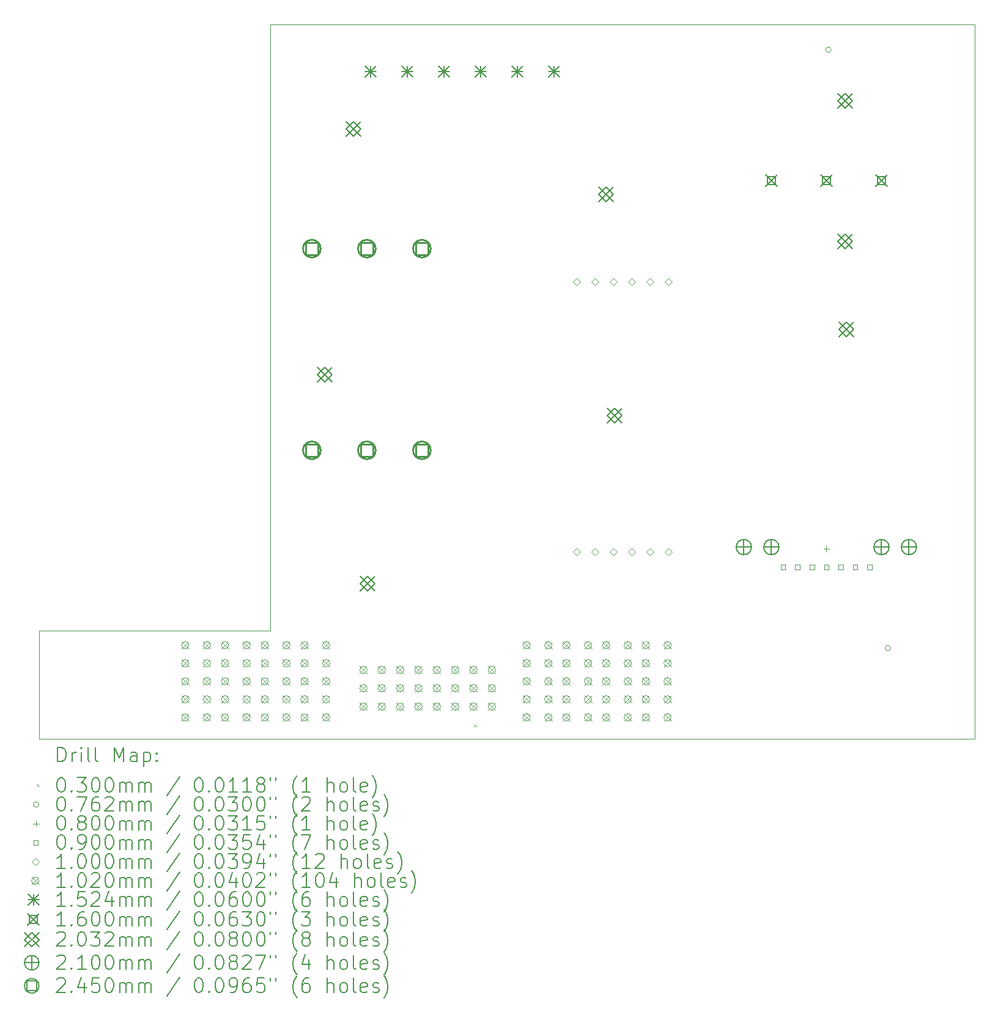
<source format=gbr>
%TF.GenerationSoftware,KiCad,Pcbnew,8.0.4*%
%TF.CreationDate,2025-01-10T12:28:05-08:00*%
%TF.ProjectId,X17-Power-Slab-Master,5831372d-506f-4776-9572-2d536c61622d,rev?*%
%TF.SameCoordinates,Original*%
%TF.FileFunction,Drillmap*%
%TF.FilePolarity,Positive*%
%FSLAX45Y45*%
G04 Gerber Fmt 4.5, Leading zero omitted, Abs format (unit mm)*
G04 Created by KiCad (PCBNEW 8.0.4) date 2025-01-10 12:28:05*
%MOMM*%
%LPD*%
G01*
G04 APERTURE LIST*
%ADD10C,0.050000*%
%ADD11C,0.200000*%
%ADD12C,0.100000*%
%ADD13C,0.102000*%
%ADD14C,0.152400*%
%ADD15C,0.160000*%
%ADD16C,0.203200*%
%ADD17C,0.210000*%
%ADD18C,0.245000*%
G04 APERTURE END LIST*
D10*
X16900000Y-14250000D02*
X16900000Y-4350000D01*
X7150000Y-4350000D02*
X16900000Y-4350000D01*
X3950000Y-12750000D02*
X3950000Y-14250000D01*
X3950000Y-14250000D02*
X16900000Y-14250000D01*
X3950000Y-12750000D02*
X7150000Y-12750000D01*
X7150000Y-12750000D02*
X7150000Y-4350000D01*
D11*
D12*
X9972000Y-14045000D02*
X10002000Y-14075000D01*
X10002000Y-14045000D02*
X9972000Y-14075000D01*
X14916225Y-4700000D02*
G75*
G02*
X14840025Y-4700000I-38100J0D01*
G01*
X14840025Y-4700000D02*
G75*
G02*
X14916225Y-4700000I38100J0D01*
G01*
X15738100Y-12990000D02*
G75*
G02*
X15661900Y-12990000I-38100J0D01*
G01*
X15661900Y-12990000D02*
G75*
G02*
X15738100Y-12990000I38100J0D01*
G01*
X14850000Y-11575000D02*
X14850000Y-11655000D01*
X14810000Y-11615000D02*
X14890000Y-11615000D01*
X14281820Y-11900820D02*
X14281820Y-11837180D01*
X14218180Y-11837180D01*
X14218180Y-11900820D01*
X14281820Y-11900820D01*
X14481820Y-11900820D02*
X14481820Y-11837180D01*
X14418180Y-11837180D01*
X14418180Y-11900820D01*
X14481820Y-11900820D01*
X14681820Y-11900820D02*
X14681820Y-11837180D01*
X14618180Y-11837180D01*
X14618180Y-11900820D01*
X14681820Y-11900820D01*
X14881820Y-11900820D02*
X14881820Y-11837180D01*
X14818180Y-11837180D01*
X14818180Y-11900820D01*
X14881820Y-11900820D01*
X15081820Y-11900820D02*
X15081820Y-11837180D01*
X15018180Y-11837180D01*
X15018180Y-11900820D01*
X15081820Y-11900820D01*
X15281820Y-11900820D02*
X15281820Y-11837180D01*
X15218180Y-11837180D01*
X15218180Y-11900820D01*
X15281820Y-11900820D01*
X15481820Y-11900820D02*
X15481820Y-11837180D01*
X15418180Y-11837180D01*
X15418180Y-11900820D01*
X15481820Y-11900820D01*
X11389000Y-7966500D02*
X11439000Y-7916500D01*
X11389000Y-7866500D01*
X11339000Y-7916500D01*
X11389000Y-7966500D01*
X11389000Y-11709000D02*
X11439000Y-11659000D01*
X11389000Y-11609000D01*
X11339000Y-11659000D01*
X11389000Y-11709000D01*
X11643000Y-7966500D02*
X11693000Y-7916500D01*
X11643000Y-7866500D01*
X11593000Y-7916500D01*
X11643000Y-7966500D01*
X11643000Y-11709000D02*
X11693000Y-11659000D01*
X11643000Y-11609000D01*
X11593000Y-11659000D01*
X11643000Y-11709000D01*
X11897000Y-7966500D02*
X11947000Y-7916500D01*
X11897000Y-7866500D01*
X11847000Y-7916500D01*
X11897000Y-7966500D01*
X11897000Y-11709000D02*
X11947000Y-11659000D01*
X11897000Y-11609000D01*
X11847000Y-11659000D01*
X11897000Y-11709000D01*
X12151000Y-7966500D02*
X12201000Y-7916500D01*
X12151000Y-7866500D01*
X12101000Y-7916500D01*
X12151000Y-7966500D01*
X12151000Y-11709000D02*
X12201000Y-11659000D01*
X12151000Y-11609000D01*
X12101000Y-11659000D01*
X12151000Y-11709000D01*
X12405000Y-7966500D02*
X12455000Y-7916500D01*
X12405000Y-7866500D01*
X12355000Y-7916500D01*
X12405000Y-7966500D01*
X12405000Y-11709000D02*
X12455000Y-11659000D01*
X12405000Y-11609000D01*
X12355000Y-11659000D01*
X12405000Y-11709000D01*
X12659000Y-7966500D02*
X12709000Y-7916500D01*
X12659000Y-7866500D01*
X12609000Y-7916500D01*
X12659000Y-7966500D01*
X12659000Y-11709000D02*
X12709000Y-11659000D01*
X12659000Y-11609000D01*
X12609000Y-11659000D01*
X12659000Y-11709000D01*
D13*
X5923000Y-12899000D02*
X6025000Y-13001000D01*
X6025000Y-12899000D02*
X5923000Y-13001000D01*
X6025000Y-12950000D02*
G75*
G02*
X5923000Y-12950000I-51000J0D01*
G01*
X5923000Y-12950000D02*
G75*
G02*
X6025000Y-12950000I51000J0D01*
G01*
X5923000Y-13149000D02*
X6025000Y-13251000D01*
X6025000Y-13149000D02*
X5923000Y-13251000D01*
X6025000Y-13200000D02*
G75*
G02*
X5923000Y-13200000I-51000J0D01*
G01*
X5923000Y-13200000D02*
G75*
G02*
X6025000Y-13200000I51000J0D01*
G01*
X5923000Y-13399000D02*
X6025000Y-13501000D01*
X6025000Y-13399000D02*
X5923000Y-13501000D01*
X6025000Y-13450000D02*
G75*
G02*
X5923000Y-13450000I-51000J0D01*
G01*
X5923000Y-13450000D02*
G75*
G02*
X6025000Y-13450000I51000J0D01*
G01*
X5923000Y-13649000D02*
X6025000Y-13751000D01*
X6025000Y-13649000D02*
X5923000Y-13751000D01*
X6025000Y-13700000D02*
G75*
G02*
X5923000Y-13700000I-51000J0D01*
G01*
X5923000Y-13700000D02*
G75*
G02*
X6025000Y-13700000I51000J0D01*
G01*
X5923000Y-13899000D02*
X6025000Y-14001000D01*
X6025000Y-13899000D02*
X5923000Y-14001000D01*
X6025000Y-13950000D02*
G75*
G02*
X5923000Y-13950000I-51000J0D01*
G01*
X5923000Y-13950000D02*
G75*
G02*
X6025000Y-13950000I51000J0D01*
G01*
X6223000Y-12899000D02*
X6325000Y-13001000D01*
X6325000Y-12899000D02*
X6223000Y-13001000D01*
X6325000Y-12950000D02*
G75*
G02*
X6223000Y-12950000I-51000J0D01*
G01*
X6223000Y-12950000D02*
G75*
G02*
X6325000Y-12950000I51000J0D01*
G01*
X6223000Y-13149000D02*
X6325000Y-13251000D01*
X6325000Y-13149000D02*
X6223000Y-13251000D01*
X6325000Y-13200000D02*
G75*
G02*
X6223000Y-13200000I-51000J0D01*
G01*
X6223000Y-13200000D02*
G75*
G02*
X6325000Y-13200000I51000J0D01*
G01*
X6223000Y-13399000D02*
X6325000Y-13501000D01*
X6325000Y-13399000D02*
X6223000Y-13501000D01*
X6325000Y-13450000D02*
G75*
G02*
X6223000Y-13450000I-51000J0D01*
G01*
X6223000Y-13450000D02*
G75*
G02*
X6325000Y-13450000I51000J0D01*
G01*
X6223000Y-13649000D02*
X6325000Y-13751000D01*
X6325000Y-13649000D02*
X6223000Y-13751000D01*
X6325000Y-13700000D02*
G75*
G02*
X6223000Y-13700000I-51000J0D01*
G01*
X6223000Y-13700000D02*
G75*
G02*
X6325000Y-13700000I51000J0D01*
G01*
X6223000Y-13899000D02*
X6325000Y-14001000D01*
X6325000Y-13899000D02*
X6223000Y-14001000D01*
X6325000Y-13950000D02*
G75*
G02*
X6223000Y-13950000I-51000J0D01*
G01*
X6223000Y-13950000D02*
G75*
G02*
X6325000Y-13950000I51000J0D01*
G01*
X6473000Y-12899000D02*
X6575000Y-13001000D01*
X6575000Y-12899000D02*
X6473000Y-13001000D01*
X6575000Y-12950000D02*
G75*
G02*
X6473000Y-12950000I-51000J0D01*
G01*
X6473000Y-12950000D02*
G75*
G02*
X6575000Y-12950000I51000J0D01*
G01*
X6473000Y-13149000D02*
X6575000Y-13251000D01*
X6575000Y-13149000D02*
X6473000Y-13251000D01*
X6575000Y-13200000D02*
G75*
G02*
X6473000Y-13200000I-51000J0D01*
G01*
X6473000Y-13200000D02*
G75*
G02*
X6575000Y-13200000I51000J0D01*
G01*
X6473000Y-13399000D02*
X6575000Y-13501000D01*
X6575000Y-13399000D02*
X6473000Y-13501000D01*
X6575000Y-13450000D02*
G75*
G02*
X6473000Y-13450000I-51000J0D01*
G01*
X6473000Y-13450000D02*
G75*
G02*
X6575000Y-13450000I51000J0D01*
G01*
X6473000Y-13649000D02*
X6575000Y-13751000D01*
X6575000Y-13649000D02*
X6473000Y-13751000D01*
X6575000Y-13700000D02*
G75*
G02*
X6473000Y-13700000I-51000J0D01*
G01*
X6473000Y-13700000D02*
G75*
G02*
X6575000Y-13700000I51000J0D01*
G01*
X6473000Y-13899000D02*
X6575000Y-14001000D01*
X6575000Y-13899000D02*
X6473000Y-14001000D01*
X6575000Y-13950000D02*
G75*
G02*
X6473000Y-13950000I-51000J0D01*
G01*
X6473000Y-13950000D02*
G75*
G02*
X6575000Y-13950000I51000J0D01*
G01*
X6773000Y-12899000D02*
X6875000Y-13001000D01*
X6875000Y-12899000D02*
X6773000Y-13001000D01*
X6875000Y-12950000D02*
G75*
G02*
X6773000Y-12950000I-51000J0D01*
G01*
X6773000Y-12950000D02*
G75*
G02*
X6875000Y-12950000I51000J0D01*
G01*
X6773000Y-13149000D02*
X6875000Y-13251000D01*
X6875000Y-13149000D02*
X6773000Y-13251000D01*
X6875000Y-13200000D02*
G75*
G02*
X6773000Y-13200000I-51000J0D01*
G01*
X6773000Y-13200000D02*
G75*
G02*
X6875000Y-13200000I51000J0D01*
G01*
X6773000Y-13399000D02*
X6875000Y-13501000D01*
X6875000Y-13399000D02*
X6773000Y-13501000D01*
X6875000Y-13450000D02*
G75*
G02*
X6773000Y-13450000I-51000J0D01*
G01*
X6773000Y-13450000D02*
G75*
G02*
X6875000Y-13450000I51000J0D01*
G01*
X6773000Y-13649000D02*
X6875000Y-13751000D01*
X6875000Y-13649000D02*
X6773000Y-13751000D01*
X6875000Y-13700000D02*
G75*
G02*
X6773000Y-13700000I-51000J0D01*
G01*
X6773000Y-13700000D02*
G75*
G02*
X6875000Y-13700000I51000J0D01*
G01*
X6773000Y-13899000D02*
X6875000Y-14001000D01*
X6875000Y-13899000D02*
X6773000Y-14001000D01*
X6875000Y-13950000D02*
G75*
G02*
X6773000Y-13950000I-51000J0D01*
G01*
X6773000Y-13950000D02*
G75*
G02*
X6875000Y-13950000I51000J0D01*
G01*
X7023000Y-12899000D02*
X7125000Y-13001000D01*
X7125000Y-12899000D02*
X7023000Y-13001000D01*
X7125000Y-12950000D02*
G75*
G02*
X7023000Y-12950000I-51000J0D01*
G01*
X7023000Y-12950000D02*
G75*
G02*
X7125000Y-12950000I51000J0D01*
G01*
X7023000Y-13149000D02*
X7125000Y-13251000D01*
X7125000Y-13149000D02*
X7023000Y-13251000D01*
X7125000Y-13200000D02*
G75*
G02*
X7023000Y-13200000I-51000J0D01*
G01*
X7023000Y-13200000D02*
G75*
G02*
X7125000Y-13200000I51000J0D01*
G01*
X7023000Y-13399000D02*
X7125000Y-13501000D01*
X7125000Y-13399000D02*
X7023000Y-13501000D01*
X7125000Y-13450000D02*
G75*
G02*
X7023000Y-13450000I-51000J0D01*
G01*
X7023000Y-13450000D02*
G75*
G02*
X7125000Y-13450000I51000J0D01*
G01*
X7023000Y-13649000D02*
X7125000Y-13751000D01*
X7125000Y-13649000D02*
X7023000Y-13751000D01*
X7125000Y-13700000D02*
G75*
G02*
X7023000Y-13700000I-51000J0D01*
G01*
X7023000Y-13700000D02*
G75*
G02*
X7125000Y-13700000I51000J0D01*
G01*
X7023000Y-13899000D02*
X7125000Y-14001000D01*
X7125000Y-13899000D02*
X7023000Y-14001000D01*
X7125000Y-13950000D02*
G75*
G02*
X7023000Y-13950000I-51000J0D01*
G01*
X7023000Y-13950000D02*
G75*
G02*
X7125000Y-13950000I51000J0D01*
G01*
X7323000Y-12899000D02*
X7425000Y-13001000D01*
X7425000Y-12899000D02*
X7323000Y-13001000D01*
X7425000Y-12950000D02*
G75*
G02*
X7323000Y-12950000I-51000J0D01*
G01*
X7323000Y-12950000D02*
G75*
G02*
X7425000Y-12950000I51000J0D01*
G01*
X7323000Y-13149000D02*
X7425000Y-13251000D01*
X7425000Y-13149000D02*
X7323000Y-13251000D01*
X7425000Y-13200000D02*
G75*
G02*
X7323000Y-13200000I-51000J0D01*
G01*
X7323000Y-13200000D02*
G75*
G02*
X7425000Y-13200000I51000J0D01*
G01*
X7323000Y-13399000D02*
X7425000Y-13501000D01*
X7425000Y-13399000D02*
X7323000Y-13501000D01*
X7425000Y-13450000D02*
G75*
G02*
X7323000Y-13450000I-51000J0D01*
G01*
X7323000Y-13450000D02*
G75*
G02*
X7425000Y-13450000I51000J0D01*
G01*
X7323000Y-13649000D02*
X7425000Y-13751000D01*
X7425000Y-13649000D02*
X7323000Y-13751000D01*
X7425000Y-13700000D02*
G75*
G02*
X7323000Y-13700000I-51000J0D01*
G01*
X7323000Y-13700000D02*
G75*
G02*
X7425000Y-13700000I51000J0D01*
G01*
X7323000Y-13899000D02*
X7425000Y-14001000D01*
X7425000Y-13899000D02*
X7323000Y-14001000D01*
X7425000Y-13950000D02*
G75*
G02*
X7323000Y-13950000I-51000J0D01*
G01*
X7323000Y-13950000D02*
G75*
G02*
X7425000Y-13950000I51000J0D01*
G01*
X7573000Y-12899000D02*
X7675000Y-13001000D01*
X7675000Y-12899000D02*
X7573000Y-13001000D01*
X7675000Y-12950000D02*
G75*
G02*
X7573000Y-12950000I-51000J0D01*
G01*
X7573000Y-12950000D02*
G75*
G02*
X7675000Y-12950000I51000J0D01*
G01*
X7573000Y-13149000D02*
X7675000Y-13251000D01*
X7675000Y-13149000D02*
X7573000Y-13251000D01*
X7675000Y-13200000D02*
G75*
G02*
X7573000Y-13200000I-51000J0D01*
G01*
X7573000Y-13200000D02*
G75*
G02*
X7675000Y-13200000I51000J0D01*
G01*
X7573000Y-13399000D02*
X7675000Y-13501000D01*
X7675000Y-13399000D02*
X7573000Y-13501000D01*
X7675000Y-13450000D02*
G75*
G02*
X7573000Y-13450000I-51000J0D01*
G01*
X7573000Y-13450000D02*
G75*
G02*
X7675000Y-13450000I51000J0D01*
G01*
X7573000Y-13649000D02*
X7675000Y-13751000D01*
X7675000Y-13649000D02*
X7573000Y-13751000D01*
X7675000Y-13700000D02*
G75*
G02*
X7573000Y-13700000I-51000J0D01*
G01*
X7573000Y-13700000D02*
G75*
G02*
X7675000Y-13700000I51000J0D01*
G01*
X7573000Y-13899000D02*
X7675000Y-14001000D01*
X7675000Y-13899000D02*
X7573000Y-14001000D01*
X7675000Y-13950000D02*
G75*
G02*
X7573000Y-13950000I-51000J0D01*
G01*
X7573000Y-13950000D02*
G75*
G02*
X7675000Y-13950000I51000J0D01*
G01*
X7873000Y-12899000D02*
X7975000Y-13001000D01*
X7975000Y-12899000D02*
X7873000Y-13001000D01*
X7975000Y-12950000D02*
G75*
G02*
X7873000Y-12950000I-51000J0D01*
G01*
X7873000Y-12950000D02*
G75*
G02*
X7975000Y-12950000I51000J0D01*
G01*
X7873000Y-13149000D02*
X7975000Y-13251000D01*
X7975000Y-13149000D02*
X7873000Y-13251000D01*
X7975000Y-13200000D02*
G75*
G02*
X7873000Y-13200000I-51000J0D01*
G01*
X7873000Y-13200000D02*
G75*
G02*
X7975000Y-13200000I51000J0D01*
G01*
X7873000Y-13399000D02*
X7975000Y-13501000D01*
X7975000Y-13399000D02*
X7873000Y-13501000D01*
X7975000Y-13450000D02*
G75*
G02*
X7873000Y-13450000I-51000J0D01*
G01*
X7873000Y-13450000D02*
G75*
G02*
X7975000Y-13450000I51000J0D01*
G01*
X7873000Y-13649000D02*
X7975000Y-13751000D01*
X7975000Y-13649000D02*
X7873000Y-13751000D01*
X7975000Y-13700000D02*
G75*
G02*
X7873000Y-13700000I-51000J0D01*
G01*
X7873000Y-13700000D02*
G75*
G02*
X7975000Y-13700000I51000J0D01*
G01*
X7873000Y-13899000D02*
X7975000Y-14001000D01*
X7975000Y-13899000D02*
X7873000Y-14001000D01*
X7975000Y-13950000D02*
G75*
G02*
X7873000Y-13950000I-51000J0D01*
G01*
X7873000Y-13950000D02*
G75*
G02*
X7975000Y-13950000I51000J0D01*
G01*
X8390000Y-13241000D02*
X8492000Y-13343000D01*
X8492000Y-13241000D02*
X8390000Y-13343000D01*
X8492000Y-13292000D02*
G75*
G02*
X8390000Y-13292000I-51000J0D01*
G01*
X8390000Y-13292000D02*
G75*
G02*
X8492000Y-13292000I51000J0D01*
G01*
X8390000Y-13495000D02*
X8492000Y-13597000D01*
X8492000Y-13495000D02*
X8390000Y-13597000D01*
X8492000Y-13546000D02*
G75*
G02*
X8390000Y-13546000I-51000J0D01*
G01*
X8390000Y-13546000D02*
G75*
G02*
X8492000Y-13546000I51000J0D01*
G01*
X8390000Y-13749000D02*
X8492000Y-13851000D01*
X8492000Y-13749000D02*
X8390000Y-13851000D01*
X8492000Y-13800000D02*
G75*
G02*
X8390000Y-13800000I-51000J0D01*
G01*
X8390000Y-13800000D02*
G75*
G02*
X8492000Y-13800000I51000J0D01*
G01*
X8644000Y-13241000D02*
X8746000Y-13343000D01*
X8746000Y-13241000D02*
X8644000Y-13343000D01*
X8746000Y-13292000D02*
G75*
G02*
X8644000Y-13292000I-51000J0D01*
G01*
X8644000Y-13292000D02*
G75*
G02*
X8746000Y-13292000I51000J0D01*
G01*
X8644000Y-13495000D02*
X8746000Y-13597000D01*
X8746000Y-13495000D02*
X8644000Y-13597000D01*
X8746000Y-13546000D02*
G75*
G02*
X8644000Y-13546000I-51000J0D01*
G01*
X8644000Y-13546000D02*
G75*
G02*
X8746000Y-13546000I51000J0D01*
G01*
X8644000Y-13749000D02*
X8746000Y-13851000D01*
X8746000Y-13749000D02*
X8644000Y-13851000D01*
X8746000Y-13800000D02*
G75*
G02*
X8644000Y-13800000I-51000J0D01*
G01*
X8644000Y-13800000D02*
G75*
G02*
X8746000Y-13800000I51000J0D01*
G01*
X8898000Y-13241000D02*
X9000000Y-13343000D01*
X9000000Y-13241000D02*
X8898000Y-13343000D01*
X9000000Y-13292000D02*
G75*
G02*
X8898000Y-13292000I-51000J0D01*
G01*
X8898000Y-13292000D02*
G75*
G02*
X9000000Y-13292000I51000J0D01*
G01*
X8898000Y-13495000D02*
X9000000Y-13597000D01*
X9000000Y-13495000D02*
X8898000Y-13597000D01*
X9000000Y-13546000D02*
G75*
G02*
X8898000Y-13546000I-51000J0D01*
G01*
X8898000Y-13546000D02*
G75*
G02*
X9000000Y-13546000I51000J0D01*
G01*
X8898000Y-13749000D02*
X9000000Y-13851000D01*
X9000000Y-13749000D02*
X8898000Y-13851000D01*
X9000000Y-13800000D02*
G75*
G02*
X8898000Y-13800000I-51000J0D01*
G01*
X8898000Y-13800000D02*
G75*
G02*
X9000000Y-13800000I51000J0D01*
G01*
X9152000Y-13241000D02*
X9254000Y-13343000D01*
X9254000Y-13241000D02*
X9152000Y-13343000D01*
X9254000Y-13292000D02*
G75*
G02*
X9152000Y-13292000I-51000J0D01*
G01*
X9152000Y-13292000D02*
G75*
G02*
X9254000Y-13292000I51000J0D01*
G01*
X9152000Y-13495000D02*
X9254000Y-13597000D01*
X9254000Y-13495000D02*
X9152000Y-13597000D01*
X9254000Y-13546000D02*
G75*
G02*
X9152000Y-13546000I-51000J0D01*
G01*
X9152000Y-13546000D02*
G75*
G02*
X9254000Y-13546000I51000J0D01*
G01*
X9152000Y-13749000D02*
X9254000Y-13851000D01*
X9254000Y-13749000D02*
X9152000Y-13851000D01*
X9254000Y-13800000D02*
G75*
G02*
X9152000Y-13800000I-51000J0D01*
G01*
X9152000Y-13800000D02*
G75*
G02*
X9254000Y-13800000I51000J0D01*
G01*
X9406000Y-13241000D02*
X9508000Y-13343000D01*
X9508000Y-13241000D02*
X9406000Y-13343000D01*
X9508000Y-13292000D02*
G75*
G02*
X9406000Y-13292000I-51000J0D01*
G01*
X9406000Y-13292000D02*
G75*
G02*
X9508000Y-13292000I51000J0D01*
G01*
X9406000Y-13495000D02*
X9508000Y-13597000D01*
X9508000Y-13495000D02*
X9406000Y-13597000D01*
X9508000Y-13546000D02*
G75*
G02*
X9406000Y-13546000I-51000J0D01*
G01*
X9406000Y-13546000D02*
G75*
G02*
X9508000Y-13546000I51000J0D01*
G01*
X9406000Y-13749000D02*
X9508000Y-13851000D01*
X9508000Y-13749000D02*
X9406000Y-13851000D01*
X9508000Y-13800000D02*
G75*
G02*
X9406000Y-13800000I-51000J0D01*
G01*
X9406000Y-13800000D02*
G75*
G02*
X9508000Y-13800000I51000J0D01*
G01*
X9660000Y-13241000D02*
X9762000Y-13343000D01*
X9762000Y-13241000D02*
X9660000Y-13343000D01*
X9762000Y-13292000D02*
G75*
G02*
X9660000Y-13292000I-51000J0D01*
G01*
X9660000Y-13292000D02*
G75*
G02*
X9762000Y-13292000I51000J0D01*
G01*
X9660000Y-13495000D02*
X9762000Y-13597000D01*
X9762000Y-13495000D02*
X9660000Y-13597000D01*
X9762000Y-13546000D02*
G75*
G02*
X9660000Y-13546000I-51000J0D01*
G01*
X9660000Y-13546000D02*
G75*
G02*
X9762000Y-13546000I51000J0D01*
G01*
X9660000Y-13749000D02*
X9762000Y-13851000D01*
X9762000Y-13749000D02*
X9660000Y-13851000D01*
X9762000Y-13800000D02*
G75*
G02*
X9660000Y-13800000I-51000J0D01*
G01*
X9660000Y-13800000D02*
G75*
G02*
X9762000Y-13800000I51000J0D01*
G01*
X9914000Y-13241000D02*
X10016000Y-13343000D01*
X10016000Y-13241000D02*
X9914000Y-13343000D01*
X10016000Y-13292000D02*
G75*
G02*
X9914000Y-13292000I-51000J0D01*
G01*
X9914000Y-13292000D02*
G75*
G02*
X10016000Y-13292000I51000J0D01*
G01*
X9914000Y-13495000D02*
X10016000Y-13597000D01*
X10016000Y-13495000D02*
X9914000Y-13597000D01*
X10016000Y-13546000D02*
G75*
G02*
X9914000Y-13546000I-51000J0D01*
G01*
X9914000Y-13546000D02*
G75*
G02*
X10016000Y-13546000I51000J0D01*
G01*
X9914000Y-13749000D02*
X10016000Y-13851000D01*
X10016000Y-13749000D02*
X9914000Y-13851000D01*
X10016000Y-13800000D02*
G75*
G02*
X9914000Y-13800000I-51000J0D01*
G01*
X9914000Y-13800000D02*
G75*
G02*
X10016000Y-13800000I51000J0D01*
G01*
X10168000Y-13241000D02*
X10270000Y-13343000D01*
X10270000Y-13241000D02*
X10168000Y-13343000D01*
X10270000Y-13292000D02*
G75*
G02*
X10168000Y-13292000I-51000J0D01*
G01*
X10168000Y-13292000D02*
G75*
G02*
X10270000Y-13292000I51000J0D01*
G01*
X10168000Y-13495000D02*
X10270000Y-13597000D01*
X10270000Y-13495000D02*
X10168000Y-13597000D01*
X10270000Y-13546000D02*
G75*
G02*
X10168000Y-13546000I-51000J0D01*
G01*
X10168000Y-13546000D02*
G75*
G02*
X10270000Y-13546000I51000J0D01*
G01*
X10168000Y-13749000D02*
X10270000Y-13851000D01*
X10270000Y-13749000D02*
X10168000Y-13851000D01*
X10270000Y-13800000D02*
G75*
G02*
X10168000Y-13800000I-51000J0D01*
G01*
X10168000Y-13800000D02*
G75*
G02*
X10270000Y-13800000I51000J0D01*
G01*
X10649000Y-12899000D02*
X10751000Y-13001000D01*
X10751000Y-12899000D02*
X10649000Y-13001000D01*
X10751000Y-12950000D02*
G75*
G02*
X10649000Y-12950000I-51000J0D01*
G01*
X10649000Y-12950000D02*
G75*
G02*
X10751000Y-12950000I51000J0D01*
G01*
X10649000Y-13149000D02*
X10751000Y-13251000D01*
X10751000Y-13149000D02*
X10649000Y-13251000D01*
X10751000Y-13200000D02*
G75*
G02*
X10649000Y-13200000I-51000J0D01*
G01*
X10649000Y-13200000D02*
G75*
G02*
X10751000Y-13200000I51000J0D01*
G01*
X10649000Y-13399000D02*
X10751000Y-13501000D01*
X10751000Y-13399000D02*
X10649000Y-13501000D01*
X10751000Y-13450000D02*
G75*
G02*
X10649000Y-13450000I-51000J0D01*
G01*
X10649000Y-13450000D02*
G75*
G02*
X10751000Y-13450000I51000J0D01*
G01*
X10649000Y-13649000D02*
X10751000Y-13751000D01*
X10751000Y-13649000D02*
X10649000Y-13751000D01*
X10751000Y-13700000D02*
G75*
G02*
X10649000Y-13700000I-51000J0D01*
G01*
X10649000Y-13700000D02*
G75*
G02*
X10751000Y-13700000I51000J0D01*
G01*
X10649000Y-13899000D02*
X10751000Y-14001000D01*
X10751000Y-13899000D02*
X10649000Y-14001000D01*
X10751000Y-13950000D02*
G75*
G02*
X10649000Y-13950000I-51000J0D01*
G01*
X10649000Y-13950000D02*
G75*
G02*
X10751000Y-13950000I51000J0D01*
G01*
X10949000Y-12899000D02*
X11051000Y-13001000D01*
X11051000Y-12899000D02*
X10949000Y-13001000D01*
X11051000Y-12950000D02*
G75*
G02*
X10949000Y-12950000I-51000J0D01*
G01*
X10949000Y-12950000D02*
G75*
G02*
X11051000Y-12950000I51000J0D01*
G01*
X10949000Y-13149000D02*
X11051000Y-13251000D01*
X11051000Y-13149000D02*
X10949000Y-13251000D01*
X11051000Y-13200000D02*
G75*
G02*
X10949000Y-13200000I-51000J0D01*
G01*
X10949000Y-13200000D02*
G75*
G02*
X11051000Y-13200000I51000J0D01*
G01*
X10949000Y-13399000D02*
X11051000Y-13501000D01*
X11051000Y-13399000D02*
X10949000Y-13501000D01*
X11051000Y-13450000D02*
G75*
G02*
X10949000Y-13450000I-51000J0D01*
G01*
X10949000Y-13450000D02*
G75*
G02*
X11051000Y-13450000I51000J0D01*
G01*
X10949000Y-13649000D02*
X11051000Y-13751000D01*
X11051000Y-13649000D02*
X10949000Y-13751000D01*
X11051000Y-13700000D02*
G75*
G02*
X10949000Y-13700000I-51000J0D01*
G01*
X10949000Y-13700000D02*
G75*
G02*
X11051000Y-13700000I51000J0D01*
G01*
X10949000Y-13899000D02*
X11051000Y-14001000D01*
X11051000Y-13899000D02*
X10949000Y-14001000D01*
X11051000Y-13950000D02*
G75*
G02*
X10949000Y-13950000I-51000J0D01*
G01*
X10949000Y-13950000D02*
G75*
G02*
X11051000Y-13950000I51000J0D01*
G01*
X11199000Y-12899000D02*
X11301000Y-13001000D01*
X11301000Y-12899000D02*
X11199000Y-13001000D01*
X11301000Y-12950000D02*
G75*
G02*
X11199000Y-12950000I-51000J0D01*
G01*
X11199000Y-12950000D02*
G75*
G02*
X11301000Y-12950000I51000J0D01*
G01*
X11199000Y-13149000D02*
X11301000Y-13251000D01*
X11301000Y-13149000D02*
X11199000Y-13251000D01*
X11301000Y-13200000D02*
G75*
G02*
X11199000Y-13200000I-51000J0D01*
G01*
X11199000Y-13200000D02*
G75*
G02*
X11301000Y-13200000I51000J0D01*
G01*
X11199000Y-13399000D02*
X11301000Y-13501000D01*
X11301000Y-13399000D02*
X11199000Y-13501000D01*
X11301000Y-13450000D02*
G75*
G02*
X11199000Y-13450000I-51000J0D01*
G01*
X11199000Y-13450000D02*
G75*
G02*
X11301000Y-13450000I51000J0D01*
G01*
X11199000Y-13649000D02*
X11301000Y-13751000D01*
X11301000Y-13649000D02*
X11199000Y-13751000D01*
X11301000Y-13700000D02*
G75*
G02*
X11199000Y-13700000I-51000J0D01*
G01*
X11199000Y-13700000D02*
G75*
G02*
X11301000Y-13700000I51000J0D01*
G01*
X11199000Y-13899000D02*
X11301000Y-14001000D01*
X11301000Y-13899000D02*
X11199000Y-14001000D01*
X11301000Y-13950000D02*
G75*
G02*
X11199000Y-13950000I-51000J0D01*
G01*
X11199000Y-13950000D02*
G75*
G02*
X11301000Y-13950000I51000J0D01*
G01*
X11499000Y-12899000D02*
X11601000Y-13001000D01*
X11601000Y-12899000D02*
X11499000Y-13001000D01*
X11601000Y-12950000D02*
G75*
G02*
X11499000Y-12950000I-51000J0D01*
G01*
X11499000Y-12950000D02*
G75*
G02*
X11601000Y-12950000I51000J0D01*
G01*
X11499000Y-13149000D02*
X11601000Y-13251000D01*
X11601000Y-13149000D02*
X11499000Y-13251000D01*
X11601000Y-13200000D02*
G75*
G02*
X11499000Y-13200000I-51000J0D01*
G01*
X11499000Y-13200000D02*
G75*
G02*
X11601000Y-13200000I51000J0D01*
G01*
X11499000Y-13399000D02*
X11601000Y-13501000D01*
X11601000Y-13399000D02*
X11499000Y-13501000D01*
X11601000Y-13450000D02*
G75*
G02*
X11499000Y-13450000I-51000J0D01*
G01*
X11499000Y-13450000D02*
G75*
G02*
X11601000Y-13450000I51000J0D01*
G01*
X11499000Y-13649000D02*
X11601000Y-13751000D01*
X11601000Y-13649000D02*
X11499000Y-13751000D01*
X11601000Y-13700000D02*
G75*
G02*
X11499000Y-13700000I-51000J0D01*
G01*
X11499000Y-13700000D02*
G75*
G02*
X11601000Y-13700000I51000J0D01*
G01*
X11499000Y-13899000D02*
X11601000Y-14001000D01*
X11601000Y-13899000D02*
X11499000Y-14001000D01*
X11601000Y-13950000D02*
G75*
G02*
X11499000Y-13950000I-51000J0D01*
G01*
X11499000Y-13950000D02*
G75*
G02*
X11601000Y-13950000I51000J0D01*
G01*
X11749000Y-12899000D02*
X11851000Y-13001000D01*
X11851000Y-12899000D02*
X11749000Y-13001000D01*
X11851000Y-12950000D02*
G75*
G02*
X11749000Y-12950000I-51000J0D01*
G01*
X11749000Y-12950000D02*
G75*
G02*
X11851000Y-12950000I51000J0D01*
G01*
X11749000Y-13149000D02*
X11851000Y-13251000D01*
X11851000Y-13149000D02*
X11749000Y-13251000D01*
X11851000Y-13200000D02*
G75*
G02*
X11749000Y-13200000I-51000J0D01*
G01*
X11749000Y-13200000D02*
G75*
G02*
X11851000Y-13200000I51000J0D01*
G01*
X11749000Y-13399000D02*
X11851000Y-13501000D01*
X11851000Y-13399000D02*
X11749000Y-13501000D01*
X11851000Y-13450000D02*
G75*
G02*
X11749000Y-13450000I-51000J0D01*
G01*
X11749000Y-13450000D02*
G75*
G02*
X11851000Y-13450000I51000J0D01*
G01*
X11749000Y-13649000D02*
X11851000Y-13751000D01*
X11851000Y-13649000D02*
X11749000Y-13751000D01*
X11851000Y-13700000D02*
G75*
G02*
X11749000Y-13700000I-51000J0D01*
G01*
X11749000Y-13700000D02*
G75*
G02*
X11851000Y-13700000I51000J0D01*
G01*
X11749000Y-13899000D02*
X11851000Y-14001000D01*
X11851000Y-13899000D02*
X11749000Y-14001000D01*
X11851000Y-13950000D02*
G75*
G02*
X11749000Y-13950000I-51000J0D01*
G01*
X11749000Y-13950000D02*
G75*
G02*
X11851000Y-13950000I51000J0D01*
G01*
X12049000Y-12899000D02*
X12151000Y-13001000D01*
X12151000Y-12899000D02*
X12049000Y-13001000D01*
X12151000Y-12950000D02*
G75*
G02*
X12049000Y-12950000I-51000J0D01*
G01*
X12049000Y-12950000D02*
G75*
G02*
X12151000Y-12950000I51000J0D01*
G01*
X12049000Y-13149000D02*
X12151000Y-13251000D01*
X12151000Y-13149000D02*
X12049000Y-13251000D01*
X12151000Y-13200000D02*
G75*
G02*
X12049000Y-13200000I-51000J0D01*
G01*
X12049000Y-13200000D02*
G75*
G02*
X12151000Y-13200000I51000J0D01*
G01*
X12049000Y-13399000D02*
X12151000Y-13501000D01*
X12151000Y-13399000D02*
X12049000Y-13501000D01*
X12151000Y-13450000D02*
G75*
G02*
X12049000Y-13450000I-51000J0D01*
G01*
X12049000Y-13450000D02*
G75*
G02*
X12151000Y-13450000I51000J0D01*
G01*
X12049000Y-13649000D02*
X12151000Y-13751000D01*
X12151000Y-13649000D02*
X12049000Y-13751000D01*
X12151000Y-13700000D02*
G75*
G02*
X12049000Y-13700000I-51000J0D01*
G01*
X12049000Y-13700000D02*
G75*
G02*
X12151000Y-13700000I51000J0D01*
G01*
X12049000Y-13899000D02*
X12151000Y-14001000D01*
X12151000Y-13899000D02*
X12049000Y-14001000D01*
X12151000Y-13950000D02*
G75*
G02*
X12049000Y-13950000I-51000J0D01*
G01*
X12049000Y-13950000D02*
G75*
G02*
X12151000Y-13950000I51000J0D01*
G01*
X12299000Y-12899000D02*
X12401000Y-13001000D01*
X12401000Y-12899000D02*
X12299000Y-13001000D01*
X12401000Y-12950000D02*
G75*
G02*
X12299000Y-12950000I-51000J0D01*
G01*
X12299000Y-12950000D02*
G75*
G02*
X12401000Y-12950000I51000J0D01*
G01*
X12299000Y-13149000D02*
X12401000Y-13251000D01*
X12401000Y-13149000D02*
X12299000Y-13251000D01*
X12401000Y-13200000D02*
G75*
G02*
X12299000Y-13200000I-51000J0D01*
G01*
X12299000Y-13200000D02*
G75*
G02*
X12401000Y-13200000I51000J0D01*
G01*
X12299000Y-13399000D02*
X12401000Y-13501000D01*
X12401000Y-13399000D02*
X12299000Y-13501000D01*
X12401000Y-13450000D02*
G75*
G02*
X12299000Y-13450000I-51000J0D01*
G01*
X12299000Y-13450000D02*
G75*
G02*
X12401000Y-13450000I51000J0D01*
G01*
X12299000Y-13649000D02*
X12401000Y-13751000D01*
X12401000Y-13649000D02*
X12299000Y-13751000D01*
X12401000Y-13700000D02*
G75*
G02*
X12299000Y-13700000I-51000J0D01*
G01*
X12299000Y-13700000D02*
G75*
G02*
X12401000Y-13700000I51000J0D01*
G01*
X12299000Y-13899000D02*
X12401000Y-14001000D01*
X12401000Y-13899000D02*
X12299000Y-14001000D01*
X12401000Y-13950000D02*
G75*
G02*
X12299000Y-13950000I-51000J0D01*
G01*
X12299000Y-13950000D02*
G75*
G02*
X12401000Y-13950000I51000J0D01*
G01*
X12599000Y-12899000D02*
X12701000Y-13001000D01*
X12701000Y-12899000D02*
X12599000Y-13001000D01*
X12701000Y-12950000D02*
G75*
G02*
X12599000Y-12950000I-51000J0D01*
G01*
X12599000Y-12950000D02*
G75*
G02*
X12701000Y-12950000I51000J0D01*
G01*
X12599000Y-13149000D02*
X12701000Y-13251000D01*
X12701000Y-13149000D02*
X12599000Y-13251000D01*
X12701000Y-13200000D02*
G75*
G02*
X12599000Y-13200000I-51000J0D01*
G01*
X12599000Y-13200000D02*
G75*
G02*
X12701000Y-13200000I51000J0D01*
G01*
X12599000Y-13399000D02*
X12701000Y-13501000D01*
X12701000Y-13399000D02*
X12599000Y-13501000D01*
X12701000Y-13450000D02*
G75*
G02*
X12599000Y-13450000I-51000J0D01*
G01*
X12599000Y-13450000D02*
G75*
G02*
X12701000Y-13450000I51000J0D01*
G01*
X12599000Y-13649000D02*
X12701000Y-13751000D01*
X12701000Y-13649000D02*
X12599000Y-13751000D01*
X12701000Y-13700000D02*
G75*
G02*
X12599000Y-13700000I-51000J0D01*
G01*
X12599000Y-13700000D02*
G75*
G02*
X12701000Y-13700000I51000J0D01*
G01*
X12599000Y-13899000D02*
X12701000Y-14001000D01*
X12701000Y-13899000D02*
X12599000Y-14001000D01*
X12701000Y-13950000D02*
G75*
G02*
X12599000Y-13950000I-51000J0D01*
G01*
X12599000Y-13950000D02*
G75*
G02*
X12701000Y-13950000I51000J0D01*
G01*
D14*
X8465800Y-4923800D02*
X8618200Y-5076200D01*
X8618200Y-4923800D02*
X8465800Y-5076200D01*
X8542000Y-4923800D02*
X8542000Y-5076200D01*
X8465800Y-5000000D02*
X8618200Y-5000000D01*
X8973800Y-4923800D02*
X9126200Y-5076200D01*
X9126200Y-4923800D02*
X8973800Y-5076200D01*
X9050000Y-4923800D02*
X9050000Y-5076200D01*
X8973800Y-5000000D02*
X9126200Y-5000000D01*
X9481800Y-4923800D02*
X9634200Y-5076200D01*
X9634200Y-4923800D02*
X9481800Y-5076200D01*
X9558000Y-4923800D02*
X9558000Y-5076200D01*
X9481800Y-5000000D02*
X9634200Y-5000000D01*
X9989800Y-4923800D02*
X10142200Y-5076200D01*
X10142200Y-4923800D02*
X9989800Y-5076200D01*
X10066000Y-4923800D02*
X10066000Y-5076200D01*
X9989800Y-5000000D02*
X10142200Y-5000000D01*
X10497800Y-4923800D02*
X10650200Y-5076200D01*
X10650200Y-4923800D02*
X10497800Y-5076200D01*
X10574000Y-4923800D02*
X10574000Y-5076200D01*
X10497800Y-5000000D02*
X10650200Y-5000000D01*
X11005800Y-4923800D02*
X11158200Y-5076200D01*
X11158200Y-4923800D02*
X11005800Y-5076200D01*
X11082000Y-4923800D02*
X11082000Y-5076200D01*
X11005800Y-5000000D02*
X11158200Y-5000000D01*
D15*
X14008000Y-6431000D02*
X14168000Y-6591000D01*
X14168000Y-6431000D02*
X14008000Y-6591000D01*
X14144569Y-6567569D02*
X14144569Y-6454431D01*
X14031431Y-6454431D01*
X14031431Y-6567569D01*
X14144569Y-6567569D01*
X14770000Y-6431000D02*
X14930000Y-6591000D01*
X14930000Y-6431000D02*
X14770000Y-6591000D01*
X14906569Y-6567569D02*
X14906569Y-6454431D01*
X14793431Y-6454431D01*
X14793431Y-6567569D01*
X14906569Y-6567569D01*
X15532000Y-6431000D02*
X15692000Y-6591000D01*
X15692000Y-6431000D02*
X15532000Y-6591000D01*
X15668569Y-6567569D02*
X15668569Y-6454431D01*
X15555431Y-6454431D01*
X15555431Y-6567569D01*
X15668569Y-6567569D01*
D16*
X7798400Y-9098400D02*
X8001600Y-9301600D01*
X8001600Y-9098400D02*
X7798400Y-9301600D01*
X7900000Y-9301600D02*
X8001600Y-9200000D01*
X7900000Y-9098400D01*
X7798400Y-9200000D01*
X7900000Y-9301600D01*
X8198400Y-5698400D02*
X8401600Y-5901600D01*
X8401600Y-5698400D02*
X8198400Y-5901600D01*
X8300000Y-5901600D02*
X8401600Y-5800000D01*
X8300000Y-5698400D01*
X8198400Y-5800000D01*
X8300000Y-5901600D01*
X8398400Y-11998400D02*
X8601600Y-12201600D01*
X8601600Y-11998400D02*
X8398400Y-12201600D01*
X8500000Y-12201600D02*
X8601600Y-12100000D01*
X8500000Y-11998400D01*
X8398400Y-12100000D01*
X8500000Y-12201600D01*
X11698400Y-6598400D02*
X11901600Y-6801600D01*
X11901600Y-6598400D02*
X11698400Y-6801600D01*
X11800000Y-6801600D02*
X11901600Y-6700000D01*
X11800000Y-6598400D01*
X11698400Y-6700000D01*
X11800000Y-6801600D01*
X11818400Y-9669400D02*
X12021600Y-9872600D01*
X12021600Y-9669400D02*
X11818400Y-9872600D01*
X11920000Y-9872600D02*
X12021600Y-9771000D01*
X11920000Y-9669400D01*
X11818400Y-9771000D01*
X11920000Y-9872600D01*
X15007110Y-5308280D02*
X15210310Y-5511480D01*
X15210310Y-5308280D02*
X15007110Y-5511480D01*
X15108710Y-5511480D02*
X15210310Y-5409880D01*
X15108710Y-5308280D01*
X15007110Y-5409880D01*
X15108710Y-5511480D01*
X15007110Y-7256340D02*
X15210310Y-7459540D01*
X15210310Y-7256340D02*
X15007110Y-7459540D01*
X15108710Y-7459540D02*
X15210310Y-7357940D01*
X15108710Y-7256340D01*
X15007110Y-7357940D01*
X15108710Y-7459540D01*
X15022170Y-8471400D02*
X15225370Y-8674600D01*
X15225370Y-8471400D02*
X15022170Y-8674600D01*
X15123770Y-8674600D02*
X15225370Y-8573000D01*
X15123770Y-8471400D01*
X15022170Y-8573000D01*
X15123770Y-8674600D01*
D17*
X13707000Y-11486000D02*
X13707000Y-11696000D01*
X13602000Y-11591000D02*
X13812000Y-11591000D01*
X13812000Y-11591000D02*
G75*
G02*
X13602000Y-11591000I-105000J0D01*
G01*
X13602000Y-11591000D02*
G75*
G02*
X13812000Y-11591000I105000J0D01*
G01*
X14088000Y-11486000D02*
X14088000Y-11696000D01*
X13983000Y-11591000D02*
X14193000Y-11591000D01*
X14193000Y-11591000D02*
G75*
G02*
X13983000Y-11591000I-105000J0D01*
G01*
X13983000Y-11591000D02*
G75*
G02*
X14193000Y-11591000I105000J0D01*
G01*
X15612000Y-11486000D02*
X15612000Y-11696000D01*
X15507000Y-11591000D02*
X15717000Y-11591000D01*
X15717000Y-11591000D02*
G75*
G02*
X15507000Y-11591000I-105000J0D01*
G01*
X15507000Y-11591000D02*
G75*
G02*
X15717000Y-11591000I105000J0D01*
G01*
X15993000Y-11486000D02*
X15993000Y-11696000D01*
X15888000Y-11591000D02*
X16098000Y-11591000D01*
X16098000Y-11591000D02*
G75*
G02*
X15888000Y-11591000I-105000J0D01*
G01*
X15888000Y-11591000D02*
G75*
G02*
X16098000Y-11591000I105000J0D01*
G01*
D18*
X7812621Y-7542621D02*
X7812621Y-7369379D01*
X7639379Y-7369379D01*
X7639379Y-7542621D01*
X7812621Y-7542621D01*
X7848500Y-7456000D02*
G75*
G02*
X7603500Y-7456000I-122500J0D01*
G01*
X7603500Y-7456000D02*
G75*
G02*
X7848500Y-7456000I122500J0D01*
G01*
X7812621Y-10336621D02*
X7812621Y-10163379D01*
X7639379Y-10163379D01*
X7639379Y-10336621D01*
X7812621Y-10336621D01*
X7848500Y-10250000D02*
G75*
G02*
X7603500Y-10250000I-122500J0D01*
G01*
X7603500Y-10250000D02*
G75*
G02*
X7848500Y-10250000I122500J0D01*
G01*
X8574621Y-7542621D02*
X8574621Y-7369379D01*
X8401379Y-7369379D01*
X8401379Y-7542621D01*
X8574621Y-7542621D01*
X8610500Y-7456000D02*
G75*
G02*
X8365500Y-7456000I-122500J0D01*
G01*
X8365500Y-7456000D02*
G75*
G02*
X8610500Y-7456000I122500J0D01*
G01*
X8574621Y-10336621D02*
X8574621Y-10163379D01*
X8401379Y-10163379D01*
X8401379Y-10336621D01*
X8574621Y-10336621D01*
X8610500Y-10250000D02*
G75*
G02*
X8365500Y-10250000I-122500J0D01*
G01*
X8365500Y-10250000D02*
G75*
G02*
X8610500Y-10250000I122500J0D01*
G01*
X9336621Y-7542621D02*
X9336621Y-7369379D01*
X9163379Y-7369379D01*
X9163379Y-7542621D01*
X9336621Y-7542621D01*
X9372500Y-7456000D02*
G75*
G02*
X9127500Y-7456000I-122500J0D01*
G01*
X9127500Y-7456000D02*
G75*
G02*
X9372500Y-7456000I122500J0D01*
G01*
X9336621Y-10336621D02*
X9336621Y-10163379D01*
X9163379Y-10163379D01*
X9163379Y-10336621D01*
X9336621Y-10336621D01*
X9372500Y-10250000D02*
G75*
G02*
X9127500Y-10250000I-122500J0D01*
G01*
X9127500Y-10250000D02*
G75*
G02*
X9372500Y-10250000I122500J0D01*
G01*
D11*
X4208277Y-14563984D02*
X4208277Y-14363984D01*
X4208277Y-14363984D02*
X4255896Y-14363984D01*
X4255896Y-14363984D02*
X4284467Y-14373508D01*
X4284467Y-14373508D02*
X4303515Y-14392555D01*
X4303515Y-14392555D02*
X4313039Y-14411603D01*
X4313039Y-14411603D02*
X4322563Y-14449698D01*
X4322563Y-14449698D02*
X4322563Y-14478269D01*
X4322563Y-14478269D02*
X4313039Y-14516365D01*
X4313039Y-14516365D02*
X4303515Y-14535412D01*
X4303515Y-14535412D02*
X4284467Y-14554460D01*
X4284467Y-14554460D02*
X4255896Y-14563984D01*
X4255896Y-14563984D02*
X4208277Y-14563984D01*
X4408277Y-14563984D02*
X4408277Y-14430650D01*
X4408277Y-14468746D02*
X4417801Y-14449698D01*
X4417801Y-14449698D02*
X4427324Y-14440174D01*
X4427324Y-14440174D02*
X4446372Y-14430650D01*
X4446372Y-14430650D02*
X4465420Y-14430650D01*
X4532086Y-14563984D02*
X4532086Y-14430650D01*
X4532086Y-14363984D02*
X4522563Y-14373508D01*
X4522563Y-14373508D02*
X4532086Y-14383031D01*
X4532086Y-14383031D02*
X4541610Y-14373508D01*
X4541610Y-14373508D02*
X4532086Y-14363984D01*
X4532086Y-14363984D02*
X4532086Y-14383031D01*
X4655896Y-14563984D02*
X4636848Y-14554460D01*
X4636848Y-14554460D02*
X4627324Y-14535412D01*
X4627324Y-14535412D02*
X4627324Y-14363984D01*
X4760658Y-14563984D02*
X4741610Y-14554460D01*
X4741610Y-14554460D02*
X4732086Y-14535412D01*
X4732086Y-14535412D02*
X4732086Y-14363984D01*
X4989229Y-14563984D02*
X4989229Y-14363984D01*
X4989229Y-14363984D02*
X5055896Y-14506841D01*
X5055896Y-14506841D02*
X5122563Y-14363984D01*
X5122563Y-14363984D02*
X5122563Y-14563984D01*
X5303515Y-14563984D02*
X5303515Y-14459222D01*
X5303515Y-14459222D02*
X5293991Y-14440174D01*
X5293991Y-14440174D02*
X5274944Y-14430650D01*
X5274944Y-14430650D02*
X5236848Y-14430650D01*
X5236848Y-14430650D02*
X5217801Y-14440174D01*
X5303515Y-14554460D02*
X5284467Y-14563984D01*
X5284467Y-14563984D02*
X5236848Y-14563984D01*
X5236848Y-14563984D02*
X5217801Y-14554460D01*
X5217801Y-14554460D02*
X5208277Y-14535412D01*
X5208277Y-14535412D02*
X5208277Y-14516365D01*
X5208277Y-14516365D02*
X5217801Y-14497317D01*
X5217801Y-14497317D02*
X5236848Y-14487793D01*
X5236848Y-14487793D02*
X5284467Y-14487793D01*
X5284467Y-14487793D02*
X5303515Y-14478269D01*
X5398753Y-14430650D02*
X5398753Y-14630650D01*
X5398753Y-14440174D02*
X5417801Y-14430650D01*
X5417801Y-14430650D02*
X5455896Y-14430650D01*
X5455896Y-14430650D02*
X5474944Y-14440174D01*
X5474944Y-14440174D02*
X5484467Y-14449698D01*
X5484467Y-14449698D02*
X5493991Y-14468746D01*
X5493991Y-14468746D02*
X5493991Y-14525888D01*
X5493991Y-14525888D02*
X5484467Y-14544936D01*
X5484467Y-14544936D02*
X5474944Y-14554460D01*
X5474944Y-14554460D02*
X5455896Y-14563984D01*
X5455896Y-14563984D02*
X5417801Y-14563984D01*
X5417801Y-14563984D02*
X5398753Y-14554460D01*
X5579705Y-14544936D02*
X5589229Y-14554460D01*
X5589229Y-14554460D02*
X5579705Y-14563984D01*
X5579705Y-14563984D02*
X5570182Y-14554460D01*
X5570182Y-14554460D02*
X5579705Y-14544936D01*
X5579705Y-14544936D02*
X5579705Y-14563984D01*
X5579705Y-14440174D02*
X5589229Y-14449698D01*
X5589229Y-14449698D02*
X5579705Y-14459222D01*
X5579705Y-14459222D02*
X5570182Y-14449698D01*
X5570182Y-14449698D02*
X5579705Y-14440174D01*
X5579705Y-14440174D02*
X5579705Y-14459222D01*
D12*
X3917500Y-14877500D02*
X3947500Y-14907500D01*
X3947500Y-14877500D02*
X3917500Y-14907500D01*
D11*
X4246372Y-14783984D02*
X4265420Y-14783984D01*
X4265420Y-14783984D02*
X4284467Y-14793508D01*
X4284467Y-14793508D02*
X4293991Y-14803031D01*
X4293991Y-14803031D02*
X4303515Y-14822079D01*
X4303515Y-14822079D02*
X4313039Y-14860174D01*
X4313039Y-14860174D02*
X4313039Y-14907793D01*
X4313039Y-14907793D02*
X4303515Y-14945888D01*
X4303515Y-14945888D02*
X4293991Y-14964936D01*
X4293991Y-14964936D02*
X4284467Y-14974460D01*
X4284467Y-14974460D02*
X4265420Y-14983984D01*
X4265420Y-14983984D02*
X4246372Y-14983984D01*
X4246372Y-14983984D02*
X4227324Y-14974460D01*
X4227324Y-14974460D02*
X4217801Y-14964936D01*
X4217801Y-14964936D02*
X4208277Y-14945888D01*
X4208277Y-14945888D02*
X4198753Y-14907793D01*
X4198753Y-14907793D02*
X4198753Y-14860174D01*
X4198753Y-14860174D02*
X4208277Y-14822079D01*
X4208277Y-14822079D02*
X4217801Y-14803031D01*
X4217801Y-14803031D02*
X4227324Y-14793508D01*
X4227324Y-14793508D02*
X4246372Y-14783984D01*
X4398753Y-14964936D02*
X4408277Y-14974460D01*
X4408277Y-14974460D02*
X4398753Y-14983984D01*
X4398753Y-14983984D02*
X4389229Y-14974460D01*
X4389229Y-14974460D02*
X4398753Y-14964936D01*
X4398753Y-14964936D02*
X4398753Y-14983984D01*
X4474944Y-14783984D02*
X4598753Y-14783984D01*
X4598753Y-14783984D02*
X4532086Y-14860174D01*
X4532086Y-14860174D02*
X4560658Y-14860174D01*
X4560658Y-14860174D02*
X4579705Y-14869698D01*
X4579705Y-14869698D02*
X4589229Y-14879222D01*
X4589229Y-14879222D02*
X4598753Y-14898269D01*
X4598753Y-14898269D02*
X4598753Y-14945888D01*
X4598753Y-14945888D02*
X4589229Y-14964936D01*
X4589229Y-14964936D02*
X4579705Y-14974460D01*
X4579705Y-14974460D02*
X4560658Y-14983984D01*
X4560658Y-14983984D02*
X4503515Y-14983984D01*
X4503515Y-14983984D02*
X4484467Y-14974460D01*
X4484467Y-14974460D02*
X4474944Y-14964936D01*
X4722563Y-14783984D02*
X4741610Y-14783984D01*
X4741610Y-14783984D02*
X4760658Y-14793508D01*
X4760658Y-14793508D02*
X4770182Y-14803031D01*
X4770182Y-14803031D02*
X4779705Y-14822079D01*
X4779705Y-14822079D02*
X4789229Y-14860174D01*
X4789229Y-14860174D02*
X4789229Y-14907793D01*
X4789229Y-14907793D02*
X4779705Y-14945888D01*
X4779705Y-14945888D02*
X4770182Y-14964936D01*
X4770182Y-14964936D02*
X4760658Y-14974460D01*
X4760658Y-14974460D02*
X4741610Y-14983984D01*
X4741610Y-14983984D02*
X4722563Y-14983984D01*
X4722563Y-14983984D02*
X4703515Y-14974460D01*
X4703515Y-14974460D02*
X4693991Y-14964936D01*
X4693991Y-14964936D02*
X4684467Y-14945888D01*
X4684467Y-14945888D02*
X4674944Y-14907793D01*
X4674944Y-14907793D02*
X4674944Y-14860174D01*
X4674944Y-14860174D02*
X4684467Y-14822079D01*
X4684467Y-14822079D02*
X4693991Y-14803031D01*
X4693991Y-14803031D02*
X4703515Y-14793508D01*
X4703515Y-14793508D02*
X4722563Y-14783984D01*
X4913039Y-14783984D02*
X4932086Y-14783984D01*
X4932086Y-14783984D02*
X4951134Y-14793508D01*
X4951134Y-14793508D02*
X4960658Y-14803031D01*
X4960658Y-14803031D02*
X4970182Y-14822079D01*
X4970182Y-14822079D02*
X4979705Y-14860174D01*
X4979705Y-14860174D02*
X4979705Y-14907793D01*
X4979705Y-14907793D02*
X4970182Y-14945888D01*
X4970182Y-14945888D02*
X4960658Y-14964936D01*
X4960658Y-14964936D02*
X4951134Y-14974460D01*
X4951134Y-14974460D02*
X4932086Y-14983984D01*
X4932086Y-14983984D02*
X4913039Y-14983984D01*
X4913039Y-14983984D02*
X4893991Y-14974460D01*
X4893991Y-14974460D02*
X4884467Y-14964936D01*
X4884467Y-14964936D02*
X4874944Y-14945888D01*
X4874944Y-14945888D02*
X4865420Y-14907793D01*
X4865420Y-14907793D02*
X4865420Y-14860174D01*
X4865420Y-14860174D02*
X4874944Y-14822079D01*
X4874944Y-14822079D02*
X4884467Y-14803031D01*
X4884467Y-14803031D02*
X4893991Y-14793508D01*
X4893991Y-14793508D02*
X4913039Y-14783984D01*
X5065420Y-14983984D02*
X5065420Y-14850650D01*
X5065420Y-14869698D02*
X5074944Y-14860174D01*
X5074944Y-14860174D02*
X5093991Y-14850650D01*
X5093991Y-14850650D02*
X5122563Y-14850650D01*
X5122563Y-14850650D02*
X5141610Y-14860174D01*
X5141610Y-14860174D02*
X5151134Y-14879222D01*
X5151134Y-14879222D02*
X5151134Y-14983984D01*
X5151134Y-14879222D02*
X5160658Y-14860174D01*
X5160658Y-14860174D02*
X5179705Y-14850650D01*
X5179705Y-14850650D02*
X5208277Y-14850650D01*
X5208277Y-14850650D02*
X5227325Y-14860174D01*
X5227325Y-14860174D02*
X5236848Y-14879222D01*
X5236848Y-14879222D02*
X5236848Y-14983984D01*
X5332086Y-14983984D02*
X5332086Y-14850650D01*
X5332086Y-14869698D02*
X5341610Y-14860174D01*
X5341610Y-14860174D02*
X5360658Y-14850650D01*
X5360658Y-14850650D02*
X5389229Y-14850650D01*
X5389229Y-14850650D02*
X5408277Y-14860174D01*
X5408277Y-14860174D02*
X5417801Y-14879222D01*
X5417801Y-14879222D02*
X5417801Y-14983984D01*
X5417801Y-14879222D02*
X5427325Y-14860174D01*
X5427325Y-14860174D02*
X5446372Y-14850650D01*
X5446372Y-14850650D02*
X5474944Y-14850650D01*
X5474944Y-14850650D02*
X5493991Y-14860174D01*
X5493991Y-14860174D02*
X5503515Y-14879222D01*
X5503515Y-14879222D02*
X5503515Y-14983984D01*
X5893991Y-14774460D02*
X5722563Y-15031603D01*
X6151134Y-14783984D02*
X6170182Y-14783984D01*
X6170182Y-14783984D02*
X6189229Y-14793508D01*
X6189229Y-14793508D02*
X6198753Y-14803031D01*
X6198753Y-14803031D02*
X6208277Y-14822079D01*
X6208277Y-14822079D02*
X6217801Y-14860174D01*
X6217801Y-14860174D02*
X6217801Y-14907793D01*
X6217801Y-14907793D02*
X6208277Y-14945888D01*
X6208277Y-14945888D02*
X6198753Y-14964936D01*
X6198753Y-14964936D02*
X6189229Y-14974460D01*
X6189229Y-14974460D02*
X6170182Y-14983984D01*
X6170182Y-14983984D02*
X6151134Y-14983984D01*
X6151134Y-14983984D02*
X6132086Y-14974460D01*
X6132086Y-14974460D02*
X6122563Y-14964936D01*
X6122563Y-14964936D02*
X6113039Y-14945888D01*
X6113039Y-14945888D02*
X6103515Y-14907793D01*
X6103515Y-14907793D02*
X6103515Y-14860174D01*
X6103515Y-14860174D02*
X6113039Y-14822079D01*
X6113039Y-14822079D02*
X6122563Y-14803031D01*
X6122563Y-14803031D02*
X6132086Y-14793508D01*
X6132086Y-14793508D02*
X6151134Y-14783984D01*
X6303515Y-14964936D02*
X6313039Y-14974460D01*
X6313039Y-14974460D02*
X6303515Y-14983984D01*
X6303515Y-14983984D02*
X6293991Y-14974460D01*
X6293991Y-14974460D02*
X6303515Y-14964936D01*
X6303515Y-14964936D02*
X6303515Y-14983984D01*
X6436848Y-14783984D02*
X6455896Y-14783984D01*
X6455896Y-14783984D02*
X6474944Y-14793508D01*
X6474944Y-14793508D02*
X6484467Y-14803031D01*
X6484467Y-14803031D02*
X6493991Y-14822079D01*
X6493991Y-14822079D02*
X6503515Y-14860174D01*
X6503515Y-14860174D02*
X6503515Y-14907793D01*
X6503515Y-14907793D02*
X6493991Y-14945888D01*
X6493991Y-14945888D02*
X6484467Y-14964936D01*
X6484467Y-14964936D02*
X6474944Y-14974460D01*
X6474944Y-14974460D02*
X6455896Y-14983984D01*
X6455896Y-14983984D02*
X6436848Y-14983984D01*
X6436848Y-14983984D02*
X6417801Y-14974460D01*
X6417801Y-14974460D02*
X6408277Y-14964936D01*
X6408277Y-14964936D02*
X6398753Y-14945888D01*
X6398753Y-14945888D02*
X6389229Y-14907793D01*
X6389229Y-14907793D02*
X6389229Y-14860174D01*
X6389229Y-14860174D02*
X6398753Y-14822079D01*
X6398753Y-14822079D02*
X6408277Y-14803031D01*
X6408277Y-14803031D02*
X6417801Y-14793508D01*
X6417801Y-14793508D02*
X6436848Y-14783984D01*
X6693991Y-14983984D02*
X6579706Y-14983984D01*
X6636848Y-14983984D02*
X6636848Y-14783984D01*
X6636848Y-14783984D02*
X6617801Y-14812555D01*
X6617801Y-14812555D02*
X6598753Y-14831603D01*
X6598753Y-14831603D02*
X6579706Y-14841127D01*
X6884467Y-14983984D02*
X6770182Y-14983984D01*
X6827325Y-14983984D02*
X6827325Y-14783984D01*
X6827325Y-14783984D02*
X6808277Y-14812555D01*
X6808277Y-14812555D02*
X6789229Y-14831603D01*
X6789229Y-14831603D02*
X6770182Y-14841127D01*
X6998753Y-14869698D02*
X6979706Y-14860174D01*
X6979706Y-14860174D02*
X6970182Y-14850650D01*
X6970182Y-14850650D02*
X6960658Y-14831603D01*
X6960658Y-14831603D02*
X6960658Y-14822079D01*
X6960658Y-14822079D02*
X6970182Y-14803031D01*
X6970182Y-14803031D02*
X6979706Y-14793508D01*
X6979706Y-14793508D02*
X6998753Y-14783984D01*
X6998753Y-14783984D02*
X7036848Y-14783984D01*
X7036848Y-14783984D02*
X7055896Y-14793508D01*
X7055896Y-14793508D02*
X7065420Y-14803031D01*
X7065420Y-14803031D02*
X7074944Y-14822079D01*
X7074944Y-14822079D02*
X7074944Y-14831603D01*
X7074944Y-14831603D02*
X7065420Y-14850650D01*
X7065420Y-14850650D02*
X7055896Y-14860174D01*
X7055896Y-14860174D02*
X7036848Y-14869698D01*
X7036848Y-14869698D02*
X6998753Y-14869698D01*
X6998753Y-14869698D02*
X6979706Y-14879222D01*
X6979706Y-14879222D02*
X6970182Y-14888746D01*
X6970182Y-14888746D02*
X6960658Y-14907793D01*
X6960658Y-14907793D02*
X6960658Y-14945888D01*
X6960658Y-14945888D02*
X6970182Y-14964936D01*
X6970182Y-14964936D02*
X6979706Y-14974460D01*
X6979706Y-14974460D02*
X6998753Y-14983984D01*
X6998753Y-14983984D02*
X7036848Y-14983984D01*
X7036848Y-14983984D02*
X7055896Y-14974460D01*
X7055896Y-14974460D02*
X7065420Y-14964936D01*
X7065420Y-14964936D02*
X7074944Y-14945888D01*
X7074944Y-14945888D02*
X7074944Y-14907793D01*
X7074944Y-14907793D02*
X7065420Y-14888746D01*
X7065420Y-14888746D02*
X7055896Y-14879222D01*
X7055896Y-14879222D02*
X7036848Y-14869698D01*
X7151134Y-14783984D02*
X7151134Y-14822079D01*
X7227325Y-14783984D02*
X7227325Y-14822079D01*
X7522563Y-15060174D02*
X7513039Y-15050650D01*
X7513039Y-15050650D02*
X7493991Y-15022079D01*
X7493991Y-15022079D02*
X7484468Y-15003031D01*
X7484468Y-15003031D02*
X7474944Y-14974460D01*
X7474944Y-14974460D02*
X7465420Y-14926841D01*
X7465420Y-14926841D02*
X7465420Y-14888746D01*
X7465420Y-14888746D02*
X7474944Y-14841127D01*
X7474944Y-14841127D02*
X7484468Y-14812555D01*
X7484468Y-14812555D02*
X7493991Y-14793508D01*
X7493991Y-14793508D02*
X7513039Y-14764936D01*
X7513039Y-14764936D02*
X7522563Y-14755412D01*
X7703515Y-14983984D02*
X7589229Y-14983984D01*
X7646372Y-14983984D02*
X7646372Y-14783984D01*
X7646372Y-14783984D02*
X7627325Y-14812555D01*
X7627325Y-14812555D02*
X7608277Y-14831603D01*
X7608277Y-14831603D02*
X7589229Y-14841127D01*
X7941610Y-14983984D02*
X7941610Y-14783984D01*
X8027325Y-14983984D02*
X8027325Y-14879222D01*
X8027325Y-14879222D02*
X8017801Y-14860174D01*
X8017801Y-14860174D02*
X7998753Y-14850650D01*
X7998753Y-14850650D02*
X7970182Y-14850650D01*
X7970182Y-14850650D02*
X7951134Y-14860174D01*
X7951134Y-14860174D02*
X7941610Y-14869698D01*
X8151134Y-14983984D02*
X8132087Y-14974460D01*
X8132087Y-14974460D02*
X8122563Y-14964936D01*
X8122563Y-14964936D02*
X8113039Y-14945888D01*
X8113039Y-14945888D02*
X8113039Y-14888746D01*
X8113039Y-14888746D02*
X8122563Y-14869698D01*
X8122563Y-14869698D02*
X8132087Y-14860174D01*
X8132087Y-14860174D02*
X8151134Y-14850650D01*
X8151134Y-14850650D02*
X8179706Y-14850650D01*
X8179706Y-14850650D02*
X8198753Y-14860174D01*
X8198753Y-14860174D02*
X8208277Y-14869698D01*
X8208277Y-14869698D02*
X8217801Y-14888746D01*
X8217801Y-14888746D02*
X8217801Y-14945888D01*
X8217801Y-14945888D02*
X8208277Y-14964936D01*
X8208277Y-14964936D02*
X8198753Y-14974460D01*
X8198753Y-14974460D02*
X8179706Y-14983984D01*
X8179706Y-14983984D02*
X8151134Y-14983984D01*
X8332087Y-14983984D02*
X8313039Y-14974460D01*
X8313039Y-14974460D02*
X8303515Y-14955412D01*
X8303515Y-14955412D02*
X8303515Y-14783984D01*
X8484468Y-14974460D02*
X8465420Y-14983984D01*
X8465420Y-14983984D02*
X8427325Y-14983984D01*
X8427325Y-14983984D02*
X8408277Y-14974460D01*
X8408277Y-14974460D02*
X8398753Y-14955412D01*
X8398753Y-14955412D02*
X8398753Y-14879222D01*
X8398753Y-14879222D02*
X8408277Y-14860174D01*
X8408277Y-14860174D02*
X8427325Y-14850650D01*
X8427325Y-14850650D02*
X8465420Y-14850650D01*
X8465420Y-14850650D02*
X8484468Y-14860174D01*
X8484468Y-14860174D02*
X8493992Y-14879222D01*
X8493992Y-14879222D02*
X8493992Y-14898269D01*
X8493992Y-14898269D02*
X8398753Y-14917317D01*
X8560658Y-15060174D02*
X8570182Y-15050650D01*
X8570182Y-15050650D02*
X8589230Y-15022079D01*
X8589230Y-15022079D02*
X8598753Y-15003031D01*
X8598753Y-15003031D02*
X8608277Y-14974460D01*
X8608277Y-14974460D02*
X8617801Y-14926841D01*
X8617801Y-14926841D02*
X8617801Y-14888746D01*
X8617801Y-14888746D02*
X8608277Y-14841127D01*
X8608277Y-14841127D02*
X8598753Y-14812555D01*
X8598753Y-14812555D02*
X8589230Y-14793508D01*
X8589230Y-14793508D02*
X8570182Y-14764936D01*
X8570182Y-14764936D02*
X8560658Y-14755412D01*
D12*
X3947500Y-15156500D02*
G75*
G02*
X3871300Y-15156500I-38100J0D01*
G01*
X3871300Y-15156500D02*
G75*
G02*
X3947500Y-15156500I38100J0D01*
G01*
D11*
X4246372Y-15047984D02*
X4265420Y-15047984D01*
X4265420Y-15047984D02*
X4284467Y-15057508D01*
X4284467Y-15057508D02*
X4293991Y-15067031D01*
X4293991Y-15067031D02*
X4303515Y-15086079D01*
X4303515Y-15086079D02*
X4313039Y-15124174D01*
X4313039Y-15124174D02*
X4313039Y-15171793D01*
X4313039Y-15171793D02*
X4303515Y-15209888D01*
X4303515Y-15209888D02*
X4293991Y-15228936D01*
X4293991Y-15228936D02*
X4284467Y-15238460D01*
X4284467Y-15238460D02*
X4265420Y-15247984D01*
X4265420Y-15247984D02*
X4246372Y-15247984D01*
X4246372Y-15247984D02*
X4227324Y-15238460D01*
X4227324Y-15238460D02*
X4217801Y-15228936D01*
X4217801Y-15228936D02*
X4208277Y-15209888D01*
X4208277Y-15209888D02*
X4198753Y-15171793D01*
X4198753Y-15171793D02*
X4198753Y-15124174D01*
X4198753Y-15124174D02*
X4208277Y-15086079D01*
X4208277Y-15086079D02*
X4217801Y-15067031D01*
X4217801Y-15067031D02*
X4227324Y-15057508D01*
X4227324Y-15057508D02*
X4246372Y-15047984D01*
X4398753Y-15228936D02*
X4408277Y-15238460D01*
X4408277Y-15238460D02*
X4398753Y-15247984D01*
X4398753Y-15247984D02*
X4389229Y-15238460D01*
X4389229Y-15238460D02*
X4398753Y-15228936D01*
X4398753Y-15228936D02*
X4398753Y-15247984D01*
X4474944Y-15047984D02*
X4608277Y-15047984D01*
X4608277Y-15047984D02*
X4522563Y-15247984D01*
X4770182Y-15047984D02*
X4732086Y-15047984D01*
X4732086Y-15047984D02*
X4713039Y-15057508D01*
X4713039Y-15057508D02*
X4703515Y-15067031D01*
X4703515Y-15067031D02*
X4684467Y-15095603D01*
X4684467Y-15095603D02*
X4674944Y-15133698D01*
X4674944Y-15133698D02*
X4674944Y-15209888D01*
X4674944Y-15209888D02*
X4684467Y-15228936D01*
X4684467Y-15228936D02*
X4693991Y-15238460D01*
X4693991Y-15238460D02*
X4713039Y-15247984D01*
X4713039Y-15247984D02*
X4751134Y-15247984D01*
X4751134Y-15247984D02*
X4770182Y-15238460D01*
X4770182Y-15238460D02*
X4779705Y-15228936D01*
X4779705Y-15228936D02*
X4789229Y-15209888D01*
X4789229Y-15209888D02*
X4789229Y-15162269D01*
X4789229Y-15162269D02*
X4779705Y-15143222D01*
X4779705Y-15143222D02*
X4770182Y-15133698D01*
X4770182Y-15133698D02*
X4751134Y-15124174D01*
X4751134Y-15124174D02*
X4713039Y-15124174D01*
X4713039Y-15124174D02*
X4693991Y-15133698D01*
X4693991Y-15133698D02*
X4684467Y-15143222D01*
X4684467Y-15143222D02*
X4674944Y-15162269D01*
X4865420Y-15067031D02*
X4874944Y-15057508D01*
X4874944Y-15057508D02*
X4893991Y-15047984D01*
X4893991Y-15047984D02*
X4941610Y-15047984D01*
X4941610Y-15047984D02*
X4960658Y-15057508D01*
X4960658Y-15057508D02*
X4970182Y-15067031D01*
X4970182Y-15067031D02*
X4979705Y-15086079D01*
X4979705Y-15086079D02*
X4979705Y-15105127D01*
X4979705Y-15105127D02*
X4970182Y-15133698D01*
X4970182Y-15133698D02*
X4855896Y-15247984D01*
X4855896Y-15247984D02*
X4979705Y-15247984D01*
X5065420Y-15247984D02*
X5065420Y-15114650D01*
X5065420Y-15133698D02*
X5074944Y-15124174D01*
X5074944Y-15124174D02*
X5093991Y-15114650D01*
X5093991Y-15114650D02*
X5122563Y-15114650D01*
X5122563Y-15114650D02*
X5141610Y-15124174D01*
X5141610Y-15124174D02*
X5151134Y-15143222D01*
X5151134Y-15143222D02*
X5151134Y-15247984D01*
X5151134Y-15143222D02*
X5160658Y-15124174D01*
X5160658Y-15124174D02*
X5179705Y-15114650D01*
X5179705Y-15114650D02*
X5208277Y-15114650D01*
X5208277Y-15114650D02*
X5227325Y-15124174D01*
X5227325Y-15124174D02*
X5236848Y-15143222D01*
X5236848Y-15143222D02*
X5236848Y-15247984D01*
X5332086Y-15247984D02*
X5332086Y-15114650D01*
X5332086Y-15133698D02*
X5341610Y-15124174D01*
X5341610Y-15124174D02*
X5360658Y-15114650D01*
X5360658Y-15114650D02*
X5389229Y-15114650D01*
X5389229Y-15114650D02*
X5408277Y-15124174D01*
X5408277Y-15124174D02*
X5417801Y-15143222D01*
X5417801Y-15143222D02*
X5417801Y-15247984D01*
X5417801Y-15143222D02*
X5427325Y-15124174D01*
X5427325Y-15124174D02*
X5446372Y-15114650D01*
X5446372Y-15114650D02*
X5474944Y-15114650D01*
X5474944Y-15114650D02*
X5493991Y-15124174D01*
X5493991Y-15124174D02*
X5503515Y-15143222D01*
X5503515Y-15143222D02*
X5503515Y-15247984D01*
X5893991Y-15038460D02*
X5722563Y-15295603D01*
X6151134Y-15047984D02*
X6170182Y-15047984D01*
X6170182Y-15047984D02*
X6189229Y-15057508D01*
X6189229Y-15057508D02*
X6198753Y-15067031D01*
X6198753Y-15067031D02*
X6208277Y-15086079D01*
X6208277Y-15086079D02*
X6217801Y-15124174D01*
X6217801Y-15124174D02*
X6217801Y-15171793D01*
X6217801Y-15171793D02*
X6208277Y-15209888D01*
X6208277Y-15209888D02*
X6198753Y-15228936D01*
X6198753Y-15228936D02*
X6189229Y-15238460D01*
X6189229Y-15238460D02*
X6170182Y-15247984D01*
X6170182Y-15247984D02*
X6151134Y-15247984D01*
X6151134Y-15247984D02*
X6132086Y-15238460D01*
X6132086Y-15238460D02*
X6122563Y-15228936D01*
X6122563Y-15228936D02*
X6113039Y-15209888D01*
X6113039Y-15209888D02*
X6103515Y-15171793D01*
X6103515Y-15171793D02*
X6103515Y-15124174D01*
X6103515Y-15124174D02*
X6113039Y-15086079D01*
X6113039Y-15086079D02*
X6122563Y-15067031D01*
X6122563Y-15067031D02*
X6132086Y-15057508D01*
X6132086Y-15057508D02*
X6151134Y-15047984D01*
X6303515Y-15228936D02*
X6313039Y-15238460D01*
X6313039Y-15238460D02*
X6303515Y-15247984D01*
X6303515Y-15247984D02*
X6293991Y-15238460D01*
X6293991Y-15238460D02*
X6303515Y-15228936D01*
X6303515Y-15228936D02*
X6303515Y-15247984D01*
X6436848Y-15047984D02*
X6455896Y-15047984D01*
X6455896Y-15047984D02*
X6474944Y-15057508D01*
X6474944Y-15057508D02*
X6484467Y-15067031D01*
X6484467Y-15067031D02*
X6493991Y-15086079D01*
X6493991Y-15086079D02*
X6503515Y-15124174D01*
X6503515Y-15124174D02*
X6503515Y-15171793D01*
X6503515Y-15171793D02*
X6493991Y-15209888D01*
X6493991Y-15209888D02*
X6484467Y-15228936D01*
X6484467Y-15228936D02*
X6474944Y-15238460D01*
X6474944Y-15238460D02*
X6455896Y-15247984D01*
X6455896Y-15247984D02*
X6436848Y-15247984D01*
X6436848Y-15247984D02*
X6417801Y-15238460D01*
X6417801Y-15238460D02*
X6408277Y-15228936D01*
X6408277Y-15228936D02*
X6398753Y-15209888D01*
X6398753Y-15209888D02*
X6389229Y-15171793D01*
X6389229Y-15171793D02*
X6389229Y-15124174D01*
X6389229Y-15124174D02*
X6398753Y-15086079D01*
X6398753Y-15086079D02*
X6408277Y-15067031D01*
X6408277Y-15067031D02*
X6417801Y-15057508D01*
X6417801Y-15057508D02*
X6436848Y-15047984D01*
X6570182Y-15047984D02*
X6693991Y-15047984D01*
X6693991Y-15047984D02*
X6627325Y-15124174D01*
X6627325Y-15124174D02*
X6655896Y-15124174D01*
X6655896Y-15124174D02*
X6674944Y-15133698D01*
X6674944Y-15133698D02*
X6684467Y-15143222D01*
X6684467Y-15143222D02*
X6693991Y-15162269D01*
X6693991Y-15162269D02*
X6693991Y-15209888D01*
X6693991Y-15209888D02*
X6684467Y-15228936D01*
X6684467Y-15228936D02*
X6674944Y-15238460D01*
X6674944Y-15238460D02*
X6655896Y-15247984D01*
X6655896Y-15247984D02*
X6598753Y-15247984D01*
X6598753Y-15247984D02*
X6579706Y-15238460D01*
X6579706Y-15238460D02*
X6570182Y-15228936D01*
X6817801Y-15047984D02*
X6836848Y-15047984D01*
X6836848Y-15047984D02*
X6855896Y-15057508D01*
X6855896Y-15057508D02*
X6865420Y-15067031D01*
X6865420Y-15067031D02*
X6874944Y-15086079D01*
X6874944Y-15086079D02*
X6884467Y-15124174D01*
X6884467Y-15124174D02*
X6884467Y-15171793D01*
X6884467Y-15171793D02*
X6874944Y-15209888D01*
X6874944Y-15209888D02*
X6865420Y-15228936D01*
X6865420Y-15228936D02*
X6855896Y-15238460D01*
X6855896Y-15238460D02*
X6836848Y-15247984D01*
X6836848Y-15247984D02*
X6817801Y-15247984D01*
X6817801Y-15247984D02*
X6798753Y-15238460D01*
X6798753Y-15238460D02*
X6789229Y-15228936D01*
X6789229Y-15228936D02*
X6779706Y-15209888D01*
X6779706Y-15209888D02*
X6770182Y-15171793D01*
X6770182Y-15171793D02*
X6770182Y-15124174D01*
X6770182Y-15124174D02*
X6779706Y-15086079D01*
X6779706Y-15086079D02*
X6789229Y-15067031D01*
X6789229Y-15067031D02*
X6798753Y-15057508D01*
X6798753Y-15057508D02*
X6817801Y-15047984D01*
X7008277Y-15047984D02*
X7027325Y-15047984D01*
X7027325Y-15047984D02*
X7046372Y-15057508D01*
X7046372Y-15057508D02*
X7055896Y-15067031D01*
X7055896Y-15067031D02*
X7065420Y-15086079D01*
X7065420Y-15086079D02*
X7074944Y-15124174D01*
X7074944Y-15124174D02*
X7074944Y-15171793D01*
X7074944Y-15171793D02*
X7065420Y-15209888D01*
X7065420Y-15209888D02*
X7055896Y-15228936D01*
X7055896Y-15228936D02*
X7046372Y-15238460D01*
X7046372Y-15238460D02*
X7027325Y-15247984D01*
X7027325Y-15247984D02*
X7008277Y-15247984D01*
X7008277Y-15247984D02*
X6989229Y-15238460D01*
X6989229Y-15238460D02*
X6979706Y-15228936D01*
X6979706Y-15228936D02*
X6970182Y-15209888D01*
X6970182Y-15209888D02*
X6960658Y-15171793D01*
X6960658Y-15171793D02*
X6960658Y-15124174D01*
X6960658Y-15124174D02*
X6970182Y-15086079D01*
X6970182Y-15086079D02*
X6979706Y-15067031D01*
X6979706Y-15067031D02*
X6989229Y-15057508D01*
X6989229Y-15057508D02*
X7008277Y-15047984D01*
X7151134Y-15047984D02*
X7151134Y-15086079D01*
X7227325Y-15047984D02*
X7227325Y-15086079D01*
X7522563Y-15324174D02*
X7513039Y-15314650D01*
X7513039Y-15314650D02*
X7493991Y-15286079D01*
X7493991Y-15286079D02*
X7484468Y-15267031D01*
X7484468Y-15267031D02*
X7474944Y-15238460D01*
X7474944Y-15238460D02*
X7465420Y-15190841D01*
X7465420Y-15190841D02*
X7465420Y-15152746D01*
X7465420Y-15152746D02*
X7474944Y-15105127D01*
X7474944Y-15105127D02*
X7484468Y-15076555D01*
X7484468Y-15076555D02*
X7493991Y-15057508D01*
X7493991Y-15057508D02*
X7513039Y-15028936D01*
X7513039Y-15028936D02*
X7522563Y-15019412D01*
X7589229Y-15067031D02*
X7598753Y-15057508D01*
X7598753Y-15057508D02*
X7617801Y-15047984D01*
X7617801Y-15047984D02*
X7665420Y-15047984D01*
X7665420Y-15047984D02*
X7684468Y-15057508D01*
X7684468Y-15057508D02*
X7693991Y-15067031D01*
X7693991Y-15067031D02*
X7703515Y-15086079D01*
X7703515Y-15086079D02*
X7703515Y-15105127D01*
X7703515Y-15105127D02*
X7693991Y-15133698D01*
X7693991Y-15133698D02*
X7579706Y-15247984D01*
X7579706Y-15247984D02*
X7703515Y-15247984D01*
X7941610Y-15247984D02*
X7941610Y-15047984D01*
X8027325Y-15247984D02*
X8027325Y-15143222D01*
X8027325Y-15143222D02*
X8017801Y-15124174D01*
X8017801Y-15124174D02*
X7998753Y-15114650D01*
X7998753Y-15114650D02*
X7970182Y-15114650D01*
X7970182Y-15114650D02*
X7951134Y-15124174D01*
X7951134Y-15124174D02*
X7941610Y-15133698D01*
X8151134Y-15247984D02*
X8132087Y-15238460D01*
X8132087Y-15238460D02*
X8122563Y-15228936D01*
X8122563Y-15228936D02*
X8113039Y-15209888D01*
X8113039Y-15209888D02*
X8113039Y-15152746D01*
X8113039Y-15152746D02*
X8122563Y-15133698D01*
X8122563Y-15133698D02*
X8132087Y-15124174D01*
X8132087Y-15124174D02*
X8151134Y-15114650D01*
X8151134Y-15114650D02*
X8179706Y-15114650D01*
X8179706Y-15114650D02*
X8198753Y-15124174D01*
X8198753Y-15124174D02*
X8208277Y-15133698D01*
X8208277Y-15133698D02*
X8217801Y-15152746D01*
X8217801Y-15152746D02*
X8217801Y-15209888D01*
X8217801Y-15209888D02*
X8208277Y-15228936D01*
X8208277Y-15228936D02*
X8198753Y-15238460D01*
X8198753Y-15238460D02*
X8179706Y-15247984D01*
X8179706Y-15247984D02*
X8151134Y-15247984D01*
X8332087Y-15247984D02*
X8313039Y-15238460D01*
X8313039Y-15238460D02*
X8303515Y-15219412D01*
X8303515Y-15219412D02*
X8303515Y-15047984D01*
X8484468Y-15238460D02*
X8465420Y-15247984D01*
X8465420Y-15247984D02*
X8427325Y-15247984D01*
X8427325Y-15247984D02*
X8408277Y-15238460D01*
X8408277Y-15238460D02*
X8398753Y-15219412D01*
X8398753Y-15219412D02*
X8398753Y-15143222D01*
X8398753Y-15143222D02*
X8408277Y-15124174D01*
X8408277Y-15124174D02*
X8427325Y-15114650D01*
X8427325Y-15114650D02*
X8465420Y-15114650D01*
X8465420Y-15114650D02*
X8484468Y-15124174D01*
X8484468Y-15124174D02*
X8493992Y-15143222D01*
X8493992Y-15143222D02*
X8493992Y-15162269D01*
X8493992Y-15162269D02*
X8398753Y-15181317D01*
X8570182Y-15238460D02*
X8589230Y-15247984D01*
X8589230Y-15247984D02*
X8627325Y-15247984D01*
X8627325Y-15247984D02*
X8646373Y-15238460D01*
X8646373Y-15238460D02*
X8655896Y-15219412D01*
X8655896Y-15219412D02*
X8655896Y-15209888D01*
X8655896Y-15209888D02*
X8646373Y-15190841D01*
X8646373Y-15190841D02*
X8627325Y-15181317D01*
X8627325Y-15181317D02*
X8598753Y-15181317D01*
X8598753Y-15181317D02*
X8579706Y-15171793D01*
X8579706Y-15171793D02*
X8570182Y-15152746D01*
X8570182Y-15152746D02*
X8570182Y-15143222D01*
X8570182Y-15143222D02*
X8579706Y-15124174D01*
X8579706Y-15124174D02*
X8598753Y-15114650D01*
X8598753Y-15114650D02*
X8627325Y-15114650D01*
X8627325Y-15114650D02*
X8646373Y-15124174D01*
X8722563Y-15324174D02*
X8732087Y-15314650D01*
X8732087Y-15314650D02*
X8751134Y-15286079D01*
X8751134Y-15286079D02*
X8760658Y-15267031D01*
X8760658Y-15267031D02*
X8770182Y-15238460D01*
X8770182Y-15238460D02*
X8779706Y-15190841D01*
X8779706Y-15190841D02*
X8779706Y-15152746D01*
X8779706Y-15152746D02*
X8770182Y-15105127D01*
X8770182Y-15105127D02*
X8760658Y-15076555D01*
X8760658Y-15076555D02*
X8751134Y-15057508D01*
X8751134Y-15057508D02*
X8732087Y-15028936D01*
X8732087Y-15028936D02*
X8722563Y-15019412D01*
D12*
X3907500Y-15380500D02*
X3907500Y-15460500D01*
X3867500Y-15420500D02*
X3947500Y-15420500D01*
D11*
X4246372Y-15311984D02*
X4265420Y-15311984D01*
X4265420Y-15311984D02*
X4284467Y-15321508D01*
X4284467Y-15321508D02*
X4293991Y-15331031D01*
X4293991Y-15331031D02*
X4303515Y-15350079D01*
X4303515Y-15350079D02*
X4313039Y-15388174D01*
X4313039Y-15388174D02*
X4313039Y-15435793D01*
X4313039Y-15435793D02*
X4303515Y-15473888D01*
X4303515Y-15473888D02*
X4293991Y-15492936D01*
X4293991Y-15492936D02*
X4284467Y-15502460D01*
X4284467Y-15502460D02*
X4265420Y-15511984D01*
X4265420Y-15511984D02*
X4246372Y-15511984D01*
X4246372Y-15511984D02*
X4227324Y-15502460D01*
X4227324Y-15502460D02*
X4217801Y-15492936D01*
X4217801Y-15492936D02*
X4208277Y-15473888D01*
X4208277Y-15473888D02*
X4198753Y-15435793D01*
X4198753Y-15435793D02*
X4198753Y-15388174D01*
X4198753Y-15388174D02*
X4208277Y-15350079D01*
X4208277Y-15350079D02*
X4217801Y-15331031D01*
X4217801Y-15331031D02*
X4227324Y-15321508D01*
X4227324Y-15321508D02*
X4246372Y-15311984D01*
X4398753Y-15492936D02*
X4408277Y-15502460D01*
X4408277Y-15502460D02*
X4398753Y-15511984D01*
X4398753Y-15511984D02*
X4389229Y-15502460D01*
X4389229Y-15502460D02*
X4398753Y-15492936D01*
X4398753Y-15492936D02*
X4398753Y-15511984D01*
X4522563Y-15397698D02*
X4503515Y-15388174D01*
X4503515Y-15388174D02*
X4493991Y-15378650D01*
X4493991Y-15378650D02*
X4484467Y-15359603D01*
X4484467Y-15359603D02*
X4484467Y-15350079D01*
X4484467Y-15350079D02*
X4493991Y-15331031D01*
X4493991Y-15331031D02*
X4503515Y-15321508D01*
X4503515Y-15321508D02*
X4522563Y-15311984D01*
X4522563Y-15311984D02*
X4560658Y-15311984D01*
X4560658Y-15311984D02*
X4579705Y-15321508D01*
X4579705Y-15321508D02*
X4589229Y-15331031D01*
X4589229Y-15331031D02*
X4598753Y-15350079D01*
X4598753Y-15350079D02*
X4598753Y-15359603D01*
X4598753Y-15359603D02*
X4589229Y-15378650D01*
X4589229Y-15378650D02*
X4579705Y-15388174D01*
X4579705Y-15388174D02*
X4560658Y-15397698D01*
X4560658Y-15397698D02*
X4522563Y-15397698D01*
X4522563Y-15397698D02*
X4503515Y-15407222D01*
X4503515Y-15407222D02*
X4493991Y-15416746D01*
X4493991Y-15416746D02*
X4484467Y-15435793D01*
X4484467Y-15435793D02*
X4484467Y-15473888D01*
X4484467Y-15473888D02*
X4493991Y-15492936D01*
X4493991Y-15492936D02*
X4503515Y-15502460D01*
X4503515Y-15502460D02*
X4522563Y-15511984D01*
X4522563Y-15511984D02*
X4560658Y-15511984D01*
X4560658Y-15511984D02*
X4579705Y-15502460D01*
X4579705Y-15502460D02*
X4589229Y-15492936D01*
X4589229Y-15492936D02*
X4598753Y-15473888D01*
X4598753Y-15473888D02*
X4598753Y-15435793D01*
X4598753Y-15435793D02*
X4589229Y-15416746D01*
X4589229Y-15416746D02*
X4579705Y-15407222D01*
X4579705Y-15407222D02*
X4560658Y-15397698D01*
X4722563Y-15311984D02*
X4741610Y-15311984D01*
X4741610Y-15311984D02*
X4760658Y-15321508D01*
X4760658Y-15321508D02*
X4770182Y-15331031D01*
X4770182Y-15331031D02*
X4779705Y-15350079D01*
X4779705Y-15350079D02*
X4789229Y-15388174D01*
X4789229Y-15388174D02*
X4789229Y-15435793D01*
X4789229Y-15435793D02*
X4779705Y-15473888D01*
X4779705Y-15473888D02*
X4770182Y-15492936D01*
X4770182Y-15492936D02*
X4760658Y-15502460D01*
X4760658Y-15502460D02*
X4741610Y-15511984D01*
X4741610Y-15511984D02*
X4722563Y-15511984D01*
X4722563Y-15511984D02*
X4703515Y-15502460D01*
X4703515Y-15502460D02*
X4693991Y-15492936D01*
X4693991Y-15492936D02*
X4684467Y-15473888D01*
X4684467Y-15473888D02*
X4674944Y-15435793D01*
X4674944Y-15435793D02*
X4674944Y-15388174D01*
X4674944Y-15388174D02*
X4684467Y-15350079D01*
X4684467Y-15350079D02*
X4693991Y-15331031D01*
X4693991Y-15331031D02*
X4703515Y-15321508D01*
X4703515Y-15321508D02*
X4722563Y-15311984D01*
X4913039Y-15311984D02*
X4932086Y-15311984D01*
X4932086Y-15311984D02*
X4951134Y-15321508D01*
X4951134Y-15321508D02*
X4960658Y-15331031D01*
X4960658Y-15331031D02*
X4970182Y-15350079D01*
X4970182Y-15350079D02*
X4979705Y-15388174D01*
X4979705Y-15388174D02*
X4979705Y-15435793D01*
X4979705Y-15435793D02*
X4970182Y-15473888D01*
X4970182Y-15473888D02*
X4960658Y-15492936D01*
X4960658Y-15492936D02*
X4951134Y-15502460D01*
X4951134Y-15502460D02*
X4932086Y-15511984D01*
X4932086Y-15511984D02*
X4913039Y-15511984D01*
X4913039Y-15511984D02*
X4893991Y-15502460D01*
X4893991Y-15502460D02*
X4884467Y-15492936D01*
X4884467Y-15492936D02*
X4874944Y-15473888D01*
X4874944Y-15473888D02*
X4865420Y-15435793D01*
X4865420Y-15435793D02*
X4865420Y-15388174D01*
X4865420Y-15388174D02*
X4874944Y-15350079D01*
X4874944Y-15350079D02*
X4884467Y-15331031D01*
X4884467Y-15331031D02*
X4893991Y-15321508D01*
X4893991Y-15321508D02*
X4913039Y-15311984D01*
X5065420Y-15511984D02*
X5065420Y-15378650D01*
X5065420Y-15397698D02*
X5074944Y-15388174D01*
X5074944Y-15388174D02*
X5093991Y-15378650D01*
X5093991Y-15378650D02*
X5122563Y-15378650D01*
X5122563Y-15378650D02*
X5141610Y-15388174D01*
X5141610Y-15388174D02*
X5151134Y-15407222D01*
X5151134Y-15407222D02*
X5151134Y-15511984D01*
X5151134Y-15407222D02*
X5160658Y-15388174D01*
X5160658Y-15388174D02*
X5179705Y-15378650D01*
X5179705Y-15378650D02*
X5208277Y-15378650D01*
X5208277Y-15378650D02*
X5227325Y-15388174D01*
X5227325Y-15388174D02*
X5236848Y-15407222D01*
X5236848Y-15407222D02*
X5236848Y-15511984D01*
X5332086Y-15511984D02*
X5332086Y-15378650D01*
X5332086Y-15397698D02*
X5341610Y-15388174D01*
X5341610Y-15388174D02*
X5360658Y-15378650D01*
X5360658Y-15378650D02*
X5389229Y-15378650D01*
X5389229Y-15378650D02*
X5408277Y-15388174D01*
X5408277Y-15388174D02*
X5417801Y-15407222D01*
X5417801Y-15407222D02*
X5417801Y-15511984D01*
X5417801Y-15407222D02*
X5427325Y-15388174D01*
X5427325Y-15388174D02*
X5446372Y-15378650D01*
X5446372Y-15378650D02*
X5474944Y-15378650D01*
X5474944Y-15378650D02*
X5493991Y-15388174D01*
X5493991Y-15388174D02*
X5503515Y-15407222D01*
X5503515Y-15407222D02*
X5503515Y-15511984D01*
X5893991Y-15302460D02*
X5722563Y-15559603D01*
X6151134Y-15311984D02*
X6170182Y-15311984D01*
X6170182Y-15311984D02*
X6189229Y-15321508D01*
X6189229Y-15321508D02*
X6198753Y-15331031D01*
X6198753Y-15331031D02*
X6208277Y-15350079D01*
X6208277Y-15350079D02*
X6217801Y-15388174D01*
X6217801Y-15388174D02*
X6217801Y-15435793D01*
X6217801Y-15435793D02*
X6208277Y-15473888D01*
X6208277Y-15473888D02*
X6198753Y-15492936D01*
X6198753Y-15492936D02*
X6189229Y-15502460D01*
X6189229Y-15502460D02*
X6170182Y-15511984D01*
X6170182Y-15511984D02*
X6151134Y-15511984D01*
X6151134Y-15511984D02*
X6132086Y-15502460D01*
X6132086Y-15502460D02*
X6122563Y-15492936D01*
X6122563Y-15492936D02*
X6113039Y-15473888D01*
X6113039Y-15473888D02*
X6103515Y-15435793D01*
X6103515Y-15435793D02*
X6103515Y-15388174D01*
X6103515Y-15388174D02*
X6113039Y-15350079D01*
X6113039Y-15350079D02*
X6122563Y-15331031D01*
X6122563Y-15331031D02*
X6132086Y-15321508D01*
X6132086Y-15321508D02*
X6151134Y-15311984D01*
X6303515Y-15492936D02*
X6313039Y-15502460D01*
X6313039Y-15502460D02*
X6303515Y-15511984D01*
X6303515Y-15511984D02*
X6293991Y-15502460D01*
X6293991Y-15502460D02*
X6303515Y-15492936D01*
X6303515Y-15492936D02*
X6303515Y-15511984D01*
X6436848Y-15311984D02*
X6455896Y-15311984D01*
X6455896Y-15311984D02*
X6474944Y-15321508D01*
X6474944Y-15321508D02*
X6484467Y-15331031D01*
X6484467Y-15331031D02*
X6493991Y-15350079D01*
X6493991Y-15350079D02*
X6503515Y-15388174D01*
X6503515Y-15388174D02*
X6503515Y-15435793D01*
X6503515Y-15435793D02*
X6493991Y-15473888D01*
X6493991Y-15473888D02*
X6484467Y-15492936D01*
X6484467Y-15492936D02*
X6474944Y-15502460D01*
X6474944Y-15502460D02*
X6455896Y-15511984D01*
X6455896Y-15511984D02*
X6436848Y-15511984D01*
X6436848Y-15511984D02*
X6417801Y-15502460D01*
X6417801Y-15502460D02*
X6408277Y-15492936D01*
X6408277Y-15492936D02*
X6398753Y-15473888D01*
X6398753Y-15473888D02*
X6389229Y-15435793D01*
X6389229Y-15435793D02*
X6389229Y-15388174D01*
X6389229Y-15388174D02*
X6398753Y-15350079D01*
X6398753Y-15350079D02*
X6408277Y-15331031D01*
X6408277Y-15331031D02*
X6417801Y-15321508D01*
X6417801Y-15321508D02*
X6436848Y-15311984D01*
X6570182Y-15311984D02*
X6693991Y-15311984D01*
X6693991Y-15311984D02*
X6627325Y-15388174D01*
X6627325Y-15388174D02*
X6655896Y-15388174D01*
X6655896Y-15388174D02*
X6674944Y-15397698D01*
X6674944Y-15397698D02*
X6684467Y-15407222D01*
X6684467Y-15407222D02*
X6693991Y-15426269D01*
X6693991Y-15426269D02*
X6693991Y-15473888D01*
X6693991Y-15473888D02*
X6684467Y-15492936D01*
X6684467Y-15492936D02*
X6674944Y-15502460D01*
X6674944Y-15502460D02*
X6655896Y-15511984D01*
X6655896Y-15511984D02*
X6598753Y-15511984D01*
X6598753Y-15511984D02*
X6579706Y-15502460D01*
X6579706Y-15502460D02*
X6570182Y-15492936D01*
X6884467Y-15511984D02*
X6770182Y-15511984D01*
X6827325Y-15511984D02*
X6827325Y-15311984D01*
X6827325Y-15311984D02*
X6808277Y-15340555D01*
X6808277Y-15340555D02*
X6789229Y-15359603D01*
X6789229Y-15359603D02*
X6770182Y-15369127D01*
X7065420Y-15311984D02*
X6970182Y-15311984D01*
X6970182Y-15311984D02*
X6960658Y-15407222D01*
X6960658Y-15407222D02*
X6970182Y-15397698D01*
X6970182Y-15397698D02*
X6989229Y-15388174D01*
X6989229Y-15388174D02*
X7036848Y-15388174D01*
X7036848Y-15388174D02*
X7055896Y-15397698D01*
X7055896Y-15397698D02*
X7065420Y-15407222D01*
X7065420Y-15407222D02*
X7074944Y-15426269D01*
X7074944Y-15426269D02*
X7074944Y-15473888D01*
X7074944Y-15473888D02*
X7065420Y-15492936D01*
X7065420Y-15492936D02*
X7055896Y-15502460D01*
X7055896Y-15502460D02*
X7036848Y-15511984D01*
X7036848Y-15511984D02*
X6989229Y-15511984D01*
X6989229Y-15511984D02*
X6970182Y-15502460D01*
X6970182Y-15502460D02*
X6960658Y-15492936D01*
X7151134Y-15311984D02*
X7151134Y-15350079D01*
X7227325Y-15311984D02*
X7227325Y-15350079D01*
X7522563Y-15588174D02*
X7513039Y-15578650D01*
X7513039Y-15578650D02*
X7493991Y-15550079D01*
X7493991Y-15550079D02*
X7484468Y-15531031D01*
X7484468Y-15531031D02*
X7474944Y-15502460D01*
X7474944Y-15502460D02*
X7465420Y-15454841D01*
X7465420Y-15454841D02*
X7465420Y-15416746D01*
X7465420Y-15416746D02*
X7474944Y-15369127D01*
X7474944Y-15369127D02*
X7484468Y-15340555D01*
X7484468Y-15340555D02*
X7493991Y-15321508D01*
X7493991Y-15321508D02*
X7513039Y-15292936D01*
X7513039Y-15292936D02*
X7522563Y-15283412D01*
X7703515Y-15511984D02*
X7589229Y-15511984D01*
X7646372Y-15511984D02*
X7646372Y-15311984D01*
X7646372Y-15311984D02*
X7627325Y-15340555D01*
X7627325Y-15340555D02*
X7608277Y-15359603D01*
X7608277Y-15359603D02*
X7589229Y-15369127D01*
X7941610Y-15511984D02*
X7941610Y-15311984D01*
X8027325Y-15511984D02*
X8027325Y-15407222D01*
X8027325Y-15407222D02*
X8017801Y-15388174D01*
X8017801Y-15388174D02*
X7998753Y-15378650D01*
X7998753Y-15378650D02*
X7970182Y-15378650D01*
X7970182Y-15378650D02*
X7951134Y-15388174D01*
X7951134Y-15388174D02*
X7941610Y-15397698D01*
X8151134Y-15511984D02*
X8132087Y-15502460D01*
X8132087Y-15502460D02*
X8122563Y-15492936D01*
X8122563Y-15492936D02*
X8113039Y-15473888D01*
X8113039Y-15473888D02*
X8113039Y-15416746D01*
X8113039Y-15416746D02*
X8122563Y-15397698D01*
X8122563Y-15397698D02*
X8132087Y-15388174D01*
X8132087Y-15388174D02*
X8151134Y-15378650D01*
X8151134Y-15378650D02*
X8179706Y-15378650D01*
X8179706Y-15378650D02*
X8198753Y-15388174D01*
X8198753Y-15388174D02*
X8208277Y-15397698D01*
X8208277Y-15397698D02*
X8217801Y-15416746D01*
X8217801Y-15416746D02*
X8217801Y-15473888D01*
X8217801Y-15473888D02*
X8208277Y-15492936D01*
X8208277Y-15492936D02*
X8198753Y-15502460D01*
X8198753Y-15502460D02*
X8179706Y-15511984D01*
X8179706Y-15511984D02*
X8151134Y-15511984D01*
X8332087Y-15511984D02*
X8313039Y-15502460D01*
X8313039Y-15502460D02*
X8303515Y-15483412D01*
X8303515Y-15483412D02*
X8303515Y-15311984D01*
X8484468Y-15502460D02*
X8465420Y-15511984D01*
X8465420Y-15511984D02*
X8427325Y-15511984D01*
X8427325Y-15511984D02*
X8408277Y-15502460D01*
X8408277Y-15502460D02*
X8398753Y-15483412D01*
X8398753Y-15483412D02*
X8398753Y-15407222D01*
X8398753Y-15407222D02*
X8408277Y-15388174D01*
X8408277Y-15388174D02*
X8427325Y-15378650D01*
X8427325Y-15378650D02*
X8465420Y-15378650D01*
X8465420Y-15378650D02*
X8484468Y-15388174D01*
X8484468Y-15388174D02*
X8493992Y-15407222D01*
X8493992Y-15407222D02*
X8493992Y-15426269D01*
X8493992Y-15426269D02*
X8398753Y-15445317D01*
X8560658Y-15588174D02*
X8570182Y-15578650D01*
X8570182Y-15578650D02*
X8589230Y-15550079D01*
X8589230Y-15550079D02*
X8598753Y-15531031D01*
X8598753Y-15531031D02*
X8608277Y-15502460D01*
X8608277Y-15502460D02*
X8617801Y-15454841D01*
X8617801Y-15454841D02*
X8617801Y-15416746D01*
X8617801Y-15416746D02*
X8608277Y-15369127D01*
X8608277Y-15369127D02*
X8598753Y-15340555D01*
X8598753Y-15340555D02*
X8589230Y-15321508D01*
X8589230Y-15321508D02*
X8570182Y-15292936D01*
X8570182Y-15292936D02*
X8560658Y-15283412D01*
D12*
X3934320Y-15716320D02*
X3934320Y-15652680D01*
X3870680Y-15652680D01*
X3870680Y-15716320D01*
X3934320Y-15716320D01*
D11*
X4246372Y-15575984D02*
X4265420Y-15575984D01*
X4265420Y-15575984D02*
X4284467Y-15585508D01*
X4284467Y-15585508D02*
X4293991Y-15595031D01*
X4293991Y-15595031D02*
X4303515Y-15614079D01*
X4303515Y-15614079D02*
X4313039Y-15652174D01*
X4313039Y-15652174D02*
X4313039Y-15699793D01*
X4313039Y-15699793D02*
X4303515Y-15737888D01*
X4303515Y-15737888D02*
X4293991Y-15756936D01*
X4293991Y-15756936D02*
X4284467Y-15766460D01*
X4284467Y-15766460D02*
X4265420Y-15775984D01*
X4265420Y-15775984D02*
X4246372Y-15775984D01*
X4246372Y-15775984D02*
X4227324Y-15766460D01*
X4227324Y-15766460D02*
X4217801Y-15756936D01*
X4217801Y-15756936D02*
X4208277Y-15737888D01*
X4208277Y-15737888D02*
X4198753Y-15699793D01*
X4198753Y-15699793D02*
X4198753Y-15652174D01*
X4198753Y-15652174D02*
X4208277Y-15614079D01*
X4208277Y-15614079D02*
X4217801Y-15595031D01*
X4217801Y-15595031D02*
X4227324Y-15585508D01*
X4227324Y-15585508D02*
X4246372Y-15575984D01*
X4398753Y-15756936D02*
X4408277Y-15766460D01*
X4408277Y-15766460D02*
X4398753Y-15775984D01*
X4398753Y-15775984D02*
X4389229Y-15766460D01*
X4389229Y-15766460D02*
X4398753Y-15756936D01*
X4398753Y-15756936D02*
X4398753Y-15775984D01*
X4503515Y-15775984D02*
X4541610Y-15775984D01*
X4541610Y-15775984D02*
X4560658Y-15766460D01*
X4560658Y-15766460D02*
X4570182Y-15756936D01*
X4570182Y-15756936D02*
X4589229Y-15728365D01*
X4589229Y-15728365D02*
X4598753Y-15690269D01*
X4598753Y-15690269D02*
X4598753Y-15614079D01*
X4598753Y-15614079D02*
X4589229Y-15595031D01*
X4589229Y-15595031D02*
X4579705Y-15585508D01*
X4579705Y-15585508D02*
X4560658Y-15575984D01*
X4560658Y-15575984D02*
X4522563Y-15575984D01*
X4522563Y-15575984D02*
X4503515Y-15585508D01*
X4503515Y-15585508D02*
X4493991Y-15595031D01*
X4493991Y-15595031D02*
X4484467Y-15614079D01*
X4484467Y-15614079D02*
X4484467Y-15661698D01*
X4484467Y-15661698D02*
X4493991Y-15680746D01*
X4493991Y-15680746D02*
X4503515Y-15690269D01*
X4503515Y-15690269D02*
X4522563Y-15699793D01*
X4522563Y-15699793D02*
X4560658Y-15699793D01*
X4560658Y-15699793D02*
X4579705Y-15690269D01*
X4579705Y-15690269D02*
X4589229Y-15680746D01*
X4589229Y-15680746D02*
X4598753Y-15661698D01*
X4722563Y-15575984D02*
X4741610Y-15575984D01*
X4741610Y-15575984D02*
X4760658Y-15585508D01*
X4760658Y-15585508D02*
X4770182Y-15595031D01*
X4770182Y-15595031D02*
X4779705Y-15614079D01*
X4779705Y-15614079D02*
X4789229Y-15652174D01*
X4789229Y-15652174D02*
X4789229Y-15699793D01*
X4789229Y-15699793D02*
X4779705Y-15737888D01*
X4779705Y-15737888D02*
X4770182Y-15756936D01*
X4770182Y-15756936D02*
X4760658Y-15766460D01*
X4760658Y-15766460D02*
X4741610Y-15775984D01*
X4741610Y-15775984D02*
X4722563Y-15775984D01*
X4722563Y-15775984D02*
X4703515Y-15766460D01*
X4703515Y-15766460D02*
X4693991Y-15756936D01*
X4693991Y-15756936D02*
X4684467Y-15737888D01*
X4684467Y-15737888D02*
X4674944Y-15699793D01*
X4674944Y-15699793D02*
X4674944Y-15652174D01*
X4674944Y-15652174D02*
X4684467Y-15614079D01*
X4684467Y-15614079D02*
X4693991Y-15595031D01*
X4693991Y-15595031D02*
X4703515Y-15585508D01*
X4703515Y-15585508D02*
X4722563Y-15575984D01*
X4913039Y-15575984D02*
X4932086Y-15575984D01*
X4932086Y-15575984D02*
X4951134Y-15585508D01*
X4951134Y-15585508D02*
X4960658Y-15595031D01*
X4960658Y-15595031D02*
X4970182Y-15614079D01*
X4970182Y-15614079D02*
X4979705Y-15652174D01*
X4979705Y-15652174D02*
X4979705Y-15699793D01*
X4979705Y-15699793D02*
X4970182Y-15737888D01*
X4970182Y-15737888D02*
X4960658Y-15756936D01*
X4960658Y-15756936D02*
X4951134Y-15766460D01*
X4951134Y-15766460D02*
X4932086Y-15775984D01*
X4932086Y-15775984D02*
X4913039Y-15775984D01*
X4913039Y-15775984D02*
X4893991Y-15766460D01*
X4893991Y-15766460D02*
X4884467Y-15756936D01*
X4884467Y-15756936D02*
X4874944Y-15737888D01*
X4874944Y-15737888D02*
X4865420Y-15699793D01*
X4865420Y-15699793D02*
X4865420Y-15652174D01*
X4865420Y-15652174D02*
X4874944Y-15614079D01*
X4874944Y-15614079D02*
X4884467Y-15595031D01*
X4884467Y-15595031D02*
X4893991Y-15585508D01*
X4893991Y-15585508D02*
X4913039Y-15575984D01*
X5065420Y-15775984D02*
X5065420Y-15642650D01*
X5065420Y-15661698D02*
X5074944Y-15652174D01*
X5074944Y-15652174D02*
X5093991Y-15642650D01*
X5093991Y-15642650D02*
X5122563Y-15642650D01*
X5122563Y-15642650D02*
X5141610Y-15652174D01*
X5141610Y-15652174D02*
X5151134Y-15671222D01*
X5151134Y-15671222D02*
X5151134Y-15775984D01*
X5151134Y-15671222D02*
X5160658Y-15652174D01*
X5160658Y-15652174D02*
X5179705Y-15642650D01*
X5179705Y-15642650D02*
X5208277Y-15642650D01*
X5208277Y-15642650D02*
X5227325Y-15652174D01*
X5227325Y-15652174D02*
X5236848Y-15671222D01*
X5236848Y-15671222D02*
X5236848Y-15775984D01*
X5332086Y-15775984D02*
X5332086Y-15642650D01*
X5332086Y-15661698D02*
X5341610Y-15652174D01*
X5341610Y-15652174D02*
X5360658Y-15642650D01*
X5360658Y-15642650D02*
X5389229Y-15642650D01*
X5389229Y-15642650D02*
X5408277Y-15652174D01*
X5408277Y-15652174D02*
X5417801Y-15671222D01*
X5417801Y-15671222D02*
X5417801Y-15775984D01*
X5417801Y-15671222D02*
X5427325Y-15652174D01*
X5427325Y-15652174D02*
X5446372Y-15642650D01*
X5446372Y-15642650D02*
X5474944Y-15642650D01*
X5474944Y-15642650D02*
X5493991Y-15652174D01*
X5493991Y-15652174D02*
X5503515Y-15671222D01*
X5503515Y-15671222D02*
X5503515Y-15775984D01*
X5893991Y-15566460D02*
X5722563Y-15823603D01*
X6151134Y-15575984D02*
X6170182Y-15575984D01*
X6170182Y-15575984D02*
X6189229Y-15585508D01*
X6189229Y-15585508D02*
X6198753Y-15595031D01*
X6198753Y-15595031D02*
X6208277Y-15614079D01*
X6208277Y-15614079D02*
X6217801Y-15652174D01*
X6217801Y-15652174D02*
X6217801Y-15699793D01*
X6217801Y-15699793D02*
X6208277Y-15737888D01*
X6208277Y-15737888D02*
X6198753Y-15756936D01*
X6198753Y-15756936D02*
X6189229Y-15766460D01*
X6189229Y-15766460D02*
X6170182Y-15775984D01*
X6170182Y-15775984D02*
X6151134Y-15775984D01*
X6151134Y-15775984D02*
X6132086Y-15766460D01*
X6132086Y-15766460D02*
X6122563Y-15756936D01*
X6122563Y-15756936D02*
X6113039Y-15737888D01*
X6113039Y-15737888D02*
X6103515Y-15699793D01*
X6103515Y-15699793D02*
X6103515Y-15652174D01*
X6103515Y-15652174D02*
X6113039Y-15614079D01*
X6113039Y-15614079D02*
X6122563Y-15595031D01*
X6122563Y-15595031D02*
X6132086Y-15585508D01*
X6132086Y-15585508D02*
X6151134Y-15575984D01*
X6303515Y-15756936D02*
X6313039Y-15766460D01*
X6313039Y-15766460D02*
X6303515Y-15775984D01*
X6303515Y-15775984D02*
X6293991Y-15766460D01*
X6293991Y-15766460D02*
X6303515Y-15756936D01*
X6303515Y-15756936D02*
X6303515Y-15775984D01*
X6436848Y-15575984D02*
X6455896Y-15575984D01*
X6455896Y-15575984D02*
X6474944Y-15585508D01*
X6474944Y-15585508D02*
X6484467Y-15595031D01*
X6484467Y-15595031D02*
X6493991Y-15614079D01*
X6493991Y-15614079D02*
X6503515Y-15652174D01*
X6503515Y-15652174D02*
X6503515Y-15699793D01*
X6503515Y-15699793D02*
X6493991Y-15737888D01*
X6493991Y-15737888D02*
X6484467Y-15756936D01*
X6484467Y-15756936D02*
X6474944Y-15766460D01*
X6474944Y-15766460D02*
X6455896Y-15775984D01*
X6455896Y-15775984D02*
X6436848Y-15775984D01*
X6436848Y-15775984D02*
X6417801Y-15766460D01*
X6417801Y-15766460D02*
X6408277Y-15756936D01*
X6408277Y-15756936D02*
X6398753Y-15737888D01*
X6398753Y-15737888D02*
X6389229Y-15699793D01*
X6389229Y-15699793D02*
X6389229Y-15652174D01*
X6389229Y-15652174D02*
X6398753Y-15614079D01*
X6398753Y-15614079D02*
X6408277Y-15595031D01*
X6408277Y-15595031D02*
X6417801Y-15585508D01*
X6417801Y-15585508D02*
X6436848Y-15575984D01*
X6570182Y-15575984D02*
X6693991Y-15575984D01*
X6693991Y-15575984D02*
X6627325Y-15652174D01*
X6627325Y-15652174D02*
X6655896Y-15652174D01*
X6655896Y-15652174D02*
X6674944Y-15661698D01*
X6674944Y-15661698D02*
X6684467Y-15671222D01*
X6684467Y-15671222D02*
X6693991Y-15690269D01*
X6693991Y-15690269D02*
X6693991Y-15737888D01*
X6693991Y-15737888D02*
X6684467Y-15756936D01*
X6684467Y-15756936D02*
X6674944Y-15766460D01*
X6674944Y-15766460D02*
X6655896Y-15775984D01*
X6655896Y-15775984D02*
X6598753Y-15775984D01*
X6598753Y-15775984D02*
X6579706Y-15766460D01*
X6579706Y-15766460D02*
X6570182Y-15756936D01*
X6874944Y-15575984D02*
X6779706Y-15575984D01*
X6779706Y-15575984D02*
X6770182Y-15671222D01*
X6770182Y-15671222D02*
X6779706Y-15661698D01*
X6779706Y-15661698D02*
X6798753Y-15652174D01*
X6798753Y-15652174D02*
X6846372Y-15652174D01*
X6846372Y-15652174D02*
X6865420Y-15661698D01*
X6865420Y-15661698D02*
X6874944Y-15671222D01*
X6874944Y-15671222D02*
X6884467Y-15690269D01*
X6884467Y-15690269D02*
X6884467Y-15737888D01*
X6884467Y-15737888D02*
X6874944Y-15756936D01*
X6874944Y-15756936D02*
X6865420Y-15766460D01*
X6865420Y-15766460D02*
X6846372Y-15775984D01*
X6846372Y-15775984D02*
X6798753Y-15775984D01*
X6798753Y-15775984D02*
X6779706Y-15766460D01*
X6779706Y-15766460D02*
X6770182Y-15756936D01*
X7055896Y-15642650D02*
X7055896Y-15775984D01*
X7008277Y-15566460D02*
X6960658Y-15709317D01*
X6960658Y-15709317D02*
X7084467Y-15709317D01*
X7151134Y-15575984D02*
X7151134Y-15614079D01*
X7227325Y-15575984D02*
X7227325Y-15614079D01*
X7522563Y-15852174D02*
X7513039Y-15842650D01*
X7513039Y-15842650D02*
X7493991Y-15814079D01*
X7493991Y-15814079D02*
X7484468Y-15795031D01*
X7484468Y-15795031D02*
X7474944Y-15766460D01*
X7474944Y-15766460D02*
X7465420Y-15718841D01*
X7465420Y-15718841D02*
X7465420Y-15680746D01*
X7465420Y-15680746D02*
X7474944Y-15633127D01*
X7474944Y-15633127D02*
X7484468Y-15604555D01*
X7484468Y-15604555D02*
X7493991Y-15585508D01*
X7493991Y-15585508D02*
X7513039Y-15556936D01*
X7513039Y-15556936D02*
X7522563Y-15547412D01*
X7579706Y-15575984D02*
X7713039Y-15575984D01*
X7713039Y-15575984D02*
X7627325Y-15775984D01*
X7941610Y-15775984D02*
X7941610Y-15575984D01*
X8027325Y-15775984D02*
X8027325Y-15671222D01*
X8027325Y-15671222D02*
X8017801Y-15652174D01*
X8017801Y-15652174D02*
X7998753Y-15642650D01*
X7998753Y-15642650D02*
X7970182Y-15642650D01*
X7970182Y-15642650D02*
X7951134Y-15652174D01*
X7951134Y-15652174D02*
X7941610Y-15661698D01*
X8151134Y-15775984D02*
X8132087Y-15766460D01*
X8132087Y-15766460D02*
X8122563Y-15756936D01*
X8122563Y-15756936D02*
X8113039Y-15737888D01*
X8113039Y-15737888D02*
X8113039Y-15680746D01*
X8113039Y-15680746D02*
X8122563Y-15661698D01*
X8122563Y-15661698D02*
X8132087Y-15652174D01*
X8132087Y-15652174D02*
X8151134Y-15642650D01*
X8151134Y-15642650D02*
X8179706Y-15642650D01*
X8179706Y-15642650D02*
X8198753Y-15652174D01*
X8198753Y-15652174D02*
X8208277Y-15661698D01*
X8208277Y-15661698D02*
X8217801Y-15680746D01*
X8217801Y-15680746D02*
X8217801Y-15737888D01*
X8217801Y-15737888D02*
X8208277Y-15756936D01*
X8208277Y-15756936D02*
X8198753Y-15766460D01*
X8198753Y-15766460D02*
X8179706Y-15775984D01*
X8179706Y-15775984D02*
X8151134Y-15775984D01*
X8332087Y-15775984D02*
X8313039Y-15766460D01*
X8313039Y-15766460D02*
X8303515Y-15747412D01*
X8303515Y-15747412D02*
X8303515Y-15575984D01*
X8484468Y-15766460D02*
X8465420Y-15775984D01*
X8465420Y-15775984D02*
X8427325Y-15775984D01*
X8427325Y-15775984D02*
X8408277Y-15766460D01*
X8408277Y-15766460D02*
X8398753Y-15747412D01*
X8398753Y-15747412D02*
X8398753Y-15671222D01*
X8398753Y-15671222D02*
X8408277Y-15652174D01*
X8408277Y-15652174D02*
X8427325Y-15642650D01*
X8427325Y-15642650D02*
X8465420Y-15642650D01*
X8465420Y-15642650D02*
X8484468Y-15652174D01*
X8484468Y-15652174D02*
X8493992Y-15671222D01*
X8493992Y-15671222D02*
X8493992Y-15690269D01*
X8493992Y-15690269D02*
X8398753Y-15709317D01*
X8570182Y-15766460D02*
X8589230Y-15775984D01*
X8589230Y-15775984D02*
X8627325Y-15775984D01*
X8627325Y-15775984D02*
X8646373Y-15766460D01*
X8646373Y-15766460D02*
X8655896Y-15747412D01*
X8655896Y-15747412D02*
X8655896Y-15737888D01*
X8655896Y-15737888D02*
X8646373Y-15718841D01*
X8646373Y-15718841D02*
X8627325Y-15709317D01*
X8627325Y-15709317D02*
X8598753Y-15709317D01*
X8598753Y-15709317D02*
X8579706Y-15699793D01*
X8579706Y-15699793D02*
X8570182Y-15680746D01*
X8570182Y-15680746D02*
X8570182Y-15671222D01*
X8570182Y-15671222D02*
X8579706Y-15652174D01*
X8579706Y-15652174D02*
X8598753Y-15642650D01*
X8598753Y-15642650D02*
X8627325Y-15642650D01*
X8627325Y-15642650D02*
X8646373Y-15652174D01*
X8722563Y-15852174D02*
X8732087Y-15842650D01*
X8732087Y-15842650D02*
X8751134Y-15814079D01*
X8751134Y-15814079D02*
X8760658Y-15795031D01*
X8760658Y-15795031D02*
X8770182Y-15766460D01*
X8770182Y-15766460D02*
X8779706Y-15718841D01*
X8779706Y-15718841D02*
X8779706Y-15680746D01*
X8779706Y-15680746D02*
X8770182Y-15633127D01*
X8770182Y-15633127D02*
X8760658Y-15604555D01*
X8760658Y-15604555D02*
X8751134Y-15585508D01*
X8751134Y-15585508D02*
X8732087Y-15556936D01*
X8732087Y-15556936D02*
X8722563Y-15547412D01*
D12*
X3897500Y-15998500D02*
X3947500Y-15948500D01*
X3897500Y-15898500D01*
X3847500Y-15948500D01*
X3897500Y-15998500D01*
D11*
X4313039Y-16039984D02*
X4198753Y-16039984D01*
X4255896Y-16039984D02*
X4255896Y-15839984D01*
X4255896Y-15839984D02*
X4236848Y-15868555D01*
X4236848Y-15868555D02*
X4217801Y-15887603D01*
X4217801Y-15887603D02*
X4198753Y-15897127D01*
X4398753Y-16020936D02*
X4408277Y-16030460D01*
X4408277Y-16030460D02*
X4398753Y-16039984D01*
X4398753Y-16039984D02*
X4389229Y-16030460D01*
X4389229Y-16030460D02*
X4398753Y-16020936D01*
X4398753Y-16020936D02*
X4398753Y-16039984D01*
X4532086Y-15839984D02*
X4551134Y-15839984D01*
X4551134Y-15839984D02*
X4570182Y-15849508D01*
X4570182Y-15849508D02*
X4579705Y-15859031D01*
X4579705Y-15859031D02*
X4589229Y-15878079D01*
X4589229Y-15878079D02*
X4598753Y-15916174D01*
X4598753Y-15916174D02*
X4598753Y-15963793D01*
X4598753Y-15963793D02*
X4589229Y-16001888D01*
X4589229Y-16001888D02*
X4579705Y-16020936D01*
X4579705Y-16020936D02*
X4570182Y-16030460D01*
X4570182Y-16030460D02*
X4551134Y-16039984D01*
X4551134Y-16039984D02*
X4532086Y-16039984D01*
X4532086Y-16039984D02*
X4513039Y-16030460D01*
X4513039Y-16030460D02*
X4503515Y-16020936D01*
X4503515Y-16020936D02*
X4493991Y-16001888D01*
X4493991Y-16001888D02*
X4484467Y-15963793D01*
X4484467Y-15963793D02*
X4484467Y-15916174D01*
X4484467Y-15916174D02*
X4493991Y-15878079D01*
X4493991Y-15878079D02*
X4503515Y-15859031D01*
X4503515Y-15859031D02*
X4513039Y-15849508D01*
X4513039Y-15849508D02*
X4532086Y-15839984D01*
X4722563Y-15839984D02*
X4741610Y-15839984D01*
X4741610Y-15839984D02*
X4760658Y-15849508D01*
X4760658Y-15849508D02*
X4770182Y-15859031D01*
X4770182Y-15859031D02*
X4779705Y-15878079D01*
X4779705Y-15878079D02*
X4789229Y-15916174D01*
X4789229Y-15916174D02*
X4789229Y-15963793D01*
X4789229Y-15963793D02*
X4779705Y-16001888D01*
X4779705Y-16001888D02*
X4770182Y-16020936D01*
X4770182Y-16020936D02*
X4760658Y-16030460D01*
X4760658Y-16030460D02*
X4741610Y-16039984D01*
X4741610Y-16039984D02*
X4722563Y-16039984D01*
X4722563Y-16039984D02*
X4703515Y-16030460D01*
X4703515Y-16030460D02*
X4693991Y-16020936D01*
X4693991Y-16020936D02*
X4684467Y-16001888D01*
X4684467Y-16001888D02*
X4674944Y-15963793D01*
X4674944Y-15963793D02*
X4674944Y-15916174D01*
X4674944Y-15916174D02*
X4684467Y-15878079D01*
X4684467Y-15878079D02*
X4693991Y-15859031D01*
X4693991Y-15859031D02*
X4703515Y-15849508D01*
X4703515Y-15849508D02*
X4722563Y-15839984D01*
X4913039Y-15839984D02*
X4932086Y-15839984D01*
X4932086Y-15839984D02*
X4951134Y-15849508D01*
X4951134Y-15849508D02*
X4960658Y-15859031D01*
X4960658Y-15859031D02*
X4970182Y-15878079D01*
X4970182Y-15878079D02*
X4979705Y-15916174D01*
X4979705Y-15916174D02*
X4979705Y-15963793D01*
X4979705Y-15963793D02*
X4970182Y-16001888D01*
X4970182Y-16001888D02*
X4960658Y-16020936D01*
X4960658Y-16020936D02*
X4951134Y-16030460D01*
X4951134Y-16030460D02*
X4932086Y-16039984D01*
X4932086Y-16039984D02*
X4913039Y-16039984D01*
X4913039Y-16039984D02*
X4893991Y-16030460D01*
X4893991Y-16030460D02*
X4884467Y-16020936D01*
X4884467Y-16020936D02*
X4874944Y-16001888D01*
X4874944Y-16001888D02*
X4865420Y-15963793D01*
X4865420Y-15963793D02*
X4865420Y-15916174D01*
X4865420Y-15916174D02*
X4874944Y-15878079D01*
X4874944Y-15878079D02*
X4884467Y-15859031D01*
X4884467Y-15859031D02*
X4893991Y-15849508D01*
X4893991Y-15849508D02*
X4913039Y-15839984D01*
X5065420Y-16039984D02*
X5065420Y-15906650D01*
X5065420Y-15925698D02*
X5074944Y-15916174D01*
X5074944Y-15916174D02*
X5093991Y-15906650D01*
X5093991Y-15906650D02*
X5122563Y-15906650D01*
X5122563Y-15906650D02*
X5141610Y-15916174D01*
X5141610Y-15916174D02*
X5151134Y-15935222D01*
X5151134Y-15935222D02*
X5151134Y-16039984D01*
X5151134Y-15935222D02*
X5160658Y-15916174D01*
X5160658Y-15916174D02*
X5179705Y-15906650D01*
X5179705Y-15906650D02*
X5208277Y-15906650D01*
X5208277Y-15906650D02*
X5227325Y-15916174D01*
X5227325Y-15916174D02*
X5236848Y-15935222D01*
X5236848Y-15935222D02*
X5236848Y-16039984D01*
X5332086Y-16039984D02*
X5332086Y-15906650D01*
X5332086Y-15925698D02*
X5341610Y-15916174D01*
X5341610Y-15916174D02*
X5360658Y-15906650D01*
X5360658Y-15906650D02*
X5389229Y-15906650D01*
X5389229Y-15906650D02*
X5408277Y-15916174D01*
X5408277Y-15916174D02*
X5417801Y-15935222D01*
X5417801Y-15935222D02*
X5417801Y-16039984D01*
X5417801Y-15935222D02*
X5427325Y-15916174D01*
X5427325Y-15916174D02*
X5446372Y-15906650D01*
X5446372Y-15906650D02*
X5474944Y-15906650D01*
X5474944Y-15906650D02*
X5493991Y-15916174D01*
X5493991Y-15916174D02*
X5503515Y-15935222D01*
X5503515Y-15935222D02*
X5503515Y-16039984D01*
X5893991Y-15830460D02*
X5722563Y-16087603D01*
X6151134Y-15839984D02*
X6170182Y-15839984D01*
X6170182Y-15839984D02*
X6189229Y-15849508D01*
X6189229Y-15849508D02*
X6198753Y-15859031D01*
X6198753Y-15859031D02*
X6208277Y-15878079D01*
X6208277Y-15878079D02*
X6217801Y-15916174D01*
X6217801Y-15916174D02*
X6217801Y-15963793D01*
X6217801Y-15963793D02*
X6208277Y-16001888D01*
X6208277Y-16001888D02*
X6198753Y-16020936D01*
X6198753Y-16020936D02*
X6189229Y-16030460D01*
X6189229Y-16030460D02*
X6170182Y-16039984D01*
X6170182Y-16039984D02*
X6151134Y-16039984D01*
X6151134Y-16039984D02*
X6132086Y-16030460D01*
X6132086Y-16030460D02*
X6122563Y-16020936D01*
X6122563Y-16020936D02*
X6113039Y-16001888D01*
X6113039Y-16001888D02*
X6103515Y-15963793D01*
X6103515Y-15963793D02*
X6103515Y-15916174D01*
X6103515Y-15916174D02*
X6113039Y-15878079D01*
X6113039Y-15878079D02*
X6122563Y-15859031D01*
X6122563Y-15859031D02*
X6132086Y-15849508D01*
X6132086Y-15849508D02*
X6151134Y-15839984D01*
X6303515Y-16020936D02*
X6313039Y-16030460D01*
X6313039Y-16030460D02*
X6303515Y-16039984D01*
X6303515Y-16039984D02*
X6293991Y-16030460D01*
X6293991Y-16030460D02*
X6303515Y-16020936D01*
X6303515Y-16020936D02*
X6303515Y-16039984D01*
X6436848Y-15839984D02*
X6455896Y-15839984D01*
X6455896Y-15839984D02*
X6474944Y-15849508D01*
X6474944Y-15849508D02*
X6484467Y-15859031D01*
X6484467Y-15859031D02*
X6493991Y-15878079D01*
X6493991Y-15878079D02*
X6503515Y-15916174D01*
X6503515Y-15916174D02*
X6503515Y-15963793D01*
X6503515Y-15963793D02*
X6493991Y-16001888D01*
X6493991Y-16001888D02*
X6484467Y-16020936D01*
X6484467Y-16020936D02*
X6474944Y-16030460D01*
X6474944Y-16030460D02*
X6455896Y-16039984D01*
X6455896Y-16039984D02*
X6436848Y-16039984D01*
X6436848Y-16039984D02*
X6417801Y-16030460D01*
X6417801Y-16030460D02*
X6408277Y-16020936D01*
X6408277Y-16020936D02*
X6398753Y-16001888D01*
X6398753Y-16001888D02*
X6389229Y-15963793D01*
X6389229Y-15963793D02*
X6389229Y-15916174D01*
X6389229Y-15916174D02*
X6398753Y-15878079D01*
X6398753Y-15878079D02*
X6408277Y-15859031D01*
X6408277Y-15859031D02*
X6417801Y-15849508D01*
X6417801Y-15849508D02*
X6436848Y-15839984D01*
X6570182Y-15839984D02*
X6693991Y-15839984D01*
X6693991Y-15839984D02*
X6627325Y-15916174D01*
X6627325Y-15916174D02*
X6655896Y-15916174D01*
X6655896Y-15916174D02*
X6674944Y-15925698D01*
X6674944Y-15925698D02*
X6684467Y-15935222D01*
X6684467Y-15935222D02*
X6693991Y-15954269D01*
X6693991Y-15954269D02*
X6693991Y-16001888D01*
X6693991Y-16001888D02*
X6684467Y-16020936D01*
X6684467Y-16020936D02*
X6674944Y-16030460D01*
X6674944Y-16030460D02*
X6655896Y-16039984D01*
X6655896Y-16039984D02*
X6598753Y-16039984D01*
X6598753Y-16039984D02*
X6579706Y-16030460D01*
X6579706Y-16030460D02*
X6570182Y-16020936D01*
X6789229Y-16039984D02*
X6827325Y-16039984D01*
X6827325Y-16039984D02*
X6846372Y-16030460D01*
X6846372Y-16030460D02*
X6855896Y-16020936D01*
X6855896Y-16020936D02*
X6874944Y-15992365D01*
X6874944Y-15992365D02*
X6884467Y-15954269D01*
X6884467Y-15954269D02*
X6884467Y-15878079D01*
X6884467Y-15878079D02*
X6874944Y-15859031D01*
X6874944Y-15859031D02*
X6865420Y-15849508D01*
X6865420Y-15849508D02*
X6846372Y-15839984D01*
X6846372Y-15839984D02*
X6808277Y-15839984D01*
X6808277Y-15839984D02*
X6789229Y-15849508D01*
X6789229Y-15849508D02*
X6779706Y-15859031D01*
X6779706Y-15859031D02*
X6770182Y-15878079D01*
X6770182Y-15878079D02*
X6770182Y-15925698D01*
X6770182Y-15925698D02*
X6779706Y-15944746D01*
X6779706Y-15944746D02*
X6789229Y-15954269D01*
X6789229Y-15954269D02*
X6808277Y-15963793D01*
X6808277Y-15963793D02*
X6846372Y-15963793D01*
X6846372Y-15963793D02*
X6865420Y-15954269D01*
X6865420Y-15954269D02*
X6874944Y-15944746D01*
X6874944Y-15944746D02*
X6884467Y-15925698D01*
X7055896Y-15906650D02*
X7055896Y-16039984D01*
X7008277Y-15830460D02*
X6960658Y-15973317D01*
X6960658Y-15973317D02*
X7084467Y-15973317D01*
X7151134Y-15839984D02*
X7151134Y-15878079D01*
X7227325Y-15839984D02*
X7227325Y-15878079D01*
X7522563Y-16116174D02*
X7513039Y-16106650D01*
X7513039Y-16106650D02*
X7493991Y-16078079D01*
X7493991Y-16078079D02*
X7484468Y-16059031D01*
X7484468Y-16059031D02*
X7474944Y-16030460D01*
X7474944Y-16030460D02*
X7465420Y-15982841D01*
X7465420Y-15982841D02*
X7465420Y-15944746D01*
X7465420Y-15944746D02*
X7474944Y-15897127D01*
X7474944Y-15897127D02*
X7484468Y-15868555D01*
X7484468Y-15868555D02*
X7493991Y-15849508D01*
X7493991Y-15849508D02*
X7513039Y-15820936D01*
X7513039Y-15820936D02*
X7522563Y-15811412D01*
X7703515Y-16039984D02*
X7589229Y-16039984D01*
X7646372Y-16039984D02*
X7646372Y-15839984D01*
X7646372Y-15839984D02*
X7627325Y-15868555D01*
X7627325Y-15868555D02*
X7608277Y-15887603D01*
X7608277Y-15887603D02*
X7589229Y-15897127D01*
X7779706Y-15859031D02*
X7789229Y-15849508D01*
X7789229Y-15849508D02*
X7808277Y-15839984D01*
X7808277Y-15839984D02*
X7855896Y-15839984D01*
X7855896Y-15839984D02*
X7874944Y-15849508D01*
X7874944Y-15849508D02*
X7884468Y-15859031D01*
X7884468Y-15859031D02*
X7893991Y-15878079D01*
X7893991Y-15878079D02*
X7893991Y-15897127D01*
X7893991Y-15897127D02*
X7884468Y-15925698D01*
X7884468Y-15925698D02*
X7770182Y-16039984D01*
X7770182Y-16039984D02*
X7893991Y-16039984D01*
X8132087Y-16039984D02*
X8132087Y-15839984D01*
X8217801Y-16039984D02*
X8217801Y-15935222D01*
X8217801Y-15935222D02*
X8208277Y-15916174D01*
X8208277Y-15916174D02*
X8189230Y-15906650D01*
X8189230Y-15906650D02*
X8160658Y-15906650D01*
X8160658Y-15906650D02*
X8141610Y-15916174D01*
X8141610Y-15916174D02*
X8132087Y-15925698D01*
X8341610Y-16039984D02*
X8322563Y-16030460D01*
X8322563Y-16030460D02*
X8313039Y-16020936D01*
X8313039Y-16020936D02*
X8303515Y-16001888D01*
X8303515Y-16001888D02*
X8303515Y-15944746D01*
X8303515Y-15944746D02*
X8313039Y-15925698D01*
X8313039Y-15925698D02*
X8322563Y-15916174D01*
X8322563Y-15916174D02*
X8341610Y-15906650D01*
X8341610Y-15906650D02*
X8370182Y-15906650D01*
X8370182Y-15906650D02*
X8389230Y-15916174D01*
X8389230Y-15916174D02*
X8398753Y-15925698D01*
X8398753Y-15925698D02*
X8408277Y-15944746D01*
X8408277Y-15944746D02*
X8408277Y-16001888D01*
X8408277Y-16001888D02*
X8398753Y-16020936D01*
X8398753Y-16020936D02*
X8389230Y-16030460D01*
X8389230Y-16030460D02*
X8370182Y-16039984D01*
X8370182Y-16039984D02*
X8341610Y-16039984D01*
X8522563Y-16039984D02*
X8503515Y-16030460D01*
X8503515Y-16030460D02*
X8493992Y-16011412D01*
X8493992Y-16011412D02*
X8493992Y-15839984D01*
X8674944Y-16030460D02*
X8655896Y-16039984D01*
X8655896Y-16039984D02*
X8617801Y-16039984D01*
X8617801Y-16039984D02*
X8598753Y-16030460D01*
X8598753Y-16030460D02*
X8589230Y-16011412D01*
X8589230Y-16011412D02*
X8589230Y-15935222D01*
X8589230Y-15935222D02*
X8598753Y-15916174D01*
X8598753Y-15916174D02*
X8617801Y-15906650D01*
X8617801Y-15906650D02*
X8655896Y-15906650D01*
X8655896Y-15906650D02*
X8674944Y-15916174D01*
X8674944Y-15916174D02*
X8684468Y-15935222D01*
X8684468Y-15935222D02*
X8684468Y-15954269D01*
X8684468Y-15954269D02*
X8589230Y-15973317D01*
X8760658Y-16030460D02*
X8779706Y-16039984D01*
X8779706Y-16039984D02*
X8817801Y-16039984D01*
X8817801Y-16039984D02*
X8836849Y-16030460D01*
X8836849Y-16030460D02*
X8846373Y-16011412D01*
X8846373Y-16011412D02*
X8846373Y-16001888D01*
X8846373Y-16001888D02*
X8836849Y-15982841D01*
X8836849Y-15982841D02*
X8817801Y-15973317D01*
X8817801Y-15973317D02*
X8789230Y-15973317D01*
X8789230Y-15973317D02*
X8770182Y-15963793D01*
X8770182Y-15963793D02*
X8760658Y-15944746D01*
X8760658Y-15944746D02*
X8760658Y-15935222D01*
X8760658Y-15935222D02*
X8770182Y-15916174D01*
X8770182Y-15916174D02*
X8789230Y-15906650D01*
X8789230Y-15906650D02*
X8817801Y-15906650D01*
X8817801Y-15906650D02*
X8836849Y-15916174D01*
X8913039Y-16116174D02*
X8922563Y-16106650D01*
X8922563Y-16106650D02*
X8941611Y-16078079D01*
X8941611Y-16078079D02*
X8951134Y-16059031D01*
X8951134Y-16059031D02*
X8960658Y-16030460D01*
X8960658Y-16030460D02*
X8970182Y-15982841D01*
X8970182Y-15982841D02*
X8970182Y-15944746D01*
X8970182Y-15944746D02*
X8960658Y-15897127D01*
X8960658Y-15897127D02*
X8951134Y-15868555D01*
X8951134Y-15868555D02*
X8941611Y-15849508D01*
X8941611Y-15849508D02*
X8922563Y-15820936D01*
X8922563Y-15820936D02*
X8913039Y-15811412D01*
D13*
X3845500Y-16161500D02*
X3947500Y-16263500D01*
X3947500Y-16161500D02*
X3845500Y-16263500D01*
X3947500Y-16212500D02*
G75*
G02*
X3845500Y-16212500I-51000J0D01*
G01*
X3845500Y-16212500D02*
G75*
G02*
X3947500Y-16212500I51000J0D01*
G01*
D11*
X4313039Y-16303984D02*
X4198753Y-16303984D01*
X4255896Y-16303984D02*
X4255896Y-16103984D01*
X4255896Y-16103984D02*
X4236848Y-16132555D01*
X4236848Y-16132555D02*
X4217801Y-16151603D01*
X4217801Y-16151603D02*
X4198753Y-16161127D01*
X4398753Y-16284936D02*
X4408277Y-16294460D01*
X4408277Y-16294460D02*
X4398753Y-16303984D01*
X4398753Y-16303984D02*
X4389229Y-16294460D01*
X4389229Y-16294460D02*
X4398753Y-16284936D01*
X4398753Y-16284936D02*
X4398753Y-16303984D01*
X4532086Y-16103984D02*
X4551134Y-16103984D01*
X4551134Y-16103984D02*
X4570182Y-16113508D01*
X4570182Y-16113508D02*
X4579705Y-16123031D01*
X4579705Y-16123031D02*
X4589229Y-16142079D01*
X4589229Y-16142079D02*
X4598753Y-16180174D01*
X4598753Y-16180174D02*
X4598753Y-16227793D01*
X4598753Y-16227793D02*
X4589229Y-16265888D01*
X4589229Y-16265888D02*
X4579705Y-16284936D01*
X4579705Y-16284936D02*
X4570182Y-16294460D01*
X4570182Y-16294460D02*
X4551134Y-16303984D01*
X4551134Y-16303984D02*
X4532086Y-16303984D01*
X4532086Y-16303984D02*
X4513039Y-16294460D01*
X4513039Y-16294460D02*
X4503515Y-16284936D01*
X4503515Y-16284936D02*
X4493991Y-16265888D01*
X4493991Y-16265888D02*
X4484467Y-16227793D01*
X4484467Y-16227793D02*
X4484467Y-16180174D01*
X4484467Y-16180174D02*
X4493991Y-16142079D01*
X4493991Y-16142079D02*
X4503515Y-16123031D01*
X4503515Y-16123031D02*
X4513039Y-16113508D01*
X4513039Y-16113508D02*
X4532086Y-16103984D01*
X4674944Y-16123031D02*
X4684467Y-16113508D01*
X4684467Y-16113508D02*
X4703515Y-16103984D01*
X4703515Y-16103984D02*
X4751134Y-16103984D01*
X4751134Y-16103984D02*
X4770182Y-16113508D01*
X4770182Y-16113508D02*
X4779705Y-16123031D01*
X4779705Y-16123031D02*
X4789229Y-16142079D01*
X4789229Y-16142079D02*
X4789229Y-16161127D01*
X4789229Y-16161127D02*
X4779705Y-16189698D01*
X4779705Y-16189698D02*
X4665420Y-16303984D01*
X4665420Y-16303984D02*
X4789229Y-16303984D01*
X4913039Y-16103984D02*
X4932086Y-16103984D01*
X4932086Y-16103984D02*
X4951134Y-16113508D01*
X4951134Y-16113508D02*
X4960658Y-16123031D01*
X4960658Y-16123031D02*
X4970182Y-16142079D01*
X4970182Y-16142079D02*
X4979705Y-16180174D01*
X4979705Y-16180174D02*
X4979705Y-16227793D01*
X4979705Y-16227793D02*
X4970182Y-16265888D01*
X4970182Y-16265888D02*
X4960658Y-16284936D01*
X4960658Y-16284936D02*
X4951134Y-16294460D01*
X4951134Y-16294460D02*
X4932086Y-16303984D01*
X4932086Y-16303984D02*
X4913039Y-16303984D01*
X4913039Y-16303984D02*
X4893991Y-16294460D01*
X4893991Y-16294460D02*
X4884467Y-16284936D01*
X4884467Y-16284936D02*
X4874944Y-16265888D01*
X4874944Y-16265888D02*
X4865420Y-16227793D01*
X4865420Y-16227793D02*
X4865420Y-16180174D01*
X4865420Y-16180174D02*
X4874944Y-16142079D01*
X4874944Y-16142079D02*
X4884467Y-16123031D01*
X4884467Y-16123031D02*
X4893991Y-16113508D01*
X4893991Y-16113508D02*
X4913039Y-16103984D01*
X5065420Y-16303984D02*
X5065420Y-16170650D01*
X5065420Y-16189698D02*
X5074944Y-16180174D01*
X5074944Y-16180174D02*
X5093991Y-16170650D01*
X5093991Y-16170650D02*
X5122563Y-16170650D01*
X5122563Y-16170650D02*
X5141610Y-16180174D01*
X5141610Y-16180174D02*
X5151134Y-16199222D01*
X5151134Y-16199222D02*
X5151134Y-16303984D01*
X5151134Y-16199222D02*
X5160658Y-16180174D01*
X5160658Y-16180174D02*
X5179705Y-16170650D01*
X5179705Y-16170650D02*
X5208277Y-16170650D01*
X5208277Y-16170650D02*
X5227325Y-16180174D01*
X5227325Y-16180174D02*
X5236848Y-16199222D01*
X5236848Y-16199222D02*
X5236848Y-16303984D01*
X5332086Y-16303984D02*
X5332086Y-16170650D01*
X5332086Y-16189698D02*
X5341610Y-16180174D01*
X5341610Y-16180174D02*
X5360658Y-16170650D01*
X5360658Y-16170650D02*
X5389229Y-16170650D01*
X5389229Y-16170650D02*
X5408277Y-16180174D01*
X5408277Y-16180174D02*
X5417801Y-16199222D01*
X5417801Y-16199222D02*
X5417801Y-16303984D01*
X5417801Y-16199222D02*
X5427325Y-16180174D01*
X5427325Y-16180174D02*
X5446372Y-16170650D01*
X5446372Y-16170650D02*
X5474944Y-16170650D01*
X5474944Y-16170650D02*
X5493991Y-16180174D01*
X5493991Y-16180174D02*
X5503515Y-16199222D01*
X5503515Y-16199222D02*
X5503515Y-16303984D01*
X5893991Y-16094460D02*
X5722563Y-16351603D01*
X6151134Y-16103984D02*
X6170182Y-16103984D01*
X6170182Y-16103984D02*
X6189229Y-16113508D01*
X6189229Y-16113508D02*
X6198753Y-16123031D01*
X6198753Y-16123031D02*
X6208277Y-16142079D01*
X6208277Y-16142079D02*
X6217801Y-16180174D01*
X6217801Y-16180174D02*
X6217801Y-16227793D01*
X6217801Y-16227793D02*
X6208277Y-16265888D01*
X6208277Y-16265888D02*
X6198753Y-16284936D01*
X6198753Y-16284936D02*
X6189229Y-16294460D01*
X6189229Y-16294460D02*
X6170182Y-16303984D01*
X6170182Y-16303984D02*
X6151134Y-16303984D01*
X6151134Y-16303984D02*
X6132086Y-16294460D01*
X6132086Y-16294460D02*
X6122563Y-16284936D01*
X6122563Y-16284936D02*
X6113039Y-16265888D01*
X6113039Y-16265888D02*
X6103515Y-16227793D01*
X6103515Y-16227793D02*
X6103515Y-16180174D01*
X6103515Y-16180174D02*
X6113039Y-16142079D01*
X6113039Y-16142079D02*
X6122563Y-16123031D01*
X6122563Y-16123031D02*
X6132086Y-16113508D01*
X6132086Y-16113508D02*
X6151134Y-16103984D01*
X6303515Y-16284936D02*
X6313039Y-16294460D01*
X6313039Y-16294460D02*
X6303515Y-16303984D01*
X6303515Y-16303984D02*
X6293991Y-16294460D01*
X6293991Y-16294460D02*
X6303515Y-16284936D01*
X6303515Y-16284936D02*
X6303515Y-16303984D01*
X6436848Y-16103984D02*
X6455896Y-16103984D01*
X6455896Y-16103984D02*
X6474944Y-16113508D01*
X6474944Y-16113508D02*
X6484467Y-16123031D01*
X6484467Y-16123031D02*
X6493991Y-16142079D01*
X6493991Y-16142079D02*
X6503515Y-16180174D01*
X6503515Y-16180174D02*
X6503515Y-16227793D01*
X6503515Y-16227793D02*
X6493991Y-16265888D01*
X6493991Y-16265888D02*
X6484467Y-16284936D01*
X6484467Y-16284936D02*
X6474944Y-16294460D01*
X6474944Y-16294460D02*
X6455896Y-16303984D01*
X6455896Y-16303984D02*
X6436848Y-16303984D01*
X6436848Y-16303984D02*
X6417801Y-16294460D01*
X6417801Y-16294460D02*
X6408277Y-16284936D01*
X6408277Y-16284936D02*
X6398753Y-16265888D01*
X6398753Y-16265888D02*
X6389229Y-16227793D01*
X6389229Y-16227793D02*
X6389229Y-16180174D01*
X6389229Y-16180174D02*
X6398753Y-16142079D01*
X6398753Y-16142079D02*
X6408277Y-16123031D01*
X6408277Y-16123031D02*
X6417801Y-16113508D01*
X6417801Y-16113508D02*
X6436848Y-16103984D01*
X6674944Y-16170650D02*
X6674944Y-16303984D01*
X6627325Y-16094460D02*
X6579706Y-16237317D01*
X6579706Y-16237317D02*
X6703515Y-16237317D01*
X6817801Y-16103984D02*
X6836848Y-16103984D01*
X6836848Y-16103984D02*
X6855896Y-16113508D01*
X6855896Y-16113508D02*
X6865420Y-16123031D01*
X6865420Y-16123031D02*
X6874944Y-16142079D01*
X6874944Y-16142079D02*
X6884467Y-16180174D01*
X6884467Y-16180174D02*
X6884467Y-16227793D01*
X6884467Y-16227793D02*
X6874944Y-16265888D01*
X6874944Y-16265888D02*
X6865420Y-16284936D01*
X6865420Y-16284936D02*
X6855896Y-16294460D01*
X6855896Y-16294460D02*
X6836848Y-16303984D01*
X6836848Y-16303984D02*
X6817801Y-16303984D01*
X6817801Y-16303984D02*
X6798753Y-16294460D01*
X6798753Y-16294460D02*
X6789229Y-16284936D01*
X6789229Y-16284936D02*
X6779706Y-16265888D01*
X6779706Y-16265888D02*
X6770182Y-16227793D01*
X6770182Y-16227793D02*
X6770182Y-16180174D01*
X6770182Y-16180174D02*
X6779706Y-16142079D01*
X6779706Y-16142079D02*
X6789229Y-16123031D01*
X6789229Y-16123031D02*
X6798753Y-16113508D01*
X6798753Y-16113508D02*
X6817801Y-16103984D01*
X6960658Y-16123031D02*
X6970182Y-16113508D01*
X6970182Y-16113508D02*
X6989229Y-16103984D01*
X6989229Y-16103984D02*
X7036848Y-16103984D01*
X7036848Y-16103984D02*
X7055896Y-16113508D01*
X7055896Y-16113508D02*
X7065420Y-16123031D01*
X7065420Y-16123031D02*
X7074944Y-16142079D01*
X7074944Y-16142079D02*
X7074944Y-16161127D01*
X7074944Y-16161127D02*
X7065420Y-16189698D01*
X7065420Y-16189698D02*
X6951134Y-16303984D01*
X6951134Y-16303984D02*
X7074944Y-16303984D01*
X7151134Y-16103984D02*
X7151134Y-16142079D01*
X7227325Y-16103984D02*
X7227325Y-16142079D01*
X7522563Y-16380174D02*
X7513039Y-16370650D01*
X7513039Y-16370650D02*
X7493991Y-16342079D01*
X7493991Y-16342079D02*
X7484468Y-16323031D01*
X7484468Y-16323031D02*
X7474944Y-16294460D01*
X7474944Y-16294460D02*
X7465420Y-16246841D01*
X7465420Y-16246841D02*
X7465420Y-16208746D01*
X7465420Y-16208746D02*
X7474944Y-16161127D01*
X7474944Y-16161127D02*
X7484468Y-16132555D01*
X7484468Y-16132555D02*
X7493991Y-16113508D01*
X7493991Y-16113508D02*
X7513039Y-16084936D01*
X7513039Y-16084936D02*
X7522563Y-16075412D01*
X7703515Y-16303984D02*
X7589229Y-16303984D01*
X7646372Y-16303984D02*
X7646372Y-16103984D01*
X7646372Y-16103984D02*
X7627325Y-16132555D01*
X7627325Y-16132555D02*
X7608277Y-16151603D01*
X7608277Y-16151603D02*
X7589229Y-16161127D01*
X7827325Y-16103984D02*
X7846372Y-16103984D01*
X7846372Y-16103984D02*
X7865420Y-16113508D01*
X7865420Y-16113508D02*
X7874944Y-16123031D01*
X7874944Y-16123031D02*
X7884468Y-16142079D01*
X7884468Y-16142079D02*
X7893991Y-16180174D01*
X7893991Y-16180174D02*
X7893991Y-16227793D01*
X7893991Y-16227793D02*
X7884468Y-16265888D01*
X7884468Y-16265888D02*
X7874944Y-16284936D01*
X7874944Y-16284936D02*
X7865420Y-16294460D01*
X7865420Y-16294460D02*
X7846372Y-16303984D01*
X7846372Y-16303984D02*
X7827325Y-16303984D01*
X7827325Y-16303984D02*
X7808277Y-16294460D01*
X7808277Y-16294460D02*
X7798753Y-16284936D01*
X7798753Y-16284936D02*
X7789229Y-16265888D01*
X7789229Y-16265888D02*
X7779706Y-16227793D01*
X7779706Y-16227793D02*
X7779706Y-16180174D01*
X7779706Y-16180174D02*
X7789229Y-16142079D01*
X7789229Y-16142079D02*
X7798753Y-16123031D01*
X7798753Y-16123031D02*
X7808277Y-16113508D01*
X7808277Y-16113508D02*
X7827325Y-16103984D01*
X8065420Y-16170650D02*
X8065420Y-16303984D01*
X8017801Y-16094460D02*
X7970182Y-16237317D01*
X7970182Y-16237317D02*
X8093991Y-16237317D01*
X8322563Y-16303984D02*
X8322563Y-16103984D01*
X8408277Y-16303984D02*
X8408277Y-16199222D01*
X8408277Y-16199222D02*
X8398753Y-16180174D01*
X8398753Y-16180174D02*
X8379706Y-16170650D01*
X8379706Y-16170650D02*
X8351134Y-16170650D01*
X8351134Y-16170650D02*
X8332087Y-16180174D01*
X8332087Y-16180174D02*
X8322563Y-16189698D01*
X8532087Y-16303984D02*
X8513039Y-16294460D01*
X8513039Y-16294460D02*
X8503515Y-16284936D01*
X8503515Y-16284936D02*
X8493992Y-16265888D01*
X8493992Y-16265888D02*
X8493992Y-16208746D01*
X8493992Y-16208746D02*
X8503515Y-16189698D01*
X8503515Y-16189698D02*
X8513039Y-16180174D01*
X8513039Y-16180174D02*
X8532087Y-16170650D01*
X8532087Y-16170650D02*
X8560658Y-16170650D01*
X8560658Y-16170650D02*
X8579706Y-16180174D01*
X8579706Y-16180174D02*
X8589230Y-16189698D01*
X8589230Y-16189698D02*
X8598753Y-16208746D01*
X8598753Y-16208746D02*
X8598753Y-16265888D01*
X8598753Y-16265888D02*
X8589230Y-16284936D01*
X8589230Y-16284936D02*
X8579706Y-16294460D01*
X8579706Y-16294460D02*
X8560658Y-16303984D01*
X8560658Y-16303984D02*
X8532087Y-16303984D01*
X8713039Y-16303984D02*
X8693992Y-16294460D01*
X8693992Y-16294460D02*
X8684468Y-16275412D01*
X8684468Y-16275412D02*
X8684468Y-16103984D01*
X8865420Y-16294460D02*
X8846373Y-16303984D01*
X8846373Y-16303984D02*
X8808277Y-16303984D01*
X8808277Y-16303984D02*
X8789230Y-16294460D01*
X8789230Y-16294460D02*
X8779706Y-16275412D01*
X8779706Y-16275412D02*
X8779706Y-16199222D01*
X8779706Y-16199222D02*
X8789230Y-16180174D01*
X8789230Y-16180174D02*
X8808277Y-16170650D01*
X8808277Y-16170650D02*
X8846373Y-16170650D01*
X8846373Y-16170650D02*
X8865420Y-16180174D01*
X8865420Y-16180174D02*
X8874944Y-16199222D01*
X8874944Y-16199222D02*
X8874944Y-16218269D01*
X8874944Y-16218269D02*
X8779706Y-16237317D01*
X8951134Y-16294460D02*
X8970182Y-16303984D01*
X8970182Y-16303984D02*
X9008277Y-16303984D01*
X9008277Y-16303984D02*
X9027325Y-16294460D01*
X9027325Y-16294460D02*
X9036849Y-16275412D01*
X9036849Y-16275412D02*
X9036849Y-16265888D01*
X9036849Y-16265888D02*
X9027325Y-16246841D01*
X9027325Y-16246841D02*
X9008277Y-16237317D01*
X9008277Y-16237317D02*
X8979706Y-16237317D01*
X8979706Y-16237317D02*
X8960658Y-16227793D01*
X8960658Y-16227793D02*
X8951134Y-16208746D01*
X8951134Y-16208746D02*
X8951134Y-16199222D01*
X8951134Y-16199222D02*
X8960658Y-16180174D01*
X8960658Y-16180174D02*
X8979706Y-16170650D01*
X8979706Y-16170650D02*
X9008277Y-16170650D01*
X9008277Y-16170650D02*
X9027325Y-16180174D01*
X9103515Y-16380174D02*
X9113039Y-16370650D01*
X9113039Y-16370650D02*
X9132087Y-16342079D01*
X9132087Y-16342079D02*
X9141611Y-16323031D01*
X9141611Y-16323031D02*
X9151134Y-16294460D01*
X9151134Y-16294460D02*
X9160658Y-16246841D01*
X9160658Y-16246841D02*
X9160658Y-16208746D01*
X9160658Y-16208746D02*
X9151134Y-16161127D01*
X9151134Y-16161127D02*
X9141611Y-16132555D01*
X9141611Y-16132555D02*
X9132087Y-16113508D01*
X9132087Y-16113508D02*
X9113039Y-16084936D01*
X9113039Y-16084936D02*
X9103515Y-16075412D01*
D14*
X3795100Y-16400300D02*
X3947500Y-16552700D01*
X3947500Y-16400300D02*
X3795100Y-16552700D01*
X3871300Y-16400300D02*
X3871300Y-16552700D01*
X3795100Y-16476500D02*
X3947500Y-16476500D01*
D11*
X4313039Y-16567984D02*
X4198753Y-16567984D01*
X4255896Y-16567984D02*
X4255896Y-16367984D01*
X4255896Y-16367984D02*
X4236848Y-16396555D01*
X4236848Y-16396555D02*
X4217801Y-16415603D01*
X4217801Y-16415603D02*
X4198753Y-16425127D01*
X4398753Y-16548936D02*
X4408277Y-16558460D01*
X4408277Y-16558460D02*
X4398753Y-16567984D01*
X4398753Y-16567984D02*
X4389229Y-16558460D01*
X4389229Y-16558460D02*
X4398753Y-16548936D01*
X4398753Y-16548936D02*
X4398753Y-16567984D01*
X4589229Y-16367984D02*
X4493991Y-16367984D01*
X4493991Y-16367984D02*
X4484467Y-16463222D01*
X4484467Y-16463222D02*
X4493991Y-16453698D01*
X4493991Y-16453698D02*
X4513039Y-16444174D01*
X4513039Y-16444174D02*
X4560658Y-16444174D01*
X4560658Y-16444174D02*
X4579705Y-16453698D01*
X4579705Y-16453698D02*
X4589229Y-16463222D01*
X4589229Y-16463222D02*
X4598753Y-16482269D01*
X4598753Y-16482269D02*
X4598753Y-16529888D01*
X4598753Y-16529888D02*
X4589229Y-16548936D01*
X4589229Y-16548936D02*
X4579705Y-16558460D01*
X4579705Y-16558460D02*
X4560658Y-16567984D01*
X4560658Y-16567984D02*
X4513039Y-16567984D01*
X4513039Y-16567984D02*
X4493991Y-16558460D01*
X4493991Y-16558460D02*
X4484467Y-16548936D01*
X4674944Y-16387031D02*
X4684467Y-16377508D01*
X4684467Y-16377508D02*
X4703515Y-16367984D01*
X4703515Y-16367984D02*
X4751134Y-16367984D01*
X4751134Y-16367984D02*
X4770182Y-16377508D01*
X4770182Y-16377508D02*
X4779705Y-16387031D01*
X4779705Y-16387031D02*
X4789229Y-16406079D01*
X4789229Y-16406079D02*
X4789229Y-16425127D01*
X4789229Y-16425127D02*
X4779705Y-16453698D01*
X4779705Y-16453698D02*
X4665420Y-16567984D01*
X4665420Y-16567984D02*
X4789229Y-16567984D01*
X4960658Y-16434650D02*
X4960658Y-16567984D01*
X4913039Y-16358460D02*
X4865420Y-16501317D01*
X4865420Y-16501317D02*
X4989229Y-16501317D01*
X5065420Y-16567984D02*
X5065420Y-16434650D01*
X5065420Y-16453698D02*
X5074944Y-16444174D01*
X5074944Y-16444174D02*
X5093991Y-16434650D01*
X5093991Y-16434650D02*
X5122563Y-16434650D01*
X5122563Y-16434650D02*
X5141610Y-16444174D01*
X5141610Y-16444174D02*
X5151134Y-16463222D01*
X5151134Y-16463222D02*
X5151134Y-16567984D01*
X5151134Y-16463222D02*
X5160658Y-16444174D01*
X5160658Y-16444174D02*
X5179705Y-16434650D01*
X5179705Y-16434650D02*
X5208277Y-16434650D01*
X5208277Y-16434650D02*
X5227325Y-16444174D01*
X5227325Y-16444174D02*
X5236848Y-16463222D01*
X5236848Y-16463222D02*
X5236848Y-16567984D01*
X5332086Y-16567984D02*
X5332086Y-16434650D01*
X5332086Y-16453698D02*
X5341610Y-16444174D01*
X5341610Y-16444174D02*
X5360658Y-16434650D01*
X5360658Y-16434650D02*
X5389229Y-16434650D01*
X5389229Y-16434650D02*
X5408277Y-16444174D01*
X5408277Y-16444174D02*
X5417801Y-16463222D01*
X5417801Y-16463222D02*
X5417801Y-16567984D01*
X5417801Y-16463222D02*
X5427325Y-16444174D01*
X5427325Y-16444174D02*
X5446372Y-16434650D01*
X5446372Y-16434650D02*
X5474944Y-16434650D01*
X5474944Y-16434650D02*
X5493991Y-16444174D01*
X5493991Y-16444174D02*
X5503515Y-16463222D01*
X5503515Y-16463222D02*
X5503515Y-16567984D01*
X5893991Y-16358460D02*
X5722563Y-16615603D01*
X6151134Y-16367984D02*
X6170182Y-16367984D01*
X6170182Y-16367984D02*
X6189229Y-16377508D01*
X6189229Y-16377508D02*
X6198753Y-16387031D01*
X6198753Y-16387031D02*
X6208277Y-16406079D01*
X6208277Y-16406079D02*
X6217801Y-16444174D01*
X6217801Y-16444174D02*
X6217801Y-16491793D01*
X6217801Y-16491793D02*
X6208277Y-16529888D01*
X6208277Y-16529888D02*
X6198753Y-16548936D01*
X6198753Y-16548936D02*
X6189229Y-16558460D01*
X6189229Y-16558460D02*
X6170182Y-16567984D01*
X6170182Y-16567984D02*
X6151134Y-16567984D01*
X6151134Y-16567984D02*
X6132086Y-16558460D01*
X6132086Y-16558460D02*
X6122563Y-16548936D01*
X6122563Y-16548936D02*
X6113039Y-16529888D01*
X6113039Y-16529888D02*
X6103515Y-16491793D01*
X6103515Y-16491793D02*
X6103515Y-16444174D01*
X6103515Y-16444174D02*
X6113039Y-16406079D01*
X6113039Y-16406079D02*
X6122563Y-16387031D01*
X6122563Y-16387031D02*
X6132086Y-16377508D01*
X6132086Y-16377508D02*
X6151134Y-16367984D01*
X6303515Y-16548936D02*
X6313039Y-16558460D01*
X6313039Y-16558460D02*
X6303515Y-16567984D01*
X6303515Y-16567984D02*
X6293991Y-16558460D01*
X6293991Y-16558460D02*
X6303515Y-16548936D01*
X6303515Y-16548936D02*
X6303515Y-16567984D01*
X6436848Y-16367984D02*
X6455896Y-16367984D01*
X6455896Y-16367984D02*
X6474944Y-16377508D01*
X6474944Y-16377508D02*
X6484467Y-16387031D01*
X6484467Y-16387031D02*
X6493991Y-16406079D01*
X6493991Y-16406079D02*
X6503515Y-16444174D01*
X6503515Y-16444174D02*
X6503515Y-16491793D01*
X6503515Y-16491793D02*
X6493991Y-16529888D01*
X6493991Y-16529888D02*
X6484467Y-16548936D01*
X6484467Y-16548936D02*
X6474944Y-16558460D01*
X6474944Y-16558460D02*
X6455896Y-16567984D01*
X6455896Y-16567984D02*
X6436848Y-16567984D01*
X6436848Y-16567984D02*
X6417801Y-16558460D01*
X6417801Y-16558460D02*
X6408277Y-16548936D01*
X6408277Y-16548936D02*
X6398753Y-16529888D01*
X6398753Y-16529888D02*
X6389229Y-16491793D01*
X6389229Y-16491793D02*
X6389229Y-16444174D01*
X6389229Y-16444174D02*
X6398753Y-16406079D01*
X6398753Y-16406079D02*
X6408277Y-16387031D01*
X6408277Y-16387031D02*
X6417801Y-16377508D01*
X6417801Y-16377508D02*
X6436848Y-16367984D01*
X6674944Y-16367984D02*
X6636848Y-16367984D01*
X6636848Y-16367984D02*
X6617801Y-16377508D01*
X6617801Y-16377508D02*
X6608277Y-16387031D01*
X6608277Y-16387031D02*
X6589229Y-16415603D01*
X6589229Y-16415603D02*
X6579706Y-16453698D01*
X6579706Y-16453698D02*
X6579706Y-16529888D01*
X6579706Y-16529888D02*
X6589229Y-16548936D01*
X6589229Y-16548936D02*
X6598753Y-16558460D01*
X6598753Y-16558460D02*
X6617801Y-16567984D01*
X6617801Y-16567984D02*
X6655896Y-16567984D01*
X6655896Y-16567984D02*
X6674944Y-16558460D01*
X6674944Y-16558460D02*
X6684467Y-16548936D01*
X6684467Y-16548936D02*
X6693991Y-16529888D01*
X6693991Y-16529888D02*
X6693991Y-16482269D01*
X6693991Y-16482269D02*
X6684467Y-16463222D01*
X6684467Y-16463222D02*
X6674944Y-16453698D01*
X6674944Y-16453698D02*
X6655896Y-16444174D01*
X6655896Y-16444174D02*
X6617801Y-16444174D01*
X6617801Y-16444174D02*
X6598753Y-16453698D01*
X6598753Y-16453698D02*
X6589229Y-16463222D01*
X6589229Y-16463222D02*
X6579706Y-16482269D01*
X6817801Y-16367984D02*
X6836848Y-16367984D01*
X6836848Y-16367984D02*
X6855896Y-16377508D01*
X6855896Y-16377508D02*
X6865420Y-16387031D01*
X6865420Y-16387031D02*
X6874944Y-16406079D01*
X6874944Y-16406079D02*
X6884467Y-16444174D01*
X6884467Y-16444174D02*
X6884467Y-16491793D01*
X6884467Y-16491793D02*
X6874944Y-16529888D01*
X6874944Y-16529888D02*
X6865420Y-16548936D01*
X6865420Y-16548936D02*
X6855896Y-16558460D01*
X6855896Y-16558460D02*
X6836848Y-16567984D01*
X6836848Y-16567984D02*
X6817801Y-16567984D01*
X6817801Y-16567984D02*
X6798753Y-16558460D01*
X6798753Y-16558460D02*
X6789229Y-16548936D01*
X6789229Y-16548936D02*
X6779706Y-16529888D01*
X6779706Y-16529888D02*
X6770182Y-16491793D01*
X6770182Y-16491793D02*
X6770182Y-16444174D01*
X6770182Y-16444174D02*
X6779706Y-16406079D01*
X6779706Y-16406079D02*
X6789229Y-16387031D01*
X6789229Y-16387031D02*
X6798753Y-16377508D01*
X6798753Y-16377508D02*
X6817801Y-16367984D01*
X7008277Y-16367984D02*
X7027325Y-16367984D01*
X7027325Y-16367984D02*
X7046372Y-16377508D01*
X7046372Y-16377508D02*
X7055896Y-16387031D01*
X7055896Y-16387031D02*
X7065420Y-16406079D01*
X7065420Y-16406079D02*
X7074944Y-16444174D01*
X7074944Y-16444174D02*
X7074944Y-16491793D01*
X7074944Y-16491793D02*
X7065420Y-16529888D01*
X7065420Y-16529888D02*
X7055896Y-16548936D01*
X7055896Y-16548936D02*
X7046372Y-16558460D01*
X7046372Y-16558460D02*
X7027325Y-16567984D01*
X7027325Y-16567984D02*
X7008277Y-16567984D01*
X7008277Y-16567984D02*
X6989229Y-16558460D01*
X6989229Y-16558460D02*
X6979706Y-16548936D01*
X6979706Y-16548936D02*
X6970182Y-16529888D01*
X6970182Y-16529888D02*
X6960658Y-16491793D01*
X6960658Y-16491793D02*
X6960658Y-16444174D01*
X6960658Y-16444174D02*
X6970182Y-16406079D01*
X6970182Y-16406079D02*
X6979706Y-16387031D01*
X6979706Y-16387031D02*
X6989229Y-16377508D01*
X6989229Y-16377508D02*
X7008277Y-16367984D01*
X7151134Y-16367984D02*
X7151134Y-16406079D01*
X7227325Y-16367984D02*
X7227325Y-16406079D01*
X7522563Y-16644174D02*
X7513039Y-16634650D01*
X7513039Y-16634650D02*
X7493991Y-16606079D01*
X7493991Y-16606079D02*
X7484468Y-16587031D01*
X7484468Y-16587031D02*
X7474944Y-16558460D01*
X7474944Y-16558460D02*
X7465420Y-16510841D01*
X7465420Y-16510841D02*
X7465420Y-16472746D01*
X7465420Y-16472746D02*
X7474944Y-16425127D01*
X7474944Y-16425127D02*
X7484468Y-16396555D01*
X7484468Y-16396555D02*
X7493991Y-16377508D01*
X7493991Y-16377508D02*
X7513039Y-16348936D01*
X7513039Y-16348936D02*
X7522563Y-16339412D01*
X7684468Y-16367984D02*
X7646372Y-16367984D01*
X7646372Y-16367984D02*
X7627325Y-16377508D01*
X7627325Y-16377508D02*
X7617801Y-16387031D01*
X7617801Y-16387031D02*
X7598753Y-16415603D01*
X7598753Y-16415603D02*
X7589229Y-16453698D01*
X7589229Y-16453698D02*
X7589229Y-16529888D01*
X7589229Y-16529888D02*
X7598753Y-16548936D01*
X7598753Y-16548936D02*
X7608277Y-16558460D01*
X7608277Y-16558460D02*
X7627325Y-16567984D01*
X7627325Y-16567984D02*
X7665420Y-16567984D01*
X7665420Y-16567984D02*
X7684468Y-16558460D01*
X7684468Y-16558460D02*
X7693991Y-16548936D01*
X7693991Y-16548936D02*
X7703515Y-16529888D01*
X7703515Y-16529888D02*
X7703515Y-16482269D01*
X7703515Y-16482269D02*
X7693991Y-16463222D01*
X7693991Y-16463222D02*
X7684468Y-16453698D01*
X7684468Y-16453698D02*
X7665420Y-16444174D01*
X7665420Y-16444174D02*
X7627325Y-16444174D01*
X7627325Y-16444174D02*
X7608277Y-16453698D01*
X7608277Y-16453698D02*
X7598753Y-16463222D01*
X7598753Y-16463222D02*
X7589229Y-16482269D01*
X7941610Y-16567984D02*
X7941610Y-16367984D01*
X8027325Y-16567984D02*
X8027325Y-16463222D01*
X8027325Y-16463222D02*
X8017801Y-16444174D01*
X8017801Y-16444174D02*
X7998753Y-16434650D01*
X7998753Y-16434650D02*
X7970182Y-16434650D01*
X7970182Y-16434650D02*
X7951134Y-16444174D01*
X7951134Y-16444174D02*
X7941610Y-16453698D01*
X8151134Y-16567984D02*
X8132087Y-16558460D01*
X8132087Y-16558460D02*
X8122563Y-16548936D01*
X8122563Y-16548936D02*
X8113039Y-16529888D01*
X8113039Y-16529888D02*
X8113039Y-16472746D01*
X8113039Y-16472746D02*
X8122563Y-16453698D01*
X8122563Y-16453698D02*
X8132087Y-16444174D01*
X8132087Y-16444174D02*
X8151134Y-16434650D01*
X8151134Y-16434650D02*
X8179706Y-16434650D01*
X8179706Y-16434650D02*
X8198753Y-16444174D01*
X8198753Y-16444174D02*
X8208277Y-16453698D01*
X8208277Y-16453698D02*
X8217801Y-16472746D01*
X8217801Y-16472746D02*
X8217801Y-16529888D01*
X8217801Y-16529888D02*
X8208277Y-16548936D01*
X8208277Y-16548936D02*
X8198753Y-16558460D01*
X8198753Y-16558460D02*
X8179706Y-16567984D01*
X8179706Y-16567984D02*
X8151134Y-16567984D01*
X8332087Y-16567984D02*
X8313039Y-16558460D01*
X8313039Y-16558460D02*
X8303515Y-16539412D01*
X8303515Y-16539412D02*
X8303515Y-16367984D01*
X8484468Y-16558460D02*
X8465420Y-16567984D01*
X8465420Y-16567984D02*
X8427325Y-16567984D01*
X8427325Y-16567984D02*
X8408277Y-16558460D01*
X8408277Y-16558460D02*
X8398753Y-16539412D01*
X8398753Y-16539412D02*
X8398753Y-16463222D01*
X8398753Y-16463222D02*
X8408277Y-16444174D01*
X8408277Y-16444174D02*
X8427325Y-16434650D01*
X8427325Y-16434650D02*
X8465420Y-16434650D01*
X8465420Y-16434650D02*
X8484468Y-16444174D01*
X8484468Y-16444174D02*
X8493992Y-16463222D01*
X8493992Y-16463222D02*
X8493992Y-16482269D01*
X8493992Y-16482269D02*
X8398753Y-16501317D01*
X8570182Y-16558460D02*
X8589230Y-16567984D01*
X8589230Y-16567984D02*
X8627325Y-16567984D01*
X8627325Y-16567984D02*
X8646373Y-16558460D01*
X8646373Y-16558460D02*
X8655896Y-16539412D01*
X8655896Y-16539412D02*
X8655896Y-16529888D01*
X8655896Y-16529888D02*
X8646373Y-16510841D01*
X8646373Y-16510841D02*
X8627325Y-16501317D01*
X8627325Y-16501317D02*
X8598753Y-16501317D01*
X8598753Y-16501317D02*
X8579706Y-16491793D01*
X8579706Y-16491793D02*
X8570182Y-16472746D01*
X8570182Y-16472746D02*
X8570182Y-16463222D01*
X8570182Y-16463222D02*
X8579706Y-16444174D01*
X8579706Y-16444174D02*
X8598753Y-16434650D01*
X8598753Y-16434650D02*
X8627325Y-16434650D01*
X8627325Y-16434650D02*
X8646373Y-16444174D01*
X8722563Y-16644174D02*
X8732087Y-16634650D01*
X8732087Y-16634650D02*
X8751134Y-16606079D01*
X8751134Y-16606079D02*
X8760658Y-16587031D01*
X8760658Y-16587031D02*
X8770182Y-16558460D01*
X8770182Y-16558460D02*
X8779706Y-16510841D01*
X8779706Y-16510841D02*
X8779706Y-16472746D01*
X8779706Y-16472746D02*
X8770182Y-16425127D01*
X8770182Y-16425127D02*
X8760658Y-16396555D01*
X8760658Y-16396555D02*
X8751134Y-16377508D01*
X8751134Y-16377508D02*
X8732087Y-16348936D01*
X8732087Y-16348936D02*
X8722563Y-16339412D01*
D15*
X3787500Y-16668900D02*
X3947500Y-16828900D01*
X3947500Y-16668900D02*
X3787500Y-16828900D01*
X3924069Y-16805469D02*
X3924069Y-16692331D01*
X3810931Y-16692331D01*
X3810931Y-16805469D01*
X3924069Y-16805469D01*
D11*
X4313039Y-16840384D02*
X4198753Y-16840384D01*
X4255896Y-16840384D02*
X4255896Y-16640384D01*
X4255896Y-16640384D02*
X4236848Y-16668955D01*
X4236848Y-16668955D02*
X4217801Y-16688003D01*
X4217801Y-16688003D02*
X4198753Y-16697527D01*
X4398753Y-16821336D02*
X4408277Y-16830860D01*
X4408277Y-16830860D02*
X4398753Y-16840384D01*
X4398753Y-16840384D02*
X4389229Y-16830860D01*
X4389229Y-16830860D02*
X4398753Y-16821336D01*
X4398753Y-16821336D02*
X4398753Y-16840384D01*
X4579705Y-16640384D02*
X4541610Y-16640384D01*
X4541610Y-16640384D02*
X4522563Y-16649908D01*
X4522563Y-16649908D02*
X4513039Y-16659431D01*
X4513039Y-16659431D02*
X4493991Y-16688003D01*
X4493991Y-16688003D02*
X4484467Y-16726098D01*
X4484467Y-16726098D02*
X4484467Y-16802289D01*
X4484467Y-16802289D02*
X4493991Y-16821336D01*
X4493991Y-16821336D02*
X4503515Y-16830860D01*
X4503515Y-16830860D02*
X4522563Y-16840384D01*
X4522563Y-16840384D02*
X4560658Y-16840384D01*
X4560658Y-16840384D02*
X4579705Y-16830860D01*
X4579705Y-16830860D02*
X4589229Y-16821336D01*
X4589229Y-16821336D02*
X4598753Y-16802289D01*
X4598753Y-16802289D02*
X4598753Y-16754669D01*
X4598753Y-16754669D02*
X4589229Y-16735622D01*
X4589229Y-16735622D02*
X4579705Y-16726098D01*
X4579705Y-16726098D02*
X4560658Y-16716574D01*
X4560658Y-16716574D02*
X4522563Y-16716574D01*
X4522563Y-16716574D02*
X4503515Y-16726098D01*
X4503515Y-16726098D02*
X4493991Y-16735622D01*
X4493991Y-16735622D02*
X4484467Y-16754669D01*
X4722563Y-16640384D02*
X4741610Y-16640384D01*
X4741610Y-16640384D02*
X4760658Y-16649908D01*
X4760658Y-16649908D02*
X4770182Y-16659431D01*
X4770182Y-16659431D02*
X4779705Y-16678479D01*
X4779705Y-16678479D02*
X4789229Y-16716574D01*
X4789229Y-16716574D02*
X4789229Y-16764193D01*
X4789229Y-16764193D02*
X4779705Y-16802289D01*
X4779705Y-16802289D02*
X4770182Y-16821336D01*
X4770182Y-16821336D02*
X4760658Y-16830860D01*
X4760658Y-16830860D02*
X4741610Y-16840384D01*
X4741610Y-16840384D02*
X4722563Y-16840384D01*
X4722563Y-16840384D02*
X4703515Y-16830860D01*
X4703515Y-16830860D02*
X4693991Y-16821336D01*
X4693991Y-16821336D02*
X4684467Y-16802289D01*
X4684467Y-16802289D02*
X4674944Y-16764193D01*
X4674944Y-16764193D02*
X4674944Y-16716574D01*
X4674944Y-16716574D02*
X4684467Y-16678479D01*
X4684467Y-16678479D02*
X4693991Y-16659431D01*
X4693991Y-16659431D02*
X4703515Y-16649908D01*
X4703515Y-16649908D02*
X4722563Y-16640384D01*
X4913039Y-16640384D02*
X4932086Y-16640384D01*
X4932086Y-16640384D02*
X4951134Y-16649908D01*
X4951134Y-16649908D02*
X4960658Y-16659431D01*
X4960658Y-16659431D02*
X4970182Y-16678479D01*
X4970182Y-16678479D02*
X4979705Y-16716574D01*
X4979705Y-16716574D02*
X4979705Y-16764193D01*
X4979705Y-16764193D02*
X4970182Y-16802289D01*
X4970182Y-16802289D02*
X4960658Y-16821336D01*
X4960658Y-16821336D02*
X4951134Y-16830860D01*
X4951134Y-16830860D02*
X4932086Y-16840384D01*
X4932086Y-16840384D02*
X4913039Y-16840384D01*
X4913039Y-16840384D02*
X4893991Y-16830860D01*
X4893991Y-16830860D02*
X4884467Y-16821336D01*
X4884467Y-16821336D02*
X4874944Y-16802289D01*
X4874944Y-16802289D02*
X4865420Y-16764193D01*
X4865420Y-16764193D02*
X4865420Y-16716574D01*
X4865420Y-16716574D02*
X4874944Y-16678479D01*
X4874944Y-16678479D02*
X4884467Y-16659431D01*
X4884467Y-16659431D02*
X4893991Y-16649908D01*
X4893991Y-16649908D02*
X4913039Y-16640384D01*
X5065420Y-16840384D02*
X5065420Y-16707050D01*
X5065420Y-16726098D02*
X5074944Y-16716574D01*
X5074944Y-16716574D02*
X5093991Y-16707050D01*
X5093991Y-16707050D02*
X5122563Y-16707050D01*
X5122563Y-16707050D02*
X5141610Y-16716574D01*
X5141610Y-16716574D02*
X5151134Y-16735622D01*
X5151134Y-16735622D02*
X5151134Y-16840384D01*
X5151134Y-16735622D02*
X5160658Y-16716574D01*
X5160658Y-16716574D02*
X5179705Y-16707050D01*
X5179705Y-16707050D02*
X5208277Y-16707050D01*
X5208277Y-16707050D02*
X5227325Y-16716574D01*
X5227325Y-16716574D02*
X5236848Y-16735622D01*
X5236848Y-16735622D02*
X5236848Y-16840384D01*
X5332086Y-16840384D02*
X5332086Y-16707050D01*
X5332086Y-16726098D02*
X5341610Y-16716574D01*
X5341610Y-16716574D02*
X5360658Y-16707050D01*
X5360658Y-16707050D02*
X5389229Y-16707050D01*
X5389229Y-16707050D02*
X5408277Y-16716574D01*
X5408277Y-16716574D02*
X5417801Y-16735622D01*
X5417801Y-16735622D02*
X5417801Y-16840384D01*
X5417801Y-16735622D02*
X5427325Y-16716574D01*
X5427325Y-16716574D02*
X5446372Y-16707050D01*
X5446372Y-16707050D02*
X5474944Y-16707050D01*
X5474944Y-16707050D02*
X5493991Y-16716574D01*
X5493991Y-16716574D02*
X5503515Y-16735622D01*
X5503515Y-16735622D02*
X5503515Y-16840384D01*
X5893991Y-16630860D02*
X5722563Y-16888003D01*
X6151134Y-16640384D02*
X6170182Y-16640384D01*
X6170182Y-16640384D02*
X6189229Y-16649908D01*
X6189229Y-16649908D02*
X6198753Y-16659431D01*
X6198753Y-16659431D02*
X6208277Y-16678479D01*
X6208277Y-16678479D02*
X6217801Y-16716574D01*
X6217801Y-16716574D02*
X6217801Y-16764193D01*
X6217801Y-16764193D02*
X6208277Y-16802289D01*
X6208277Y-16802289D02*
X6198753Y-16821336D01*
X6198753Y-16821336D02*
X6189229Y-16830860D01*
X6189229Y-16830860D02*
X6170182Y-16840384D01*
X6170182Y-16840384D02*
X6151134Y-16840384D01*
X6151134Y-16840384D02*
X6132086Y-16830860D01*
X6132086Y-16830860D02*
X6122563Y-16821336D01*
X6122563Y-16821336D02*
X6113039Y-16802289D01*
X6113039Y-16802289D02*
X6103515Y-16764193D01*
X6103515Y-16764193D02*
X6103515Y-16716574D01*
X6103515Y-16716574D02*
X6113039Y-16678479D01*
X6113039Y-16678479D02*
X6122563Y-16659431D01*
X6122563Y-16659431D02*
X6132086Y-16649908D01*
X6132086Y-16649908D02*
X6151134Y-16640384D01*
X6303515Y-16821336D02*
X6313039Y-16830860D01*
X6313039Y-16830860D02*
X6303515Y-16840384D01*
X6303515Y-16840384D02*
X6293991Y-16830860D01*
X6293991Y-16830860D02*
X6303515Y-16821336D01*
X6303515Y-16821336D02*
X6303515Y-16840384D01*
X6436848Y-16640384D02*
X6455896Y-16640384D01*
X6455896Y-16640384D02*
X6474944Y-16649908D01*
X6474944Y-16649908D02*
X6484467Y-16659431D01*
X6484467Y-16659431D02*
X6493991Y-16678479D01*
X6493991Y-16678479D02*
X6503515Y-16716574D01*
X6503515Y-16716574D02*
X6503515Y-16764193D01*
X6503515Y-16764193D02*
X6493991Y-16802289D01*
X6493991Y-16802289D02*
X6484467Y-16821336D01*
X6484467Y-16821336D02*
X6474944Y-16830860D01*
X6474944Y-16830860D02*
X6455896Y-16840384D01*
X6455896Y-16840384D02*
X6436848Y-16840384D01*
X6436848Y-16840384D02*
X6417801Y-16830860D01*
X6417801Y-16830860D02*
X6408277Y-16821336D01*
X6408277Y-16821336D02*
X6398753Y-16802289D01*
X6398753Y-16802289D02*
X6389229Y-16764193D01*
X6389229Y-16764193D02*
X6389229Y-16716574D01*
X6389229Y-16716574D02*
X6398753Y-16678479D01*
X6398753Y-16678479D02*
X6408277Y-16659431D01*
X6408277Y-16659431D02*
X6417801Y-16649908D01*
X6417801Y-16649908D02*
X6436848Y-16640384D01*
X6674944Y-16640384D02*
X6636848Y-16640384D01*
X6636848Y-16640384D02*
X6617801Y-16649908D01*
X6617801Y-16649908D02*
X6608277Y-16659431D01*
X6608277Y-16659431D02*
X6589229Y-16688003D01*
X6589229Y-16688003D02*
X6579706Y-16726098D01*
X6579706Y-16726098D02*
X6579706Y-16802289D01*
X6579706Y-16802289D02*
X6589229Y-16821336D01*
X6589229Y-16821336D02*
X6598753Y-16830860D01*
X6598753Y-16830860D02*
X6617801Y-16840384D01*
X6617801Y-16840384D02*
X6655896Y-16840384D01*
X6655896Y-16840384D02*
X6674944Y-16830860D01*
X6674944Y-16830860D02*
X6684467Y-16821336D01*
X6684467Y-16821336D02*
X6693991Y-16802289D01*
X6693991Y-16802289D02*
X6693991Y-16754669D01*
X6693991Y-16754669D02*
X6684467Y-16735622D01*
X6684467Y-16735622D02*
X6674944Y-16726098D01*
X6674944Y-16726098D02*
X6655896Y-16716574D01*
X6655896Y-16716574D02*
X6617801Y-16716574D01*
X6617801Y-16716574D02*
X6598753Y-16726098D01*
X6598753Y-16726098D02*
X6589229Y-16735622D01*
X6589229Y-16735622D02*
X6579706Y-16754669D01*
X6760658Y-16640384D02*
X6884467Y-16640384D01*
X6884467Y-16640384D02*
X6817801Y-16716574D01*
X6817801Y-16716574D02*
X6846372Y-16716574D01*
X6846372Y-16716574D02*
X6865420Y-16726098D01*
X6865420Y-16726098D02*
X6874944Y-16735622D01*
X6874944Y-16735622D02*
X6884467Y-16754669D01*
X6884467Y-16754669D02*
X6884467Y-16802289D01*
X6884467Y-16802289D02*
X6874944Y-16821336D01*
X6874944Y-16821336D02*
X6865420Y-16830860D01*
X6865420Y-16830860D02*
X6846372Y-16840384D01*
X6846372Y-16840384D02*
X6789229Y-16840384D01*
X6789229Y-16840384D02*
X6770182Y-16830860D01*
X6770182Y-16830860D02*
X6760658Y-16821336D01*
X7008277Y-16640384D02*
X7027325Y-16640384D01*
X7027325Y-16640384D02*
X7046372Y-16649908D01*
X7046372Y-16649908D02*
X7055896Y-16659431D01*
X7055896Y-16659431D02*
X7065420Y-16678479D01*
X7065420Y-16678479D02*
X7074944Y-16716574D01*
X7074944Y-16716574D02*
X7074944Y-16764193D01*
X7074944Y-16764193D02*
X7065420Y-16802289D01*
X7065420Y-16802289D02*
X7055896Y-16821336D01*
X7055896Y-16821336D02*
X7046372Y-16830860D01*
X7046372Y-16830860D02*
X7027325Y-16840384D01*
X7027325Y-16840384D02*
X7008277Y-16840384D01*
X7008277Y-16840384D02*
X6989229Y-16830860D01*
X6989229Y-16830860D02*
X6979706Y-16821336D01*
X6979706Y-16821336D02*
X6970182Y-16802289D01*
X6970182Y-16802289D02*
X6960658Y-16764193D01*
X6960658Y-16764193D02*
X6960658Y-16716574D01*
X6960658Y-16716574D02*
X6970182Y-16678479D01*
X6970182Y-16678479D02*
X6979706Y-16659431D01*
X6979706Y-16659431D02*
X6989229Y-16649908D01*
X6989229Y-16649908D02*
X7008277Y-16640384D01*
X7151134Y-16640384D02*
X7151134Y-16678479D01*
X7227325Y-16640384D02*
X7227325Y-16678479D01*
X7522563Y-16916574D02*
X7513039Y-16907050D01*
X7513039Y-16907050D02*
X7493991Y-16878479D01*
X7493991Y-16878479D02*
X7484468Y-16859431D01*
X7484468Y-16859431D02*
X7474944Y-16830860D01*
X7474944Y-16830860D02*
X7465420Y-16783241D01*
X7465420Y-16783241D02*
X7465420Y-16745146D01*
X7465420Y-16745146D02*
X7474944Y-16697527D01*
X7474944Y-16697527D02*
X7484468Y-16668955D01*
X7484468Y-16668955D02*
X7493991Y-16649908D01*
X7493991Y-16649908D02*
X7513039Y-16621336D01*
X7513039Y-16621336D02*
X7522563Y-16611812D01*
X7579706Y-16640384D02*
X7703515Y-16640384D01*
X7703515Y-16640384D02*
X7636848Y-16716574D01*
X7636848Y-16716574D02*
X7665420Y-16716574D01*
X7665420Y-16716574D02*
X7684468Y-16726098D01*
X7684468Y-16726098D02*
X7693991Y-16735622D01*
X7693991Y-16735622D02*
X7703515Y-16754669D01*
X7703515Y-16754669D02*
X7703515Y-16802289D01*
X7703515Y-16802289D02*
X7693991Y-16821336D01*
X7693991Y-16821336D02*
X7684468Y-16830860D01*
X7684468Y-16830860D02*
X7665420Y-16840384D01*
X7665420Y-16840384D02*
X7608277Y-16840384D01*
X7608277Y-16840384D02*
X7589229Y-16830860D01*
X7589229Y-16830860D02*
X7579706Y-16821336D01*
X7941610Y-16840384D02*
X7941610Y-16640384D01*
X8027325Y-16840384D02*
X8027325Y-16735622D01*
X8027325Y-16735622D02*
X8017801Y-16716574D01*
X8017801Y-16716574D02*
X7998753Y-16707050D01*
X7998753Y-16707050D02*
X7970182Y-16707050D01*
X7970182Y-16707050D02*
X7951134Y-16716574D01*
X7951134Y-16716574D02*
X7941610Y-16726098D01*
X8151134Y-16840384D02*
X8132087Y-16830860D01*
X8132087Y-16830860D02*
X8122563Y-16821336D01*
X8122563Y-16821336D02*
X8113039Y-16802289D01*
X8113039Y-16802289D02*
X8113039Y-16745146D01*
X8113039Y-16745146D02*
X8122563Y-16726098D01*
X8122563Y-16726098D02*
X8132087Y-16716574D01*
X8132087Y-16716574D02*
X8151134Y-16707050D01*
X8151134Y-16707050D02*
X8179706Y-16707050D01*
X8179706Y-16707050D02*
X8198753Y-16716574D01*
X8198753Y-16716574D02*
X8208277Y-16726098D01*
X8208277Y-16726098D02*
X8217801Y-16745146D01*
X8217801Y-16745146D02*
X8217801Y-16802289D01*
X8217801Y-16802289D02*
X8208277Y-16821336D01*
X8208277Y-16821336D02*
X8198753Y-16830860D01*
X8198753Y-16830860D02*
X8179706Y-16840384D01*
X8179706Y-16840384D02*
X8151134Y-16840384D01*
X8332087Y-16840384D02*
X8313039Y-16830860D01*
X8313039Y-16830860D02*
X8303515Y-16811812D01*
X8303515Y-16811812D02*
X8303515Y-16640384D01*
X8484468Y-16830860D02*
X8465420Y-16840384D01*
X8465420Y-16840384D02*
X8427325Y-16840384D01*
X8427325Y-16840384D02*
X8408277Y-16830860D01*
X8408277Y-16830860D02*
X8398753Y-16811812D01*
X8398753Y-16811812D02*
X8398753Y-16735622D01*
X8398753Y-16735622D02*
X8408277Y-16716574D01*
X8408277Y-16716574D02*
X8427325Y-16707050D01*
X8427325Y-16707050D02*
X8465420Y-16707050D01*
X8465420Y-16707050D02*
X8484468Y-16716574D01*
X8484468Y-16716574D02*
X8493992Y-16735622D01*
X8493992Y-16735622D02*
X8493992Y-16754669D01*
X8493992Y-16754669D02*
X8398753Y-16773717D01*
X8570182Y-16830860D02*
X8589230Y-16840384D01*
X8589230Y-16840384D02*
X8627325Y-16840384D01*
X8627325Y-16840384D02*
X8646373Y-16830860D01*
X8646373Y-16830860D02*
X8655896Y-16811812D01*
X8655896Y-16811812D02*
X8655896Y-16802289D01*
X8655896Y-16802289D02*
X8646373Y-16783241D01*
X8646373Y-16783241D02*
X8627325Y-16773717D01*
X8627325Y-16773717D02*
X8598753Y-16773717D01*
X8598753Y-16773717D02*
X8579706Y-16764193D01*
X8579706Y-16764193D02*
X8570182Y-16745146D01*
X8570182Y-16745146D02*
X8570182Y-16735622D01*
X8570182Y-16735622D02*
X8579706Y-16716574D01*
X8579706Y-16716574D02*
X8598753Y-16707050D01*
X8598753Y-16707050D02*
X8627325Y-16707050D01*
X8627325Y-16707050D02*
X8646373Y-16716574D01*
X8722563Y-16916574D02*
X8732087Y-16907050D01*
X8732087Y-16907050D02*
X8751134Y-16878479D01*
X8751134Y-16878479D02*
X8760658Y-16859431D01*
X8760658Y-16859431D02*
X8770182Y-16830860D01*
X8770182Y-16830860D02*
X8779706Y-16783241D01*
X8779706Y-16783241D02*
X8779706Y-16745146D01*
X8779706Y-16745146D02*
X8770182Y-16697527D01*
X8770182Y-16697527D02*
X8760658Y-16668955D01*
X8760658Y-16668955D02*
X8751134Y-16649908D01*
X8751134Y-16649908D02*
X8732087Y-16621336D01*
X8732087Y-16621336D02*
X8722563Y-16611812D01*
X3747500Y-16928900D02*
X3947500Y-17128900D01*
X3947500Y-16928900D02*
X3747500Y-17128900D01*
X3847500Y-17128900D02*
X3947500Y-17028900D01*
X3847500Y-16928900D01*
X3747500Y-17028900D01*
X3847500Y-17128900D01*
X4198753Y-16939431D02*
X4208277Y-16929908D01*
X4208277Y-16929908D02*
X4227324Y-16920384D01*
X4227324Y-16920384D02*
X4274944Y-16920384D01*
X4274944Y-16920384D02*
X4293991Y-16929908D01*
X4293991Y-16929908D02*
X4303515Y-16939431D01*
X4303515Y-16939431D02*
X4313039Y-16958479D01*
X4313039Y-16958479D02*
X4313039Y-16977527D01*
X4313039Y-16977527D02*
X4303515Y-17006098D01*
X4303515Y-17006098D02*
X4189229Y-17120384D01*
X4189229Y-17120384D02*
X4313039Y-17120384D01*
X4398753Y-17101336D02*
X4408277Y-17110860D01*
X4408277Y-17110860D02*
X4398753Y-17120384D01*
X4398753Y-17120384D02*
X4389229Y-17110860D01*
X4389229Y-17110860D02*
X4398753Y-17101336D01*
X4398753Y-17101336D02*
X4398753Y-17120384D01*
X4532086Y-16920384D02*
X4551134Y-16920384D01*
X4551134Y-16920384D02*
X4570182Y-16929908D01*
X4570182Y-16929908D02*
X4579705Y-16939431D01*
X4579705Y-16939431D02*
X4589229Y-16958479D01*
X4589229Y-16958479D02*
X4598753Y-16996574D01*
X4598753Y-16996574D02*
X4598753Y-17044193D01*
X4598753Y-17044193D02*
X4589229Y-17082289D01*
X4589229Y-17082289D02*
X4579705Y-17101336D01*
X4579705Y-17101336D02*
X4570182Y-17110860D01*
X4570182Y-17110860D02*
X4551134Y-17120384D01*
X4551134Y-17120384D02*
X4532086Y-17120384D01*
X4532086Y-17120384D02*
X4513039Y-17110860D01*
X4513039Y-17110860D02*
X4503515Y-17101336D01*
X4503515Y-17101336D02*
X4493991Y-17082289D01*
X4493991Y-17082289D02*
X4484467Y-17044193D01*
X4484467Y-17044193D02*
X4484467Y-16996574D01*
X4484467Y-16996574D02*
X4493991Y-16958479D01*
X4493991Y-16958479D02*
X4503515Y-16939431D01*
X4503515Y-16939431D02*
X4513039Y-16929908D01*
X4513039Y-16929908D02*
X4532086Y-16920384D01*
X4665420Y-16920384D02*
X4789229Y-16920384D01*
X4789229Y-16920384D02*
X4722563Y-16996574D01*
X4722563Y-16996574D02*
X4751134Y-16996574D01*
X4751134Y-16996574D02*
X4770182Y-17006098D01*
X4770182Y-17006098D02*
X4779705Y-17015622D01*
X4779705Y-17015622D02*
X4789229Y-17034670D01*
X4789229Y-17034670D02*
X4789229Y-17082289D01*
X4789229Y-17082289D02*
X4779705Y-17101336D01*
X4779705Y-17101336D02*
X4770182Y-17110860D01*
X4770182Y-17110860D02*
X4751134Y-17120384D01*
X4751134Y-17120384D02*
X4693991Y-17120384D01*
X4693991Y-17120384D02*
X4674944Y-17110860D01*
X4674944Y-17110860D02*
X4665420Y-17101336D01*
X4865420Y-16939431D02*
X4874944Y-16929908D01*
X4874944Y-16929908D02*
X4893991Y-16920384D01*
X4893991Y-16920384D02*
X4941610Y-16920384D01*
X4941610Y-16920384D02*
X4960658Y-16929908D01*
X4960658Y-16929908D02*
X4970182Y-16939431D01*
X4970182Y-16939431D02*
X4979705Y-16958479D01*
X4979705Y-16958479D02*
X4979705Y-16977527D01*
X4979705Y-16977527D02*
X4970182Y-17006098D01*
X4970182Y-17006098D02*
X4855896Y-17120384D01*
X4855896Y-17120384D02*
X4979705Y-17120384D01*
X5065420Y-17120384D02*
X5065420Y-16987050D01*
X5065420Y-17006098D02*
X5074944Y-16996574D01*
X5074944Y-16996574D02*
X5093991Y-16987050D01*
X5093991Y-16987050D02*
X5122563Y-16987050D01*
X5122563Y-16987050D02*
X5141610Y-16996574D01*
X5141610Y-16996574D02*
X5151134Y-17015622D01*
X5151134Y-17015622D02*
X5151134Y-17120384D01*
X5151134Y-17015622D02*
X5160658Y-16996574D01*
X5160658Y-16996574D02*
X5179705Y-16987050D01*
X5179705Y-16987050D02*
X5208277Y-16987050D01*
X5208277Y-16987050D02*
X5227325Y-16996574D01*
X5227325Y-16996574D02*
X5236848Y-17015622D01*
X5236848Y-17015622D02*
X5236848Y-17120384D01*
X5332086Y-17120384D02*
X5332086Y-16987050D01*
X5332086Y-17006098D02*
X5341610Y-16996574D01*
X5341610Y-16996574D02*
X5360658Y-16987050D01*
X5360658Y-16987050D02*
X5389229Y-16987050D01*
X5389229Y-16987050D02*
X5408277Y-16996574D01*
X5408277Y-16996574D02*
X5417801Y-17015622D01*
X5417801Y-17015622D02*
X5417801Y-17120384D01*
X5417801Y-17015622D02*
X5427325Y-16996574D01*
X5427325Y-16996574D02*
X5446372Y-16987050D01*
X5446372Y-16987050D02*
X5474944Y-16987050D01*
X5474944Y-16987050D02*
X5493991Y-16996574D01*
X5493991Y-16996574D02*
X5503515Y-17015622D01*
X5503515Y-17015622D02*
X5503515Y-17120384D01*
X5893991Y-16910860D02*
X5722563Y-17168003D01*
X6151134Y-16920384D02*
X6170182Y-16920384D01*
X6170182Y-16920384D02*
X6189229Y-16929908D01*
X6189229Y-16929908D02*
X6198753Y-16939431D01*
X6198753Y-16939431D02*
X6208277Y-16958479D01*
X6208277Y-16958479D02*
X6217801Y-16996574D01*
X6217801Y-16996574D02*
X6217801Y-17044193D01*
X6217801Y-17044193D02*
X6208277Y-17082289D01*
X6208277Y-17082289D02*
X6198753Y-17101336D01*
X6198753Y-17101336D02*
X6189229Y-17110860D01*
X6189229Y-17110860D02*
X6170182Y-17120384D01*
X6170182Y-17120384D02*
X6151134Y-17120384D01*
X6151134Y-17120384D02*
X6132086Y-17110860D01*
X6132086Y-17110860D02*
X6122563Y-17101336D01*
X6122563Y-17101336D02*
X6113039Y-17082289D01*
X6113039Y-17082289D02*
X6103515Y-17044193D01*
X6103515Y-17044193D02*
X6103515Y-16996574D01*
X6103515Y-16996574D02*
X6113039Y-16958479D01*
X6113039Y-16958479D02*
X6122563Y-16939431D01*
X6122563Y-16939431D02*
X6132086Y-16929908D01*
X6132086Y-16929908D02*
X6151134Y-16920384D01*
X6303515Y-17101336D02*
X6313039Y-17110860D01*
X6313039Y-17110860D02*
X6303515Y-17120384D01*
X6303515Y-17120384D02*
X6293991Y-17110860D01*
X6293991Y-17110860D02*
X6303515Y-17101336D01*
X6303515Y-17101336D02*
X6303515Y-17120384D01*
X6436848Y-16920384D02*
X6455896Y-16920384D01*
X6455896Y-16920384D02*
X6474944Y-16929908D01*
X6474944Y-16929908D02*
X6484467Y-16939431D01*
X6484467Y-16939431D02*
X6493991Y-16958479D01*
X6493991Y-16958479D02*
X6503515Y-16996574D01*
X6503515Y-16996574D02*
X6503515Y-17044193D01*
X6503515Y-17044193D02*
X6493991Y-17082289D01*
X6493991Y-17082289D02*
X6484467Y-17101336D01*
X6484467Y-17101336D02*
X6474944Y-17110860D01*
X6474944Y-17110860D02*
X6455896Y-17120384D01*
X6455896Y-17120384D02*
X6436848Y-17120384D01*
X6436848Y-17120384D02*
X6417801Y-17110860D01*
X6417801Y-17110860D02*
X6408277Y-17101336D01*
X6408277Y-17101336D02*
X6398753Y-17082289D01*
X6398753Y-17082289D02*
X6389229Y-17044193D01*
X6389229Y-17044193D02*
X6389229Y-16996574D01*
X6389229Y-16996574D02*
X6398753Y-16958479D01*
X6398753Y-16958479D02*
X6408277Y-16939431D01*
X6408277Y-16939431D02*
X6417801Y-16929908D01*
X6417801Y-16929908D02*
X6436848Y-16920384D01*
X6617801Y-17006098D02*
X6598753Y-16996574D01*
X6598753Y-16996574D02*
X6589229Y-16987050D01*
X6589229Y-16987050D02*
X6579706Y-16968003D01*
X6579706Y-16968003D02*
X6579706Y-16958479D01*
X6579706Y-16958479D02*
X6589229Y-16939431D01*
X6589229Y-16939431D02*
X6598753Y-16929908D01*
X6598753Y-16929908D02*
X6617801Y-16920384D01*
X6617801Y-16920384D02*
X6655896Y-16920384D01*
X6655896Y-16920384D02*
X6674944Y-16929908D01*
X6674944Y-16929908D02*
X6684467Y-16939431D01*
X6684467Y-16939431D02*
X6693991Y-16958479D01*
X6693991Y-16958479D02*
X6693991Y-16968003D01*
X6693991Y-16968003D02*
X6684467Y-16987050D01*
X6684467Y-16987050D02*
X6674944Y-16996574D01*
X6674944Y-16996574D02*
X6655896Y-17006098D01*
X6655896Y-17006098D02*
X6617801Y-17006098D01*
X6617801Y-17006098D02*
X6598753Y-17015622D01*
X6598753Y-17015622D02*
X6589229Y-17025146D01*
X6589229Y-17025146D02*
X6579706Y-17044193D01*
X6579706Y-17044193D02*
X6579706Y-17082289D01*
X6579706Y-17082289D02*
X6589229Y-17101336D01*
X6589229Y-17101336D02*
X6598753Y-17110860D01*
X6598753Y-17110860D02*
X6617801Y-17120384D01*
X6617801Y-17120384D02*
X6655896Y-17120384D01*
X6655896Y-17120384D02*
X6674944Y-17110860D01*
X6674944Y-17110860D02*
X6684467Y-17101336D01*
X6684467Y-17101336D02*
X6693991Y-17082289D01*
X6693991Y-17082289D02*
X6693991Y-17044193D01*
X6693991Y-17044193D02*
X6684467Y-17025146D01*
X6684467Y-17025146D02*
X6674944Y-17015622D01*
X6674944Y-17015622D02*
X6655896Y-17006098D01*
X6817801Y-16920384D02*
X6836848Y-16920384D01*
X6836848Y-16920384D02*
X6855896Y-16929908D01*
X6855896Y-16929908D02*
X6865420Y-16939431D01*
X6865420Y-16939431D02*
X6874944Y-16958479D01*
X6874944Y-16958479D02*
X6884467Y-16996574D01*
X6884467Y-16996574D02*
X6884467Y-17044193D01*
X6884467Y-17044193D02*
X6874944Y-17082289D01*
X6874944Y-17082289D02*
X6865420Y-17101336D01*
X6865420Y-17101336D02*
X6855896Y-17110860D01*
X6855896Y-17110860D02*
X6836848Y-17120384D01*
X6836848Y-17120384D02*
X6817801Y-17120384D01*
X6817801Y-17120384D02*
X6798753Y-17110860D01*
X6798753Y-17110860D02*
X6789229Y-17101336D01*
X6789229Y-17101336D02*
X6779706Y-17082289D01*
X6779706Y-17082289D02*
X6770182Y-17044193D01*
X6770182Y-17044193D02*
X6770182Y-16996574D01*
X6770182Y-16996574D02*
X6779706Y-16958479D01*
X6779706Y-16958479D02*
X6789229Y-16939431D01*
X6789229Y-16939431D02*
X6798753Y-16929908D01*
X6798753Y-16929908D02*
X6817801Y-16920384D01*
X7008277Y-16920384D02*
X7027325Y-16920384D01*
X7027325Y-16920384D02*
X7046372Y-16929908D01*
X7046372Y-16929908D02*
X7055896Y-16939431D01*
X7055896Y-16939431D02*
X7065420Y-16958479D01*
X7065420Y-16958479D02*
X7074944Y-16996574D01*
X7074944Y-16996574D02*
X7074944Y-17044193D01*
X7074944Y-17044193D02*
X7065420Y-17082289D01*
X7065420Y-17082289D02*
X7055896Y-17101336D01*
X7055896Y-17101336D02*
X7046372Y-17110860D01*
X7046372Y-17110860D02*
X7027325Y-17120384D01*
X7027325Y-17120384D02*
X7008277Y-17120384D01*
X7008277Y-17120384D02*
X6989229Y-17110860D01*
X6989229Y-17110860D02*
X6979706Y-17101336D01*
X6979706Y-17101336D02*
X6970182Y-17082289D01*
X6970182Y-17082289D02*
X6960658Y-17044193D01*
X6960658Y-17044193D02*
X6960658Y-16996574D01*
X6960658Y-16996574D02*
X6970182Y-16958479D01*
X6970182Y-16958479D02*
X6979706Y-16939431D01*
X6979706Y-16939431D02*
X6989229Y-16929908D01*
X6989229Y-16929908D02*
X7008277Y-16920384D01*
X7151134Y-16920384D02*
X7151134Y-16958479D01*
X7227325Y-16920384D02*
X7227325Y-16958479D01*
X7522563Y-17196574D02*
X7513039Y-17187050D01*
X7513039Y-17187050D02*
X7493991Y-17158479D01*
X7493991Y-17158479D02*
X7484468Y-17139431D01*
X7484468Y-17139431D02*
X7474944Y-17110860D01*
X7474944Y-17110860D02*
X7465420Y-17063241D01*
X7465420Y-17063241D02*
X7465420Y-17025146D01*
X7465420Y-17025146D02*
X7474944Y-16977527D01*
X7474944Y-16977527D02*
X7484468Y-16948955D01*
X7484468Y-16948955D02*
X7493991Y-16929908D01*
X7493991Y-16929908D02*
X7513039Y-16901336D01*
X7513039Y-16901336D02*
X7522563Y-16891812D01*
X7627325Y-17006098D02*
X7608277Y-16996574D01*
X7608277Y-16996574D02*
X7598753Y-16987050D01*
X7598753Y-16987050D02*
X7589229Y-16968003D01*
X7589229Y-16968003D02*
X7589229Y-16958479D01*
X7589229Y-16958479D02*
X7598753Y-16939431D01*
X7598753Y-16939431D02*
X7608277Y-16929908D01*
X7608277Y-16929908D02*
X7627325Y-16920384D01*
X7627325Y-16920384D02*
X7665420Y-16920384D01*
X7665420Y-16920384D02*
X7684468Y-16929908D01*
X7684468Y-16929908D02*
X7693991Y-16939431D01*
X7693991Y-16939431D02*
X7703515Y-16958479D01*
X7703515Y-16958479D02*
X7703515Y-16968003D01*
X7703515Y-16968003D02*
X7693991Y-16987050D01*
X7693991Y-16987050D02*
X7684468Y-16996574D01*
X7684468Y-16996574D02*
X7665420Y-17006098D01*
X7665420Y-17006098D02*
X7627325Y-17006098D01*
X7627325Y-17006098D02*
X7608277Y-17015622D01*
X7608277Y-17015622D02*
X7598753Y-17025146D01*
X7598753Y-17025146D02*
X7589229Y-17044193D01*
X7589229Y-17044193D02*
X7589229Y-17082289D01*
X7589229Y-17082289D02*
X7598753Y-17101336D01*
X7598753Y-17101336D02*
X7608277Y-17110860D01*
X7608277Y-17110860D02*
X7627325Y-17120384D01*
X7627325Y-17120384D02*
X7665420Y-17120384D01*
X7665420Y-17120384D02*
X7684468Y-17110860D01*
X7684468Y-17110860D02*
X7693991Y-17101336D01*
X7693991Y-17101336D02*
X7703515Y-17082289D01*
X7703515Y-17082289D02*
X7703515Y-17044193D01*
X7703515Y-17044193D02*
X7693991Y-17025146D01*
X7693991Y-17025146D02*
X7684468Y-17015622D01*
X7684468Y-17015622D02*
X7665420Y-17006098D01*
X7941610Y-17120384D02*
X7941610Y-16920384D01*
X8027325Y-17120384D02*
X8027325Y-17015622D01*
X8027325Y-17015622D02*
X8017801Y-16996574D01*
X8017801Y-16996574D02*
X7998753Y-16987050D01*
X7998753Y-16987050D02*
X7970182Y-16987050D01*
X7970182Y-16987050D02*
X7951134Y-16996574D01*
X7951134Y-16996574D02*
X7941610Y-17006098D01*
X8151134Y-17120384D02*
X8132087Y-17110860D01*
X8132087Y-17110860D02*
X8122563Y-17101336D01*
X8122563Y-17101336D02*
X8113039Y-17082289D01*
X8113039Y-17082289D02*
X8113039Y-17025146D01*
X8113039Y-17025146D02*
X8122563Y-17006098D01*
X8122563Y-17006098D02*
X8132087Y-16996574D01*
X8132087Y-16996574D02*
X8151134Y-16987050D01*
X8151134Y-16987050D02*
X8179706Y-16987050D01*
X8179706Y-16987050D02*
X8198753Y-16996574D01*
X8198753Y-16996574D02*
X8208277Y-17006098D01*
X8208277Y-17006098D02*
X8217801Y-17025146D01*
X8217801Y-17025146D02*
X8217801Y-17082289D01*
X8217801Y-17082289D02*
X8208277Y-17101336D01*
X8208277Y-17101336D02*
X8198753Y-17110860D01*
X8198753Y-17110860D02*
X8179706Y-17120384D01*
X8179706Y-17120384D02*
X8151134Y-17120384D01*
X8332087Y-17120384D02*
X8313039Y-17110860D01*
X8313039Y-17110860D02*
X8303515Y-17091812D01*
X8303515Y-17091812D02*
X8303515Y-16920384D01*
X8484468Y-17110860D02*
X8465420Y-17120384D01*
X8465420Y-17120384D02*
X8427325Y-17120384D01*
X8427325Y-17120384D02*
X8408277Y-17110860D01*
X8408277Y-17110860D02*
X8398753Y-17091812D01*
X8398753Y-17091812D02*
X8398753Y-17015622D01*
X8398753Y-17015622D02*
X8408277Y-16996574D01*
X8408277Y-16996574D02*
X8427325Y-16987050D01*
X8427325Y-16987050D02*
X8465420Y-16987050D01*
X8465420Y-16987050D02*
X8484468Y-16996574D01*
X8484468Y-16996574D02*
X8493992Y-17015622D01*
X8493992Y-17015622D02*
X8493992Y-17034670D01*
X8493992Y-17034670D02*
X8398753Y-17053717D01*
X8570182Y-17110860D02*
X8589230Y-17120384D01*
X8589230Y-17120384D02*
X8627325Y-17120384D01*
X8627325Y-17120384D02*
X8646373Y-17110860D01*
X8646373Y-17110860D02*
X8655896Y-17091812D01*
X8655896Y-17091812D02*
X8655896Y-17082289D01*
X8655896Y-17082289D02*
X8646373Y-17063241D01*
X8646373Y-17063241D02*
X8627325Y-17053717D01*
X8627325Y-17053717D02*
X8598753Y-17053717D01*
X8598753Y-17053717D02*
X8579706Y-17044193D01*
X8579706Y-17044193D02*
X8570182Y-17025146D01*
X8570182Y-17025146D02*
X8570182Y-17015622D01*
X8570182Y-17015622D02*
X8579706Y-16996574D01*
X8579706Y-16996574D02*
X8598753Y-16987050D01*
X8598753Y-16987050D02*
X8627325Y-16987050D01*
X8627325Y-16987050D02*
X8646373Y-16996574D01*
X8722563Y-17196574D02*
X8732087Y-17187050D01*
X8732087Y-17187050D02*
X8751134Y-17158479D01*
X8751134Y-17158479D02*
X8760658Y-17139431D01*
X8760658Y-17139431D02*
X8770182Y-17110860D01*
X8770182Y-17110860D02*
X8779706Y-17063241D01*
X8779706Y-17063241D02*
X8779706Y-17025146D01*
X8779706Y-17025146D02*
X8770182Y-16977527D01*
X8770182Y-16977527D02*
X8760658Y-16948955D01*
X8760658Y-16948955D02*
X8751134Y-16929908D01*
X8751134Y-16929908D02*
X8732087Y-16901336D01*
X8732087Y-16901336D02*
X8722563Y-16891812D01*
X3847500Y-17248900D02*
X3847500Y-17448900D01*
X3747500Y-17348900D02*
X3947500Y-17348900D01*
X3947500Y-17348900D02*
G75*
G02*
X3747500Y-17348900I-100000J0D01*
G01*
X3747500Y-17348900D02*
G75*
G02*
X3947500Y-17348900I100000J0D01*
G01*
X4198753Y-17259431D02*
X4208277Y-17249908D01*
X4208277Y-17249908D02*
X4227324Y-17240384D01*
X4227324Y-17240384D02*
X4274944Y-17240384D01*
X4274944Y-17240384D02*
X4293991Y-17249908D01*
X4293991Y-17249908D02*
X4303515Y-17259431D01*
X4303515Y-17259431D02*
X4313039Y-17278479D01*
X4313039Y-17278479D02*
X4313039Y-17297527D01*
X4313039Y-17297527D02*
X4303515Y-17326098D01*
X4303515Y-17326098D02*
X4189229Y-17440384D01*
X4189229Y-17440384D02*
X4313039Y-17440384D01*
X4398753Y-17421336D02*
X4408277Y-17430860D01*
X4408277Y-17430860D02*
X4398753Y-17440384D01*
X4398753Y-17440384D02*
X4389229Y-17430860D01*
X4389229Y-17430860D02*
X4398753Y-17421336D01*
X4398753Y-17421336D02*
X4398753Y-17440384D01*
X4598753Y-17440384D02*
X4484467Y-17440384D01*
X4541610Y-17440384D02*
X4541610Y-17240384D01*
X4541610Y-17240384D02*
X4522563Y-17268955D01*
X4522563Y-17268955D02*
X4503515Y-17288003D01*
X4503515Y-17288003D02*
X4484467Y-17297527D01*
X4722563Y-17240384D02*
X4741610Y-17240384D01*
X4741610Y-17240384D02*
X4760658Y-17249908D01*
X4760658Y-17249908D02*
X4770182Y-17259431D01*
X4770182Y-17259431D02*
X4779705Y-17278479D01*
X4779705Y-17278479D02*
X4789229Y-17316574D01*
X4789229Y-17316574D02*
X4789229Y-17364193D01*
X4789229Y-17364193D02*
X4779705Y-17402289D01*
X4779705Y-17402289D02*
X4770182Y-17421336D01*
X4770182Y-17421336D02*
X4760658Y-17430860D01*
X4760658Y-17430860D02*
X4741610Y-17440384D01*
X4741610Y-17440384D02*
X4722563Y-17440384D01*
X4722563Y-17440384D02*
X4703515Y-17430860D01*
X4703515Y-17430860D02*
X4693991Y-17421336D01*
X4693991Y-17421336D02*
X4684467Y-17402289D01*
X4684467Y-17402289D02*
X4674944Y-17364193D01*
X4674944Y-17364193D02*
X4674944Y-17316574D01*
X4674944Y-17316574D02*
X4684467Y-17278479D01*
X4684467Y-17278479D02*
X4693991Y-17259431D01*
X4693991Y-17259431D02*
X4703515Y-17249908D01*
X4703515Y-17249908D02*
X4722563Y-17240384D01*
X4913039Y-17240384D02*
X4932086Y-17240384D01*
X4932086Y-17240384D02*
X4951134Y-17249908D01*
X4951134Y-17249908D02*
X4960658Y-17259431D01*
X4960658Y-17259431D02*
X4970182Y-17278479D01*
X4970182Y-17278479D02*
X4979705Y-17316574D01*
X4979705Y-17316574D02*
X4979705Y-17364193D01*
X4979705Y-17364193D02*
X4970182Y-17402289D01*
X4970182Y-17402289D02*
X4960658Y-17421336D01*
X4960658Y-17421336D02*
X4951134Y-17430860D01*
X4951134Y-17430860D02*
X4932086Y-17440384D01*
X4932086Y-17440384D02*
X4913039Y-17440384D01*
X4913039Y-17440384D02*
X4893991Y-17430860D01*
X4893991Y-17430860D02*
X4884467Y-17421336D01*
X4884467Y-17421336D02*
X4874944Y-17402289D01*
X4874944Y-17402289D02*
X4865420Y-17364193D01*
X4865420Y-17364193D02*
X4865420Y-17316574D01*
X4865420Y-17316574D02*
X4874944Y-17278479D01*
X4874944Y-17278479D02*
X4884467Y-17259431D01*
X4884467Y-17259431D02*
X4893991Y-17249908D01*
X4893991Y-17249908D02*
X4913039Y-17240384D01*
X5065420Y-17440384D02*
X5065420Y-17307050D01*
X5065420Y-17326098D02*
X5074944Y-17316574D01*
X5074944Y-17316574D02*
X5093991Y-17307050D01*
X5093991Y-17307050D02*
X5122563Y-17307050D01*
X5122563Y-17307050D02*
X5141610Y-17316574D01*
X5141610Y-17316574D02*
X5151134Y-17335622D01*
X5151134Y-17335622D02*
X5151134Y-17440384D01*
X5151134Y-17335622D02*
X5160658Y-17316574D01*
X5160658Y-17316574D02*
X5179705Y-17307050D01*
X5179705Y-17307050D02*
X5208277Y-17307050D01*
X5208277Y-17307050D02*
X5227325Y-17316574D01*
X5227325Y-17316574D02*
X5236848Y-17335622D01*
X5236848Y-17335622D02*
X5236848Y-17440384D01*
X5332086Y-17440384D02*
X5332086Y-17307050D01*
X5332086Y-17326098D02*
X5341610Y-17316574D01*
X5341610Y-17316574D02*
X5360658Y-17307050D01*
X5360658Y-17307050D02*
X5389229Y-17307050D01*
X5389229Y-17307050D02*
X5408277Y-17316574D01*
X5408277Y-17316574D02*
X5417801Y-17335622D01*
X5417801Y-17335622D02*
X5417801Y-17440384D01*
X5417801Y-17335622D02*
X5427325Y-17316574D01*
X5427325Y-17316574D02*
X5446372Y-17307050D01*
X5446372Y-17307050D02*
X5474944Y-17307050D01*
X5474944Y-17307050D02*
X5493991Y-17316574D01*
X5493991Y-17316574D02*
X5503515Y-17335622D01*
X5503515Y-17335622D02*
X5503515Y-17440384D01*
X5893991Y-17230860D02*
X5722563Y-17488003D01*
X6151134Y-17240384D02*
X6170182Y-17240384D01*
X6170182Y-17240384D02*
X6189229Y-17249908D01*
X6189229Y-17249908D02*
X6198753Y-17259431D01*
X6198753Y-17259431D02*
X6208277Y-17278479D01*
X6208277Y-17278479D02*
X6217801Y-17316574D01*
X6217801Y-17316574D02*
X6217801Y-17364193D01*
X6217801Y-17364193D02*
X6208277Y-17402289D01*
X6208277Y-17402289D02*
X6198753Y-17421336D01*
X6198753Y-17421336D02*
X6189229Y-17430860D01*
X6189229Y-17430860D02*
X6170182Y-17440384D01*
X6170182Y-17440384D02*
X6151134Y-17440384D01*
X6151134Y-17440384D02*
X6132086Y-17430860D01*
X6132086Y-17430860D02*
X6122563Y-17421336D01*
X6122563Y-17421336D02*
X6113039Y-17402289D01*
X6113039Y-17402289D02*
X6103515Y-17364193D01*
X6103515Y-17364193D02*
X6103515Y-17316574D01*
X6103515Y-17316574D02*
X6113039Y-17278479D01*
X6113039Y-17278479D02*
X6122563Y-17259431D01*
X6122563Y-17259431D02*
X6132086Y-17249908D01*
X6132086Y-17249908D02*
X6151134Y-17240384D01*
X6303515Y-17421336D02*
X6313039Y-17430860D01*
X6313039Y-17430860D02*
X6303515Y-17440384D01*
X6303515Y-17440384D02*
X6293991Y-17430860D01*
X6293991Y-17430860D02*
X6303515Y-17421336D01*
X6303515Y-17421336D02*
X6303515Y-17440384D01*
X6436848Y-17240384D02*
X6455896Y-17240384D01*
X6455896Y-17240384D02*
X6474944Y-17249908D01*
X6474944Y-17249908D02*
X6484467Y-17259431D01*
X6484467Y-17259431D02*
X6493991Y-17278479D01*
X6493991Y-17278479D02*
X6503515Y-17316574D01*
X6503515Y-17316574D02*
X6503515Y-17364193D01*
X6503515Y-17364193D02*
X6493991Y-17402289D01*
X6493991Y-17402289D02*
X6484467Y-17421336D01*
X6484467Y-17421336D02*
X6474944Y-17430860D01*
X6474944Y-17430860D02*
X6455896Y-17440384D01*
X6455896Y-17440384D02*
X6436848Y-17440384D01*
X6436848Y-17440384D02*
X6417801Y-17430860D01*
X6417801Y-17430860D02*
X6408277Y-17421336D01*
X6408277Y-17421336D02*
X6398753Y-17402289D01*
X6398753Y-17402289D02*
X6389229Y-17364193D01*
X6389229Y-17364193D02*
X6389229Y-17316574D01*
X6389229Y-17316574D02*
X6398753Y-17278479D01*
X6398753Y-17278479D02*
X6408277Y-17259431D01*
X6408277Y-17259431D02*
X6417801Y-17249908D01*
X6417801Y-17249908D02*
X6436848Y-17240384D01*
X6617801Y-17326098D02*
X6598753Y-17316574D01*
X6598753Y-17316574D02*
X6589229Y-17307050D01*
X6589229Y-17307050D02*
X6579706Y-17288003D01*
X6579706Y-17288003D02*
X6579706Y-17278479D01*
X6579706Y-17278479D02*
X6589229Y-17259431D01*
X6589229Y-17259431D02*
X6598753Y-17249908D01*
X6598753Y-17249908D02*
X6617801Y-17240384D01*
X6617801Y-17240384D02*
X6655896Y-17240384D01*
X6655896Y-17240384D02*
X6674944Y-17249908D01*
X6674944Y-17249908D02*
X6684467Y-17259431D01*
X6684467Y-17259431D02*
X6693991Y-17278479D01*
X6693991Y-17278479D02*
X6693991Y-17288003D01*
X6693991Y-17288003D02*
X6684467Y-17307050D01*
X6684467Y-17307050D02*
X6674944Y-17316574D01*
X6674944Y-17316574D02*
X6655896Y-17326098D01*
X6655896Y-17326098D02*
X6617801Y-17326098D01*
X6617801Y-17326098D02*
X6598753Y-17335622D01*
X6598753Y-17335622D02*
X6589229Y-17345146D01*
X6589229Y-17345146D02*
X6579706Y-17364193D01*
X6579706Y-17364193D02*
X6579706Y-17402289D01*
X6579706Y-17402289D02*
X6589229Y-17421336D01*
X6589229Y-17421336D02*
X6598753Y-17430860D01*
X6598753Y-17430860D02*
X6617801Y-17440384D01*
X6617801Y-17440384D02*
X6655896Y-17440384D01*
X6655896Y-17440384D02*
X6674944Y-17430860D01*
X6674944Y-17430860D02*
X6684467Y-17421336D01*
X6684467Y-17421336D02*
X6693991Y-17402289D01*
X6693991Y-17402289D02*
X6693991Y-17364193D01*
X6693991Y-17364193D02*
X6684467Y-17345146D01*
X6684467Y-17345146D02*
X6674944Y-17335622D01*
X6674944Y-17335622D02*
X6655896Y-17326098D01*
X6770182Y-17259431D02*
X6779706Y-17249908D01*
X6779706Y-17249908D02*
X6798753Y-17240384D01*
X6798753Y-17240384D02*
X6846372Y-17240384D01*
X6846372Y-17240384D02*
X6865420Y-17249908D01*
X6865420Y-17249908D02*
X6874944Y-17259431D01*
X6874944Y-17259431D02*
X6884467Y-17278479D01*
X6884467Y-17278479D02*
X6884467Y-17297527D01*
X6884467Y-17297527D02*
X6874944Y-17326098D01*
X6874944Y-17326098D02*
X6760658Y-17440384D01*
X6760658Y-17440384D02*
X6884467Y-17440384D01*
X6951134Y-17240384D02*
X7084467Y-17240384D01*
X7084467Y-17240384D02*
X6998753Y-17440384D01*
X7151134Y-17240384D02*
X7151134Y-17278479D01*
X7227325Y-17240384D02*
X7227325Y-17278479D01*
X7522563Y-17516574D02*
X7513039Y-17507050D01*
X7513039Y-17507050D02*
X7493991Y-17478479D01*
X7493991Y-17478479D02*
X7484468Y-17459431D01*
X7484468Y-17459431D02*
X7474944Y-17430860D01*
X7474944Y-17430860D02*
X7465420Y-17383241D01*
X7465420Y-17383241D02*
X7465420Y-17345146D01*
X7465420Y-17345146D02*
X7474944Y-17297527D01*
X7474944Y-17297527D02*
X7484468Y-17268955D01*
X7484468Y-17268955D02*
X7493991Y-17249908D01*
X7493991Y-17249908D02*
X7513039Y-17221336D01*
X7513039Y-17221336D02*
X7522563Y-17211812D01*
X7684468Y-17307050D02*
X7684468Y-17440384D01*
X7636848Y-17230860D02*
X7589229Y-17373717D01*
X7589229Y-17373717D02*
X7713039Y-17373717D01*
X7941610Y-17440384D02*
X7941610Y-17240384D01*
X8027325Y-17440384D02*
X8027325Y-17335622D01*
X8027325Y-17335622D02*
X8017801Y-17316574D01*
X8017801Y-17316574D02*
X7998753Y-17307050D01*
X7998753Y-17307050D02*
X7970182Y-17307050D01*
X7970182Y-17307050D02*
X7951134Y-17316574D01*
X7951134Y-17316574D02*
X7941610Y-17326098D01*
X8151134Y-17440384D02*
X8132087Y-17430860D01*
X8132087Y-17430860D02*
X8122563Y-17421336D01*
X8122563Y-17421336D02*
X8113039Y-17402289D01*
X8113039Y-17402289D02*
X8113039Y-17345146D01*
X8113039Y-17345146D02*
X8122563Y-17326098D01*
X8122563Y-17326098D02*
X8132087Y-17316574D01*
X8132087Y-17316574D02*
X8151134Y-17307050D01*
X8151134Y-17307050D02*
X8179706Y-17307050D01*
X8179706Y-17307050D02*
X8198753Y-17316574D01*
X8198753Y-17316574D02*
X8208277Y-17326098D01*
X8208277Y-17326098D02*
X8217801Y-17345146D01*
X8217801Y-17345146D02*
X8217801Y-17402289D01*
X8217801Y-17402289D02*
X8208277Y-17421336D01*
X8208277Y-17421336D02*
X8198753Y-17430860D01*
X8198753Y-17430860D02*
X8179706Y-17440384D01*
X8179706Y-17440384D02*
X8151134Y-17440384D01*
X8332087Y-17440384D02*
X8313039Y-17430860D01*
X8313039Y-17430860D02*
X8303515Y-17411812D01*
X8303515Y-17411812D02*
X8303515Y-17240384D01*
X8484468Y-17430860D02*
X8465420Y-17440384D01*
X8465420Y-17440384D02*
X8427325Y-17440384D01*
X8427325Y-17440384D02*
X8408277Y-17430860D01*
X8408277Y-17430860D02*
X8398753Y-17411812D01*
X8398753Y-17411812D02*
X8398753Y-17335622D01*
X8398753Y-17335622D02*
X8408277Y-17316574D01*
X8408277Y-17316574D02*
X8427325Y-17307050D01*
X8427325Y-17307050D02*
X8465420Y-17307050D01*
X8465420Y-17307050D02*
X8484468Y-17316574D01*
X8484468Y-17316574D02*
X8493992Y-17335622D01*
X8493992Y-17335622D02*
X8493992Y-17354670D01*
X8493992Y-17354670D02*
X8398753Y-17373717D01*
X8570182Y-17430860D02*
X8589230Y-17440384D01*
X8589230Y-17440384D02*
X8627325Y-17440384D01*
X8627325Y-17440384D02*
X8646373Y-17430860D01*
X8646373Y-17430860D02*
X8655896Y-17411812D01*
X8655896Y-17411812D02*
X8655896Y-17402289D01*
X8655896Y-17402289D02*
X8646373Y-17383241D01*
X8646373Y-17383241D02*
X8627325Y-17373717D01*
X8627325Y-17373717D02*
X8598753Y-17373717D01*
X8598753Y-17373717D02*
X8579706Y-17364193D01*
X8579706Y-17364193D02*
X8570182Y-17345146D01*
X8570182Y-17345146D02*
X8570182Y-17335622D01*
X8570182Y-17335622D02*
X8579706Y-17316574D01*
X8579706Y-17316574D02*
X8598753Y-17307050D01*
X8598753Y-17307050D02*
X8627325Y-17307050D01*
X8627325Y-17307050D02*
X8646373Y-17316574D01*
X8722563Y-17516574D02*
X8732087Y-17507050D01*
X8732087Y-17507050D02*
X8751134Y-17478479D01*
X8751134Y-17478479D02*
X8760658Y-17459431D01*
X8760658Y-17459431D02*
X8770182Y-17430860D01*
X8770182Y-17430860D02*
X8779706Y-17383241D01*
X8779706Y-17383241D02*
X8779706Y-17345146D01*
X8779706Y-17345146D02*
X8770182Y-17297527D01*
X8770182Y-17297527D02*
X8760658Y-17268955D01*
X8760658Y-17268955D02*
X8751134Y-17249908D01*
X8751134Y-17249908D02*
X8732087Y-17221336D01*
X8732087Y-17221336D02*
X8722563Y-17211812D01*
X3918211Y-17739611D02*
X3918211Y-17598189D01*
X3776789Y-17598189D01*
X3776789Y-17739611D01*
X3918211Y-17739611D01*
X3947500Y-17668900D02*
G75*
G02*
X3747500Y-17668900I-100000J0D01*
G01*
X3747500Y-17668900D02*
G75*
G02*
X3947500Y-17668900I100000J0D01*
G01*
X4198753Y-17579431D02*
X4208277Y-17569908D01*
X4208277Y-17569908D02*
X4227324Y-17560384D01*
X4227324Y-17560384D02*
X4274944Y-17560384D01*
X4274944Y-17560384D02*
X4293991Y-17569908D01*
X4293991Y-17569908D02*
X4303515Y-17579431D01*
X4303515Y-17579431D02*
X4313039Y-17598479D01*
X4313039Y-17598479D02*
X4313039Y-17617527D01*
X4313039Y-17617527D02*
X4303515Y-17646098D01*
X4303515Y-17646098D02*
X4189229Y-17760384D01*
X4189229Y-17760384D02*
X4313039Y-17760384D01*
X4398753Y-17741336D02*
X4408277Y-17750860D01*
X4408277Y-17750860D02*
X4398753Y-17760384D01*
X4398753Y-17760384D02*
X4389229Y-17750860D01*
X4389229Y-17750860D02*
X4398753Y-17741336D01*
X4398753Y-17741336D02*
X4398753Y-17760384D01*
X4579705Y-17627050D02*
X4579705Y-17760384D01*
X4532086Y-17550860D02*
X4484467Y-17693717D01*
X4484467Y-17693717D02*
X4608277Y-17693717D01*
X4779705Y-17560384D02*
X4684467Y-17560384D01*
X4684467Y-17560384D02*
X4674944Y-17655622D01*
X4674944Y-17655622D02*
X4684467Y-17646098D01*
X4684467Y-17646098D02*
X4703515Y-17636574D01*
X4703515Y-17636574D02*
X4751134Y-17636574D01*
X4751134Y-17636574D02*
X4770182Y-17646098D01*
X4770182Y-17646098D02*
X4779705Y-17655622D01*
X4779705Y-17655622D02*
X4789229Y-17674670D01*
X4789229Y-17674670D02*
X4789229Y-17722289D01*
X4789229Y-17722289D02*
X4779705Y-17741336D01*
X4779705Y-17741336D02*
X4770182Y-17750860D01*
X4770182Y-17750860D02*
X4751134Y-17760384D01*
X4751134Y-17760384D02*
X4703515Y-17760384D01*
X4703515Y-17760384D02*
X4684467Y-17750860D01*
X4684467Y-17750860D02*
X4674944Y-17741336D01*
X4913039Y-17560384D02*
X4932086Y-17560384D01*
X4932086Y-17560384D02*
X4951134Y-17569908D01*
X4951134Y-17569908D02*
X4960658Y-17579431D01*
X4960658Y-17579431D02*
X4970182Y-17598479D01*
X4970182Y-17598479D02*
X4979705Y-17636574D01*
X4979705Y-17636574D02*
X4979705Y-17684193D01*
X4979705Y-17684193D02*
X4970182Y-17722289D01*
X4970182Y-17722289D02*
X4960658Y-17741336D01*
X4960658Y-17741336D02*
X4951134Y-17750860D01*
X4951134Y-17750860D02*
X4932086Y-17760384D01*
X4932086Y-17760384D02*
X4913039Y-17760384D01*
X4913039Y-17760384D02*
X4893991Y-17750860D01*
X4893991Y-17750860D02*
X4884467Y-17741336D01*
X4884467Y-17741336D02*
X4874944Y-17722289D01*
X4874944Y-17722289D02*
X4865420Y-17684193D01*
X4865420Y-17684193D02*
X4865420Y-17636574D01*
X4865420Y-17636574D02*
X4874944Y-17598479D01*
X4874944Y-17598479D02*
X4884467Y-17579431D01*
X4884467Y-17579431D02*
X4893991Y-17569908D01*
X4893991Y-17569908D02*
X4913039Y-17560384D01*
X5065420Y-17760384D02*
X5065420Y-17627050D01*
X5065420Y-17646098D02*
X5074944Y-17636574D01*
X5074944Y-17636574D02*
X5093991Y-17627050D01*
X5093991Y-17627050D02*
X5122563Y-17627050D01*
X5122563Y-17627050D02*
X5141610Y-17636574D01*
X5141610Y-17636574D02*
X5151134Y-17655622D01*
X5151134Y-17655622D02*
X5151134Y-17760384D01*
X5151134Y-17655622D02*
X5160658Y-17636574D01*
X5160658Y-17636574D02*
X5179705Y-17627050D01*
X5179705Y-17627050D02*
X5208277Y-17627050D01*
X5208277Y-17627050D02*
X5227325Y-17636574D01*
X5227325Y-17636574D02*
X5236848Y-17655622D01*
X5236848Y-17655622D02*
X5236848Y-17760384D01*
X5332086Y-17760384D02*
X5332086Y-17627050D01*
X5332086Y-17646098D02*
X5341610Y-17636574D01*
X5341610Y-17636574D02*
X5360658Y-17627050D01*
X5360658Y-17627050D02*
X5389229Y-17627050D01*
X5389229Y-17627050D02*
X5408277Y-17636574D01*
X5408277Y-17636574D02*
X5417801Y-17655622D01*
X5417801Y-17655622D02*
X5417801Y-17760384D01*
X5417801Y-17655622D02*
X5427325Y-17636574D01*
X5427325Y-17636574D02*
X5446372Y-17627050D01*
X5446372Y-17627050D02*
X5474944Y-17627050D01*
X5474944Y-17627050D02*
X5493991Y-17636574D01*
X5493991Y-17636574D02*
X5503515Y-17655622D01*
X5503515Y-17655622D02*
X5503515Y-17760384D01*
X5893991Y-17550860D02*
X5722563Y-17808003D01*
X6151134Y-17560384D02*
X6170182Y-17560384D01*
X6170182Y-17560384D02*
X6189229Y-17569908D01*
X6189229Y-17569908D02*
X6198753Y-17579431D01*
X6198753Y-17579431D02*
X6208277Y-17598479D01*
X6208277Y-17598479D02*
X6217801Y-17636574D01*
X6217801Y-17636574D02*
X6217801Y-17684193D01*
X6217801Y-17684193D02*
X6208277Y-17722289D01*
X6208277Y-17722289D02*
X6198753Y-17741336D01*
X6198753Y-17741336D02*
X6189229Y-17750860D01*
X6189229Y-17750860D02*
X6170182Y-17760384D01*
X6170182Y-17760384D02*
X6151134Y-17760384D01*
X6151134Y-17760384D02*
X6132086Y-17750860D01*
X6132086Y-17750860D02*
X6122563Y-17741336D01*
X6122563Y-17741336D02*
X6113039Y-17722289D01*
X6113039Y-17722289D02*
X6103515Y-17684193D01*
X6103515Y-17684193D02*
X6103515Y-17636574D01*
X6103515Y-17636574D02*
X6113039Y-17598479D01*
X6113039Y-17598479D02*
X6122563Y-17579431D01*
X6122563Y-17579431D02*
X6132086Y-17569908D01*
X6132086Y-17569908D02*
X6151134Y-17560384D01*
X6303515Y-17741336D02*
X6313039Y-17750860D01*
X6313039Y-17750860D02*
X6303515Y-17760384D01*
X6303515Y-17760384D02*
X6293991Y-17750860D01*
X6293991Y-17750860D02*
X6303515Y-17741336D01*
X6303515Y-17741336D02*
X6303515Y-17760384D01*
X6436848Y-17560384D02*
X6455896Y-17560384D01*
X6455896Y-17560384D02*
X6474944Y-17569908D01*
X6474944Y-17569908D02*
X6484467Y-17579431D01*
X6484467Y-17579431D02*
X6493991Y-17598479D01*
X6493991Y-17598479D02*
X6503515Y-17636574D01*
X6503515Y-17636574D02*
X6503515Y-17684193D01*
X6503515Y-17684193D02*
X6493991Y-17722289D01*
X6493991Y-17722289D02*
X6484467Y-17741336D01*
X6484467Y-17741336D02*
X6474944Y-17750860D01*
X6474944Y-17750860D02*
X6455896Y-17760384D01*
X6455896Y-17760384D02*
X6436848Y-17760384D01*
X6436848Y-17760384D02*
X6417801Y-17750860D01*
X6417801Y-17750860D02*
X6408277Y-17741336D01*
X6408277Y-17741336D02*
X6398753Y-17722289D01*
X6398753Y-17722289D02*
X6389229Y-17684193D01*
X6389229Y-17684193D02*
X6389229Y-17636574D01*
X6389229Y-17636574D02*
X6398753Y-17598479D01*
X6398753Y-17598479D02*
X6408277Y-17579431D01*
X6408277Y-17579431D02*
X6417801Y-17569908D01*
X6417801Y-17569908D02*
X6436848Y-17560384D01*
X6598753Y-17760384D02*
X6636848Y-17760384D01*
X6636848Y-17760384D02*
X6655896Y-17750860D01*
X6655896Y-17750860D02*
X6665420Y-17741336D01*
X6665420Y-17741336D02*
X6684467Y-17712765D01*
X6684467Y-17712765D02*
X6693991Y-17674670D01*
X6693991Y-17674670D02*
X6693991Y-17598479D01*
X6693991Y-17598479D02*
X6684467Y-17579431D01*
X6684467Y-17579431D02*
X6674944Y-17569908D01*
X6674944Y-17569908D02*
X6655896Y-17560384D01*
X6655896Y-17560384D02*
X6617801Y-17560384D01*
X6617801Y-17560384D02*
X6598753Y-17569908D01*
X6598753Y-17569908D02*
X6589229Y-17579431D01*
X6589229Y-17579431D02*
X6579706Y-17598479D01*
X6579706Y-17598479D02*
X6579706Y-17646098D01*
X6579706Y-17646098D02*
X6589229Y-17665146D01*
X6589229Y-17665146D02*
X6598753Y-17674670D01*
X6598753Y-17674670D02*
X6617801Y-17684193D01*
X6617801Y-17684193D02*
X6655896Y-17684193D01*
X6655896Y-17684193D02*
X6674944Y-17674670D01*
X6674944Y-17674670D02*
X6684467Y-17665146D01*
X6684467Y-17665146D02*
X6693991Y-17646098D01*
X6865420Y-17560384D02*
X6827325Y-17560384D01*
X6827325Y-17560384D02*
X6808277Y-17569908D01*
X6808277Y-17569908D02*
X6798753Y-17579431D01*
X6798753Y-17579431D02*
X6779706Y-17608003D01*
X6779706Y-17608003D02*
X6770182Y-17646098D01*
X6770182Y-17646098D02*
X6770182Y-17722289D01*
X6770182Y-17722289D02*
X6779706Y-17741336D01*
X6779706Y-17741336D02*
X6789229Y-17750860D01*
X6789229Y-17750860D02*
X6808277Y-17760384D01*
X6808277Y-17760384D02*
X6846372Y-17760384D01*
X6846372Y-17760384D02*
X6865420Y-17750860D01*
X6865420Y-17750860D02*
X6874944Y-17741336D01*
X6874944Y-17741336D02*
X6884467Y-17722289D01*
X6884467Y-17722289D02*
X6884467Y-17674670D01*
X6884467Y-17674670D02*
X6874944Y-17655622D01*
X6874944Y-17655622D02*
X6865420Y-17646098D01*
X6865420Y-17646098D02*
X6846372Y-17636574D01*
X6846372Y-17636574D02*
X6808277Y-17636574D01*
X6808277Y-17636574D02*
X6789229Y-17646098D01*
X6789229Y-17646098D02*
X6779706Y-17655622D01*
X6779706Y-17655622D02*
X6770182Y-17674670D01*
X7065420Y-17560384D02*
X6970182Y-17560384D01*
X6970182Y-17560384D02*
X6960658Y-17655622D01*
X6960658Y-17655622D02*
X6970182Y-17646098D01*
X6970182Y-17646098D02*
X6989229Y-17636574D01*
X6989229Y-17636574D02*
X7036848Y-17636574D01*
X7036848Y-17636574D02*
X7055896Y-17646098D01*
X7055896Y-17646098D02*
X7065420Y-17655622D01*
X7065420Y-17655622D02*
X7074944Y-17674670D01*
X7074944Y-17674670D02*
X7074944Y-17722289D01*
X7074944Y-17722289D02*
X7065420Y-17741336D01*
X7065420Y-17741336D02*
X7055896Y-17750860D01*
X7055896Y-17750860D02*
X7036848Y-17760384D01*
X7036848Y-17760384D02*
X6989229Y-17760384D01*
X6989229Y-17760384D02*
X6970182Y-17750860D01*
X6970182Y-17750860D02*
X6960658Y-17741336D01*
X7151134Y-17560384D02*
X7151134Y-17598479D01*
X7227325Y-17560384D02*
X7227325Y-17598479D01*
X7522563Y-17836574D02*
X7513039Y-17827050D01*
X7513039Y-17827050D02*
X7493991Y-17798479D01*
X7493991Y-17798479D02*
X7484468Y-17779431D01*
X7484468Y-17779431D02*
X7474944Y-17750860D01*
X7474944Y-17750860D02*
X7465420Y-17703241D01*
X7465420Y-17703241D02*
X7465420Y-17665146D01*
X7465420Y-17665146D02*
X7474944Y-17617527D01*
X7474944Y-17617527D02*
X7484468Y-17588955D01*
X7484468Y-17588955D02*
X7493991Y-17569908D01*
X7493991Y-17569908D02*
X7513039Y-17541336D01*
X7513039Y-17541336D02*
X7522563Y-17531812D01*
X7684468Y-17560384D02*
X7646372Y-17560384D01*
X7646372Y-17560384D02*
X7627325Y-17569908D01*
X7627325Y-17569908D02*
X7617801Y-17579431D01*
X7617801Y-17579431D02*
X7598753Y-17608003D01*
X7598753Y-17608003D02*
X7589229Y-17646098D01*
X7589229Y-17646098D02*
X7589229Y-17722289D01*
X7589229Y-17722289D02*
X7598753Y-17741336D01*
X7598753Y-17741336D02*
X7608277Y-17750860D01*
X7608277Y-17750860D02*
X7627325Y-17760384D01*
X7627325Y-17760384D02*
X7665420Y-17760384D01*
X7665420Y-17760384D02*
X7684468Y-17750860D01*
X7684468Y-17750860D02*
X7693991Y-17741336D01*
X7693991Y-17741336D02*
X7703515Y-17722289D01*
X7703515Y-17722289D02*
X7703515Y-17674670D01*
X7703515Y-17674670D02*
X7693991Y-17655622D01*
X7693991Y-17655622D02*
X7684468Y-17646098D01*
X7684468Y-17646098D02*
X7665420Y-17636574D01*
X7665420Y-17636574D02*
X7627325Y-17636574D01*
X7627325Y-17636574D02*
X7608277Y-17646098D01*
X7608277Y-17646098D02*
X7598753Y-17655622D01*
X7598753Y-17655622D02*
X7589229Y-17674670D01*
X7941610Y-17760384D02*
X7941610Y-17560384D01*
X8027325Y-17760384D02*
X8027325Y-17655622D01*
X8027325Y-17655622D02*
X8017801Y-17636574D01*
X8017801Y-17636574D02*
X7998753Y-17627050D01*
X7998753Y-17627050D02*
X7970182Y-17627050D01*
X7970182Y-17627050D02*
X7951134Y-17636574D01*
X7951134Y-17636574D02*
X7941610Y-17646098D01*
X8151134Y-17760384D02*
X8132087Y-17750860D01*
X8132087Y-17750860D02*
X8122563Y-17741336D01*
X8122563Y-17741336D02*
X8113039Y-17722289D01*
X8113039Y-17722289D02*
X8113039Y-17665146D01*
X8113039Y-17665146D02*
X8122563Y-17646098D01*
X8122563Y-17646098D02*
X8132087Y-17636574D01*
X8132087Y-17636574D02*
X8151134Y-17627050D01*
X8151134Y-17627050D02*
X8179706Y-17627050D01*
X8179706Y-17627050D02*
X8198753Y-17636574D01*
X8198753Y-17636574D02*
X8208277Y-17646098D01*
X8208277Y-17646098D02*
X8217801Y-17665146D01*
X8217801Y-17665146D02*
X8217801Y-17722289D01*
X8217801Y-17722289D02*
X8208277Y-17741336D01*
X8208277Y-17741336D02*
X8198753Y-17750860D01*
X8198753Y-17750860D02*
X8179706Y-17760384D01*
X8179706Y-17760384D02*
X8151134Y-17760384D01*
X8332087Y-17760384D02*
X8313039Y-17750860D01*
X8313039Y-17750860D02*
X8303515Y-17731812D01*
X8303515Y-17731812D02*
X8303515Y-17560384D01*
X8484468Y-17750860D02*
X8465420Y-17760384D01*
X8465420Y-17760384D02*
X8427325Y-17760384D01*
X8427325Y-17760384D02*
X8408277Y-17750860D01*
X8408277Y-17750860D02*
X8398753Y-17731812D01*
X8398753Y-17731812D02*
X8398753Y-17655622D01*
X8398753Y-17655622D02*
X8408277Y-17636574D01*
X8408277Y-17636574D02*
X8427325Y-17627050D01*
X8427325Y-17627050D02*
X8465420Y-17627050D01*
X8465420Y-17627050D02*
X8484468Y-17636574D01*
X8484468Y-17636574D02*
X8493992Y-17655622D01*
X8493992Y-17655622D02*
X8493992Y-17674670D01*
X8493992Y-17674670D02*
X8398753Y-17693717D01*
X8570182Y-17750860D02*
X8589230Y-17760384D01*
X8589230Y-17760384D02*
X8627325Y-17760384D01*
X8627325Y-17760384D02*
X8646373Y-17750860D01*
X8646373Y-17750860D02*
X8655896Y-17731812D01*
X8655896Y-17731812D02*
X8655896Y-17722289D01*
X8655896Y-17722289D02*
X8646373Y-17703241D01*
X8646373Y-17703241D02*
X8627325Y-17693717D01*
X8627325Y-17693717D02*
X8598753Y-17693717D01*
X8598753Y-17693717D02*
X8579706Y-17684193D01*
X8579706Y-17684193D02*
X8570182Y-17665146D01*
X8570182Y-17665146D02*
X8570182Y-17655622D01*
X8570182Y-17655622D02*
X8579706Y-17636574D01*
X8579706Y-17636574D02*
X8598753Y-17627050D01*
X8598753Y-17627050D02*
X8627325Y-17627050D01*
X8627325Y-17627050D02*
X8646373Y-17636574D01*
X8722563Y-17836574D02*
X8732087Y-17827050D01*
X8732087Y-17827050D02*
X8751134Y-17798479D01*
X8751134Y-17798479D02*
X8760658Y-17779431D01*
X8760658Y-17779431D02*
X8770182Y-17750860D01*
X8770182Y-17750860D02*
X8779706Y-17703241D01*
X8779706Y-17703241D02*
X8779706Y-17665146D01*
X8779706Y-17665146D02*
X8770182Y-17617527D01*
X8770182Y-17617527D02*
X8760658Y-17588955D01*
X8760658Y-17588955D02*
X8751134Y-17569908D01*
X8751134Y-17569908D02*
X8732087Y-17541336D01*
X8732087Y-17541336D02*
X8722563Y-17531812D01*
M02*

</source>
